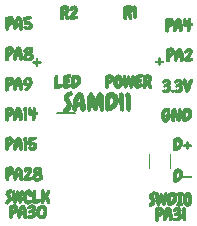
<source format=gbr>
G04 #@! TF.GenerationSoftware,KiCad,Pcbnew,5.1.5-52549c5~84~ubuntu18.04.1*
G04 #@! TF.CreationDate,2019-12-24T12:24:14-07:00*
G04 #@! TF.ProjectId,001,3030312e-6b69-4636-9164-5f7063625858,rev?*
G04 #@! TF.SameCoordinates,Original*
G04 #@! TF.FileFunction,Legend,Top*
G04 #@! TF.FilePolarity,Positive*
%FSLAX46Y46*%
G04 Gerber Fmt 4.6, Leading zero omitted, Abs format (unit mm)*
G04 Created by KiCad (PCBNEW 5.1.5-52549c5~84~ubuntu18.04.1) date 2019-12-24 12:24:14*
%MOMM*%
%LPD*%
G04 APERTURE LIST*
%ADD10C,0.010000*%
%ADD11C,0.120000*%
%ADD12C,0.200000*%
G04 APERTURE END LIST*
D10*
G36*
X160522084Y-96253838D02*
G01*
X160565594Y-96300520D01*
X160575654Y-96316800D01*
X160590665Y-96345210D01*
X160601607Y-96376031D01*
X160608990Y-96415889D01*
X160613327Y-96471409D01*
X160615130Y-96549219D01*
X160614909Y-96655943D01*
X160613177Y-96798208D01*
X160613123Y-96802008D01*
X160609932Y-96964363D01*
X160604868Y-97089333D01*
X160596840Y-97181858D01*
X160584757Y-97246878D01*
X160567526Y-97289333D01*
X160544056Y-97314164D01*
X160513255Y-97326312D01*
X160496679Y-97328960D01*
X160454855Y-97327184D01*
X160427305Y-97302655D01*
X160406877Y-97260848D01*
X160393315Y-97213996D01*
X160383923Y-97145079D01*
X160378234Y-97048105D01*
X160375781Y-96917081D01*
X160375600Y-96858945D01*
X160374773Y-96726533D01*
X160371863Y-96629309D01*
X160366226Y-96560153D01*
X160357220Y-96511944D01*
X160344200Y-96477562D01*
X160340526Y-96470784D01*
X160317001Y-96397033D01*
X160325991Y-96327276D01*
X160362127Y-96271452D01*
X160420041Y-96239503D01*
X160467184Y-96236282D01*
X160522084Y-96253838D01*
G37*
X160522084Y-96253838D02*
X160565594Y-96300520D01*
X160575654Y-96316800D01*
X160590665Y-96345210D01*
X160601607Y-96376031D01*
X160608990Y-96415889D01*
X160613327Y-96471409D01*
X160615130Y-96549219D01*
X160614909Y-96655943D01*
X160613177Y-96798208D01*
X160613123Y-96802008D01*
X160609932Y-96964363D01*
X160604868Y-97089333D01*
X160596840Y-97181858D01*
X160584757Y-97246878D01*
X160567526Y-97289333D01*
X160544056Y-97314164D01*
X160513255Y-97326312D01*
X160496679Y-97328960D01*
X160454855Y-97327184D01*
X160427305Y-97302655D01*
X160406877Y-97260848D01*
X160393315Y-97213996D01*
X160383923Y-97145079D01*
X160378234Y-97048105D01*
X160375781Y-96917081D01*
X160375600Y-96858945D01*
X160374773Y-96726533D01*
X160371863Y-96629309D01*
X160366226Y-96560153D01*
X160357220Y-96511944D01*
X160344200Y-96477562D01*
X160340526Y-96470784D01*
X160317001Y-96397033D01*
X160325991Y-96327276D01*
X160362127Y-96271452D01*
X160420041Y-96239503D01*
X160467184Y-96236282D01*
X160522084Y-96253838D01*
G36*
X155462647Y-96258535D02*
G01*
X155550081Y-96309844D01*
X155579805Y-96339991D01*
X155625005Y-96425542D01*
X155633507Y-96529625D01*
X155605786Y-96650514D01*
X155542318Y-96786487D01*
X155443578Y-96935820D01*
X155399893Y-96992018D01*
X155290653Y-97127486D01*
X155433145Y-97112888D01*
X155519496Y-97106855D01*
X155577105Y-97111062D01*
X155618588Y-97126716D01*
X155626118Y-97131366D01*
X155665210Y-97176394D01*
X155675773Y-97231604D01*
X155655542Y-97280581D01*
X155647754Y-97288057D01*
X155606103Y-97306613D01*
X155532600Y-97324536D01*
X155437719Y-97340558D01*
X155331937Y-97353412D01*
X155225730Y-97361833D01*
X155129574Y-97364553D01*
X155053943Y-97360306D01*
X155052184Y-97360069D01*
X154982983Y-97334206D01*
X154943356Y-97284913D01*
X154934448Y-97220126D01*
X154957404Y-97147782D01*
X155011442Y-97077661D01*
X155077742Y-97008759D01*
X155151686Y-96924087D01*
X155224868Y-96834124D01*
X155288885Y-96749347D01*
X155335333Y-96680234D01*
X155347352Y-96658848D01*
X155372124Y-96589228D01*
X155366452Y-96545531D01*
X155335152Y-96530253D01*
X155283041Y-96545889D01*
X155218283Y-96591967D01*
X155140777Y-96642628D01*
X155073730Y-96655626D01*
X155022886Y-96635365D01*
X154993989Y-96586252D01*
X154992781Y-96512692D01*
X155016500Y-96437179D01*
X155076009Y-96348759D01*
X155159654Y-96285084D01*
X155258158Y-96247755D01*
X155362248Y-96238372D01*
X155462647Y-96258535D01*
G37*
X155462647Y-96258535D02*
X155550081Y-96309844D01*
X155579805Y-96339991D01*
X155625005Y-96425542D01*
X155633507Y-96529625D01*
X155605786Y-96650514D01*
X155542318Y-96786487D01*
X155443578Y-96935820D01*
X155399893Y-96992018D01*
X155290653Y-97127486D01*
X155433145Y-97112888D01*
X155519496Y-97106855D01*
X155577105Y-97111062D01*
X155618588Y-97126716D01*
X155626118Y-97131366D01*
X155665210Y-97176394D01*
X155675773Y-97231604D01*
X155655542Y-97280581D01*
X155647754Y-97288057D01*
X155606103Y-97306613D01*
X155532600Y-97324536D01*
X155437719Y-97340558D01*
X155331937Y-97353412D01*
X155225730Y-97361833D01*
X155129574Y-97364553D01*
X155053943Y-97360306D01*
X155052184Y-97360069D01*
X154982983Y-97334206D01*
X154943356Y-97284913D01*
X154934448Y-97220126D01*
X154957404Y-97147782D01*
X155011442Y-97077661D01*
X155077742Y-97008759D01*
X155151686Y-96924087D01*
X155224868Y-96834124D01*
X155288885Y-96749347D01*
X155335333Y-96680234D01*
X155347352Y-96658848D01*
X155372124Y-96589228D01*
X155366452Y-96545531D01*
X155335152Y-96530253D01*
X155283041Y-96545889D01*
X155218283Y-96591967D01*
X155140777Y-96642628D01*
X155073730Y-96655626D01*
X155022886Y-96635365D01*
X154993989Y-96586252D01*
X154992781Y-96512692D01*
X155016500Y-96437179D01*
X155076009Y-96348759D01*
X155159654Y-96285084D01*
X155258158Y-96247755D01*
X155362248Y-96238372D01*
X155462647Y-96258535D01*
G36*
X160054652Y-96201952D02*
G01*
X160115609Y-96225148D01*
X160196613Y-96285286D01*
X160252390Y-96371177D01*
X160281836Y-96473788D01*
X160283846Y-96584081D01*
X160257315Y-96693023D01*
X160201138Y-96791579D01*
X160186937Y-96808479D01*
X160127529Y-96874968D01*
X160181464Y-96992759D01*
X160220451Y-97097237D01*
X160241995Y-97197249D01*
X160245152Y-97283174D01*
X160228975Y-97345391D01*
X160217643Y-97360734D01*
X160168804Y-97394631D01*
X160121486Y-97394917D01*
X160074073Y-97359891D01*
X160024951Y-97287850D01*
X159972507Y-97177093D01*
X159924179Y-97051429D01*
X159905558Y-97025734D01*
X159871796Y-97034232D01*
X159869948Y-97035210D01*
X159839363Y-97069633D01*
X159819066Y-97137791D01*
X159814235Y-97168415D01*
X159790654Y-97278118D01*
X159755627Y-97353830D01*
X159711522Y-97393517D01*
X159660705Y-97395143D01*
X159605543Y-97356672D01*
X159601006Y-97351792D01*
X159587777Y-97334011D01*
X159577625Y-97309876D01*
X159570040Y-97273734D01*
X159564509Y-97219931D01*
X159560523Y-97142815D01*
X159557569Y-97036732D01*
X159555137Y-96896028D01*
X159554280Y-96835069D01*
X159553062Y-96742405D01*
X159822976Y-96742405D01*
X159888539Y-96708501D01*
X159940915Y-96670367D01*
X159976571Y-96625252D01*
X159977134Y-96624049D01*
X159992439Y-96562072D01*
X159973173Y-96523314D01*
X159920981Y-96510337D01*
X159904787Y-96511240D01*
X159864701Y-96517367D01*
X159843440Y-96533243D01*
X159833880Y-96570108D01*
X159829413Y-96630144D01*
X159822976Y-96742405D01*
X159553062Y-96742405D01*
X159552133Y-96671843D01*
X159552033Y-96545460D01*
X159556026Y-96450428D01*
X159566158Y-96381258D01*
X159584476Y-96332458D01*
X159613024Y-96298538D01*
X159653851Y-96274007D01*
X159709001Y-96253374D01*
X159779185Y-96231562D01*
X159892001Y-96201709D01*
X159979784Y-96191916D01*
X160054652Y-96201952D01*
G37*
X160054652Y-96201952D02*
X160115609Y-96225148D01*
X160196613Y-96285286D01*
X160252390Y-96371177D01*
X160281836Y-96473788D01*
X160283846Y-96584081D01*
X160257315Y-96693023D01*
X160201138Y-96791579D01*
X160186937Y-96808479D01*
X160127529Y-96874968D01*
X160181464Y-96992759D01*
X160220451Y-97097237D01*
X160241995Y-97197249D01*
X160245152Y-97283174D01*
X160228975Y-97345391D01*
X160217643Y-97360734D01*
X160168804Y-97394631D01*
X160121486Y-97394917D01*
X160074073Y-97359891D01*
X160024951Y-97287850D01*
X159972507Y-97177093D01*
X159924179Y-97051429D01*
X159905558Y-97025734D01*
X159871796Y-97034232D01*
X159869948Y-97035210D01*
X159839363Y-97069633D01*
X159819066Y-97137791D01*
X159814235Y-97168415D01*
X159790654Y-97278118D01*
X159755627Y-97353830D01*
X159711522Y-97393517D01*
X159660705Y-97395143D01*
X159605543Y-97356672D01*
X159601006Y-97351792D01*
X159587777Y-97334011D01*
X159577625Y-97309876D01*
X159570040Y-97273734D01*
X159564509Y-97219931D01*
X159560523Y-97142815D01*
X159557569Y-97036732D01*
X159555137Y-96896028D01*
X159554280Y-96835069D01*
X159553062Y-96742405D01*
X159822976Y-96742405D01*
X159888539Y-96708501D01*
X159940915Y-96670367D01*
X159976571Y-96625252D01*
X159977134Y-96624049D01*
X159992439Y-96562072D01*
X159973173Y-96523314D01*
X159920981Y-96510337D01*
X159904787Y-96511240D01*
X159864701Y-96517367D01*
X159843440Y-96533243D01*
X159833880Y-96570108D01*
X159829413Y-96630144D01*
X159822976Y-96742405D01*
X159553062Y-96742405D01*
X159552133Y-96671843D01*
X159552033Y-96545460D01*
X159556026Y-96450428D01*
X159566158Y-96381258D01*
X159584476Y-96332458D01*
X159613024Y-96298538D01*
X159653851Y-96274007D01*
X159709001Y-96253374D01*
X159779185Y-96231562D01*
X159892001Y-96201709D01*
X159979784Y-96191916D01*
X160054652Y-96201952D01*
G36*
X154680259Y-96218048D02*
G01*
X154766993Y-96247474D01*
X154770013Y-96249313D01*
X154851737Y-96323369D01*
X154903677Y-96419924D01*
X154924972Y-96530564D01*
X154914760Y-96646875D01*
X154872181Y-96760445D01*
X154829037Y-96825932D01*
X154768945Y-96901804D01*
X154820843Y-97010246D01*
X154867207Y-97128979D01*
X154887653Y-97233561D01*
X154882364Y-97318802D01*
X154851519Y-97379514D01*
X154806989Y-97407448D01*
X154753664Y-97403239D01*
X154699770Y-97358164D01*
X154646581Y-97273651D01*
X154607377Y-97183831D01*
X154576664Y-97108645D01*
X154553038Y-97066689D01*
X154531256Y-97050696D01*
X154511961Y-97051624D01*
X154476808Y-97081142D01*
X154459152Y-97139341D01*
X154447881Y-97211239D01*
X154437378Y-97277459D01*
X154437213Y-97278495D01*
X154411878Y-97354086D01*
X154369371Y-97400111D01*
X154317094Y-97412917D01*
X154262451Y-97388848D01*
X154245839Y-97372945D01*
X154232898Y-97355859D01*
X154223051Y-97333208D01*
X154215881Y-97299447D01*
X154210969Y-97249032D01*
X154207897Y-97176418D01*
X154206246Y-97076058D01*
X154205598Y-96942409D01*
X154205517Y-96838486D01*
X154205517Y-96768089D01*
X154467652Y-96768089D01*
X154515794Y-96736124D01*
X154564533Y-96694812D01*
X154604583Y-96649716D01*
X154633720Y-96592100D01*
X154626145Y-96551448D01*
X154584008Y-96532346D01*
X154549621Y-96532407D01*
X154509837Y-96538421D01*
X154488570Y-96553978D01*
X154478901Y-96590189D01*
X154474168Y-96653570D01*
X154467652Y-96768089D01*
X154205517Y-96768089D01*
X154205517Y-96348550D01*
X154325622Y-96288480D01*
X154450137Y-96239382D01*
X154571495Y-96215628D01*
X154680259Y-96218048D01*
G37*
X154680259Y-96218048D02*
X154766993Y-96247474D01*
X154770013Y-96249313D01*
X154851737Y-96323369D01*
X154903677Y-96419924D01*
X154924972Y-96530564D01*
X154914760Y-96646875D01*
X154872181Y-96760445D01*
X154829037Y-96825932D01*
X154768945Y-96901804D01*
X154820843Y-97010246D01*
X154867207Y-97128979D01*
X154887653Y-97233561D01*
X154882364Y-97318802D01*
X154851519Y-97379514D01*
X154806989Y-97407448D01*
X154753664Y-97403239D01*
X154699770Y-97358164D01*
X154646581Y-97273651D01*
X154607377Y-97183831D01*
X154576664Y-97108645D01*
X154553038Y-97066689D01*
X154531256Y-97050696D01*
X154511961Y-97051624D01*
X154476808Y-97081142D01*
X154459152Y-97139341D01*
X154447881Y-97211239D01*
X154437378Y-97277459D01*
X154437213Y-97278495D01*
X154411878Y-97354086D01*
X154369371Y-97400111D01*
X154317094Y-97412917D01*
X154262451Y-97388848D01*
X154245839Y-97372945D01*
X154232898Y-97355859D01*
X154223051Y-97333208D01*
X154215881Y-97299447D01*
X154210969Y-97249032D01*
X154207897Y-97176418D01*
X154206246Y-97076058D01*
X154205598Y-96942409D01*
X154205517Y-96838486D01*
X154205517Y-96768089D01*
X154467652Y-96768089D01*
X154515794Y-96736124D01*
X154564533Y-96694812D01*
X154604583Y-96649716D01*
X154633720Y-96592100D01*
X154626145Y-96551448D01*
X154584008Y-96532346D01*
X154549621Y-96532407D01*
X154509837Y-96538421D01*
X154488570Y-96553978D01*
X154478901Y-96590189D01*
X154474168Y-96653570D01*
X154467652Y-96768089D01*
X154205517Y-96768089D01*
X154205517Y-96348550D01*
X154325622Y-96288480D01*
X154450137Y-96239382D01*
X154571495Y-96215628D01*
X154680259Y-96218048D01*
G36*
X151671001Y-97153907D02*
G01*
X151693551Y-97161478D01*
X151730928Y-97201840D01*
X151736969Y-97256159D01*
X151710780Y-97308977D01*
X151702559Y-97317145D01*
X151656987Y-97342696D01*
X151594386Y-97361333D01*
X151586142Y-97362759D01*
X151508950Y-97374791D01*
X151433610Y-97386532D01*
X151432684Y-97386676D01*
X151386007Y-97396857D01*
X151364695Y-97416871D01*
X151358836Y-97460215D01*
X151358600Y-97487570D01*
X151358600Y-97576922D01*
X151480309Y-97577185D01*
X151604155Y-97592176D01*
X151697823Y-97636789D01*
X151761667Y-97711387D01*
X151796038Y-97816330D01*
X151802752Y-97907499D01*
X151785705Y-98027320D01*
X151738584Y-98131332D01*
X151666265Y-98209906D01*
X151641090Y-98226668D01*
X151558668Y-98258830D01*
X151459948Y-98274838D01*
X151364170Y-98272869D01*
X151305684Y-98258435D01*
X151217927Y-98217592D01*
X151161083Y-98176982D01*
X151124633Y-98128134D01*
X151112906Y-98103196D01*
X151096799Y-98029942D01*
X151113168Y-97977469D01*
X151155749Y-97949490D01*
X151218280Y-97949715D01*
X151294498Y-97981855D01*
X151305684Y-97988967D01*
X151386230Y-98025616D01*
X151457498Y-98027637D01*
X151512476Y-97997743D01*
X151544152Y-97938646D01*
X151549100Y-97894797D01*
X151535781Y-97825018D01*
X151497329Y-97788177D01*
X151435999Y-97786248D01*
X151427513Y-97788373D01*
X151348813Y-97802490D01*
X151265196Y-97805893D01*
X151191529Y-97799017D01*
X151142677Y-97782299D01*
X151139512Y-97779924D01*
X151124438Y-97760712D01*
X151114298Y-97727768D01*
X151108206Y-97673718D01*
X151105272Y-97591188D01*
X151104600Y-97489778D01*
X151104600Y-97228607D01*
X151213456Y-97196280D01*
X151306415Y-97174124D01*
X151410072Y-97157980D01*
X151513004Y-97148677D01*
X151603788Y-97147044D01*
X151671001Y-97153907D01*
G37*
X151671001Y-97153907D02*
X151693551Y-97161478D01*
X151730928Y-97201840D01*
X151736969Y-97256159D01*
X151710780Y-97308977D01*
X151702559Y-97317145D01*
X151656987Y-97342696D01*
X151594386Y-97361333D01*
X151586142Y-97362759D01*
X151508950Y-97374791D01*
X151433610Y-97386532D01*
X151432684Y-97386676D01*
X151386007Y-97396857D01*
X151364695Y-97416871D01*
X151358836Y-97460215D01*
X151358600Y-97487570D01*
X151358600Y-97576922D01*
X151480309Y-97577185D01*
X151604155Y-97592176D01*
X151697823Y-97636789D01*
X151761667Y-97711387D01*
X151796038Y-97816330D01*
X151802752Y-97907499D01*
X151785705Y-98027320D01*
X151738584Y-98131332D01*
X151666265Y-98209906D01*
X151641090Y-98226668D01*
X151558668Y-98258830D01*
X151459948Y-98274838D01*
X151364170Y-98272869D01*
X151305684Y-98258435D01*
X151217927Y-98217592D01*
X151161083Y-98176982D01*
X151124633Y-98128134D01*
X151112906Y-98103196D01*
X151096799Y-98029942D01*
X151113168Y-97977469D01*
X151155749Y-97949490D01*
X151218280Y-97949715D01*
X151294498Y-97981855D01*
X151305684Y-97988967D01*
X151386230Y-98025616D01*
X151457498Y-98027637D01*
X151512476Y-97997743D01*
X151544152Y-97938646D01*
X151549100Y-97894797D01*
X151535781Y-97825018D01*
X151497329Y-97788177D01*
X151435999Y-97786248D01*
X151427513Y-97788373D01*
X151348813Y-97802490D01*
X151265196Y-97805893D01*
X151191529Y-97799017D01*
X151142677Y-97782299D01*
X151139512Y-97779924D01*
X151124438Y-97760712D01*
X151114298Y-97727768D01*
X151108206Y-97673718D01*
X151105272Y-97591188D01*
X151104600Y-97489778D01*
X151104600Y-97228607D01*
X151213456Y-97196280D01*
X151306415Y-97174124D01*
X151410072Y-97157980D01*
X151513004Y-97148677D01*
X151603788Y-97147044D01*
X151671001Y-97153907D01*
G36*
X150744077Y-97162301D02*
G01*
X150819615Y-97220430D01*
X150878534Y-97313874D01*
X150903477Y-97381575D01*
X150938896Y-97522690D01*
X150967551Y-97679281D01*
X150987306Y-97835886D01*
X150996025Y-97977045D01*
X150995206Y-98045279D01*
X150989067Y-98131021D01*
X150979078Y-98185788D01*
X150961974Y-98220934D01*
X150937686Y-98245264D01*
X150883138Y-98279362D01*
X150837726Y-98279344D01*
X150802682Y-98258842D01*
X150759786Y-98203134D01*
X150732086Y-98118648D01*
X150723600Y-98029922D01*
X150720488Y-97975935D01*
X150706688Y-97952685D01*
X150675975Y-97948743D01*
X150595451Y-97958652D01*
X150545347Y-97985111D01*
X150514560Y-98036437D01*
X150501561Y-98079365D01*
X150465261Y-98178524D01*
X150416994Y-98239372D01*
X150357934Y-98260566D01*
X150344195Y-98259844D01*
X150290822Y-98235252D01*
X150256059Y-98175342D01*
X150239289Y-98078728D01*
X150237446Y-98020717D01*
X150247314Y-97867707D01*
X150273876Y-97713800D01*
X150548856Y-97713800D01*
X150625645Y-97713800D01*
X150676509Y-97710767D01*
X150697846Y-97693816D01*
X150702408Y-97651168D01*
X150702434Y-97642875D01*
X150696325Y-97577237D01*
X150680842Y-97512581D01*
X150660252Y-97462090D01*
X150638820Y-97438947D01*
X150636339Y-97438634D01*
X150613489Y-97458300D01*
X150590122Y-97511640D01*
X150569519Y-97590164D01*
X150562196Y-97630376D01*
X150548856Y-97713800D01*
X150273876Y-97713800D01*
X150274711Y-97708962D01*
X150316518Y-97554537D01*
X150369617Y-97414486D01*
X150430891Y-97298864D01*
X150481847Y-97232634D01*
X150536870Y-97179708D01*
X150581321Y-97152447D01*
X150630388Y-97142921D01*
X150654844Y-97142300D01*
X150744077Y-97162301D01*
G37*
X150744077Y-97162301D02*
X150819615Y-97220430D01*
X150878534Y-97313874D01*
X150903477Y-97381575D01*
X150938896Y-97522690D01*
X150967551Y-97679281D01*
X150987306Y-97835886D01*
X150996025Y-97977045D01*
X150995206Y-98045279D01*
X150989067Y-98131021D01*
X150979078Y-98185788D01*
X150961974Y-98220934D01*
X150937686Y-98245264D01*
X150883138Y-98279362D01*
X150837726Y-98279344D01*
X150802682Y-98258842D01*
X150759786Y-98203134D01*
X150732086Y-98118648D01*
X150723600Y-98029922D01*
X150720488Y-97975935D01*
X150706688Y-97952685D01*
X150675975Y-97948743D01*
X150595451Y-97958652D01*
X150545347Y-97985111D01*
X150514560Y-98036437D01*
X150501561Y-98079365D01*
X150465261Y-98178524D01*
X150416994Y-98239372D01*
X150357934Y-98260566D01*
X150344195Y-98259844D01*
X150290822Y-98235252D01*
X150256059Y-98175342D01*
X150239289Y-98078728D01*
X150237446Y-98020717D01*
X150247314Y-97867707D01*
X150273876Y-97713800D01*
X150548856Y-97713800D01*
X150625645Y-97713800D01*
X150676509Y-97710767D01*
X150697846Y-97693816D01*
X150702408Y-97651168D01*
X150702434Y-97642875D01*
X150696325Y-97577237D01*
X150680842Y-97512581D01*
X150660252Y-97462090D01*
X150638820Y-97438947D01*
X150636339Y-97438634D01*
X150613489Y-97458300D01*
X150590122Y-97511640D01*
X150569519Y-97590164D01*
X150562196Y-97630376D01*
X150548856Y-97713800D01*
X150273876Y-97713800D01*
X150274711Y-97708962D01*
X150316518Y-97554537D01*
X150369617Y-97414486D01*
X150430891Y-97298864D01*
X150481847Y-97232634D01*
X150536870Y-97179708D01*
X150581321Y-97152447D01*
X150630388Y-97142921D01*
X150654844Y-97142300D01*
X150744077Y-97162301D01*
G36*
X150064819Y-97143544D02*
G01*
X150105706Y-97163983D01*
X150165779Y-97219478D01*
X150217227Y-97299653D01*
X150250310Y-97386867D01*
X150257351Y-97438634D01*
X150238294Y-97557861D01*
X150184283Y-97672555D01*
X150102380Y-97773017D01*
X149999649Y-97849549D01*
X149937618Y-97877648D01*
X149877155Y-97901040D01*
X149846644Y-97923259D01*
X149835835Y-97956389D01*
X149834482Y-97999227D01*
X149825082Y-98108641D01*
X149799664Y-98198538D01*
X149761914Y-98264308D01*
X149715516Y-98301344D01*
X149664158Y-98305038D01*
X149614694Y-98274036D01*
X149598417Y-98254110D01*
X149585832Y-98226295D01*
X149574801Y-98182032D01*
X149563187Y-98112763D01*
X149548980Y-98010888D01*
X149545497Y-97956693D01*
X149544322Y-97870233D01*
X149545407Y-97761510D01*
X149548701Y-97640526D01*
X149551106Y-97579836D01*
X149552572Y-97546461D01*
X149834600Y-97546461D01*
X149837726Y-97598232D01*
X149851279Y-97617095D01*
X149881523Y-97603820D01*
X149934720Y-97559175D01*
X149935142Y-97558795D01*
X149975616Y-97509754D01*
X149976427Y-97468251D01*
X149952370Y-97439756D01*
X149908169Y-97422994D01*
X149869087Y-97441996D01*
X149842318Y-97490246D01*
X149834600Y-97546461D01*
X149552572Y-97546461D01*
X149565896Y-97243279D01*
X149694957Y-97182223D01*
X149830238Y-97134101D01*
X149955236Y-97121132D01*
X150064819Y-97143544D01*
G37*
X150064819Y-97143544D02*
X150105706Y-97163983D01*
X150165779Y-97219478D01*
X150217227Y-97299653D01*
X150250310Y-97386867D01*
X150257351Y-97438634D01*
X150238294Y-97557861D01*
X150184283Y-97672555D01*
X150102380Y-97773017D01*
X149999649Y-97849549D01*
X149937618Y-97877648D01*
X149877155Y-97901040D01*
X149846644Y-97923259D01*
X149835835Y-97956389D01*
X149834482Y-97999227D01*
X149825082Y-98108641D01*
X149799664Y-98198538D01*
X149761914Y-98264308D01*
X149715516Y-98301344D01*
X149664158Y-98305038D01*
X149614694Y-98274036D01*
X149598417Y-98254110D01*
X149585832Y-98226295D01*
X149574801Y-98182032D01*
X149563187Y-98112763D01*
X149548980Y-98010888D01*
X149545497Y-97956693D01*
X149544322Y-97870233D01*
X149545407Y-97761510D01*
X149548701Y-97640526D01*
X149551106Y-97579836D01*
X149552572Y-97546461D01*
X149834600Y-97546461D01*
X149837726Y-97598232D01*
X149851279Y-97617095D01*
X149881523Y-97603820D01*
X149934720Y-97559175D01*
X149935142Y-97558795D01*
X149975616Y-97509754D01*
X149976427Y-97468251D01*
X149952370Y-97439756D01*
X149908169Y-97422994D01*
X149869087Y-97441996D01*
X149842318Y-97490246D01*
X149834600Y-97546461D01*
X149552572Y-97546461D01*
X149565896Y-97243279D01*
X149694957Y-97182223D01*
X149830238Y-97134101D01*
X149955236Y-97121132D01*
X150064819Y-97143544D01*
G36*
X164762551Y-97302010D02*
G01*
X164790818Y-97332564D01*
X164813868Y-97392948D01*
X164828947Y-97470729D01*
X164833302Y-97553475D01*
X164829223Y-97603076D01*
X164814827Y-97699080D01*
X164884962Y-97685053D01*
X164934071Y-97673923D01*
X164960459Y-97665455D01*
X164961252Y-97664870D01*
X164966634Y-97642262D01*
X164974352Y-97589826D01*
X164981168Y-97532799D01*
X164999495Y-97425976D01*
X165028467Y-97356444D01*
X165070669Y-97319934D01*
X165115157Y-97311634D01*
X165153876Y-97316125D01*
X165179083Y-97334430D01*
X165193574Y-97373794D01*
X165200145Y-97441463D01*
X165201600Y-97535615D01*
X165201600Y-97692634D01*
X165265100Y-97692634D01*
X165327251Y-97706987D01*
X165370934Y-97734967D01*
X165409297Y-97790956D01*
X165406064Y-97840072D01*
X165361495Y-97881781D01*
X165284232Y-97913144D01*
X165191017Y-97940612D01*
X165175447Y-98125313D01*
X165165223Y-98216787D01*
X165151678Y-98298155D01*
X165137262Y-98355530D01*
X165132915Y-98366449D01*
X165093649Y-98413889D01*
X165044064Y-98428846D01*
X164996562Y-98408487D01*
X164988081Y-98399543D01*
X164970031Y-98353801D01*
X164957461Y-98266477D01*
X164950908Y-98155105D01*
X164943633Y-97946634D01*
X164812079Y-97946634D01*
X164725850Y-97944305D01*
X164666582Y-97932910D01*
X164629392Y-97905840D01*
X164609394Y-97856482D01*
X164601706Y-97778226D01*
X164601442Y-97664460D01*
X164601482Y-97661564D01*
X164608544Y-97513324D01*
X164625592Y-97404552D01*
X164653461Y-97333382D01*
X164692986Y-97297950D01*
X164745003Y-97296390D01*
X164762551Y-97302010D01*
G37*
X164762551Y-97302010D02*
X164790818Y-97332564D01*
X164813868Y-97392948D01*
X164828947Y-97470729D01*
X164833302Y-97553475D01*
X164829223Y-97603076D01*
X164814827Y-97699080D01*
X164884962Y-97685053D01*
X164934071Y-97673923D01*
X164960459Y-97665455D01*
X164961252Y-97664870D01*
X164966634Y-97642262D01*
X164974352Y-97589826D01*
X164981168Y-97532799D01*
X164999495Y-97425976D01*
X165028467Y-97356444D01*
X165070669Y-97319934D01*
X165115157Y-97311634D01*
X165153876Y-97316125D01*
X165179083Y-97334430D01*
X165193574Y-97373794D01*
X165200145Y-97441463D01*
X165201600Y-97535615D01*
X165201600Y-97692634D01*
X165265100Y-97692634D01*
X165327251Y-97706987D01*
X165370934Y-97734967D01*
X165409297Y-97790956D01*
X165406064Y-97840072D01*
X165361495Y-97881781D01*
X165284232Y-97913144D01*
X165191017Y-97940612D01*
X165175447Y-98125313D01*
X165165223Y-98216787D01*
X165151678Y-98298155D01*
X165137262Y-98355530D01*
X165132915Y-98366449D01*
X165093649Y-98413889D01*
X165044064Y-98428846D01*
X164996562Y-98408487D01*
X164988081Y-98399543D01*
X164970031Y-98353801D01*
X164957461Y-98266477D01*
X164950908Y-98155105D01*
X164943633Y-97946634D01*
X164812079Y-97946634D01*
X164725850Y-97944305D01*
X164666582Y-97932910D01*
X164629392Y-97905840D01*
X164609394Y-97856482D01*
X164601706Y-97778226D01*
X164601442Y-97664460D01*
X164601482Y-97661564D01*
X164608544Y-97513324D01*
X164625592Y-97404552D01*
X164653461Y-97333382D01*
X164692986Y-97297950D01*
X164745003Y-97296390D01*
X164762551Y-97302010D01*
G36*
X164270486Y-97322331D02*
G01*
X164271110Y-97322653D01*
X164323640Y-97363099D01*
X164368324Y-97428627D01*
X164407597Y-97524355D01*
X164443893Y-97655404D01*
X164457040Y-97713800D01*
X164495644Y-97919318D01*
X164515589Y-98089088D01*
X164516814Y-98222331D01*
X164504602Y-98300889D01*
X164470165Y-98377893D01*
X164420634Y-98422786D01*
X164362444Y-98432099D01*
X164307743Y-98407009D01*
X164278203Y-98365444D01*
X164251941Y-98296837D01*
X164233703Y-98216456D01*
X164228052Y-98150540D01*
X164223397Y-98108450D01*
X164202928Y-98098157D01*
X164180309Y-98102626D01*
X164121464Y-98113341D01*
X164089060Y-98115678D01*
X164059504Y-98125119D01*
X164037576Y-98159102D01*
X164018981Y-98219191D01*
X163982193Y-98317547D01*
X163932238Y-98382986D01*
X163872503Y-98411415D01*
X163859284Y-98412300D01*
X163802215Y-98393642D01*
X163764980Y-98337901D01*
X163747646Y-98245430D01*
X163750280Y-98116582D01*
X163772696Y-97953116D01*
X163789831Y-97874897D01*
X164060391Y-97874897D01*
X164077548Y-97879830D01*
X164088913Y-97876030D01*
X164142900Y-97863609D01*
X164166165Y-97861967D01*
X164193033Y-97854079D01*
X164204748Y-97823194D01*
X164206767Y-97778678D01*
X164201124Y-97707760D01*
X164187331Y-97644658D01*
X164185249Y-97638794D01*
X164161117Y-97602784D01*
X164134420Y-97605367D01*
X164109415Y-97643357D01*
X164091119Y-97709263D01*
X164078043Y-97776876D01*
X164065435Y-97835351D01*
X164064570Y-97838989D01*
X164060391Y-97874897D01*
X163789831Y-97874897D01*
X163817681Y-97747772D01*
X163872439Y-97579493D01*
X163936331Y-97449086D01*
X164008721Y-97357359D01*
X164088968Y-97305119D01*
X164176436Y-97293174D01*
X164270486Y-97322331D01*
G37*
X164270486Y-97322331D02*
X164271110Y-97322653D01*
X164323640Y-97363099D01*
X164368324Y-97428627D01*
X164407597Y-97524355D01*
X164443893Y-97655404D01*
X164457040Y-97713800D01*
X164495644Y-97919318D01*
X164515589Y-98089088D01*
X164516814Y-98222331D01*
X164504602Y-98300889D01*
X164470165Y-98377893D01*
X164420634Y-98422786D01*
X164362444Y-98432099D01*
X164307743Y-98407009D01*
X164278203Y-98365444D01*
X164251941Y-98296837D01*
X164233703Y-98216456D01*
X164228052Y-98150540D01*
X164223397Y-98108450D01*
X164202928Y-98098157D01*
X164180309Y-98102626D01*
X164121464Y-98113341D01*
X164089060Y-98115678D01*
X164059504Y-98125119D01*
X164037576Y-98159102D01*
X164018981Y-98219191D01*
X163982193Y-98317547D01*
X163932238Y-98382986D01*
X163872503Y-98411415D01*
X163859284Y-98412300D01*
X163802215Y-98393642D01*
X163764980Y-98337901D01*
X163747646Y-98245430D01*
X163750280Y-98116582D01*
X163772696Y-97953116D01*
X163789831Y-97874897D01*
X164060391Y-97874897D01*
X164077548Y-97879830D01*
X164088913Y-97876030D01*
X164142900Y-97863609D01*
X164166165Y-97861967D01*
X164193033Y-97854079D01*
X164204748Y-97823194D01*
X164206767Y-97778678D01*
X164201124Y-97707760D01*
X164187331Y-97644658D01*
X164185249Y-97638794D01*
X164161117Y-97602784D01*
X164134420Y-97605367D01*
X164109415Y-97643357D01*
X164091119Y-97709263D01*
X164078043Y-97776876D01*
X164065435Y-97835351D01*
X164064570Y-97838989D01*
X164060391Y-97874897D01*
X163789831Y-97874897D01*
X163817681Y-97747772D01*
X163872439Y-97579493D01*
X163936331Y-97449086D01*
X164008721Y-97357359D01*
X164088968Y-97305119D01*
X164176436Y-97293174D01*
X164270486Y-97322331D01*
G36*
X163559616Y-97291248D02*
G01*
X163648176Y-97340900D01*
X163713293Y-97420799D01*
X163750829Y-97529181D01*
X163757271Y-97581224D01*
X163758206Y-97666729D01*
X163744063Y-97734181D01*
X163714697Y-97798467D01*
X163659808Y-97876785D01*
X163585742Y-97950804D01*
X163505054Y-98009913D01*
X163430300Y-98043501D01*
X163422676Y-98045243D01*
X163392787Y-98054114D01*
X163373234Y-98072377D01*
X163359541Y-98109441D01*
X163347234Y-98174712D01*
X163340689Y-98217581D01*
X163324676Y-98300616D01*
X163304609Y-98370544D01*
X163284502Y-98413701D01*
X163282245Y-98416468D01*
X163227415Y-98450091D01*
X163166047Y-98446014D01*
X163114672Y-98410127D01*
X163100609Y-98390995D01*
X163090003Y-98364855D01*
X163082224Y-98325602D01*
X163076643Y-98267133D01*
X163072632Y-98183342D01*
X163069561Y-98068126D01*
X163067394Y-97951361D01*
X163064856Y-97786239D01*
X163064226Y-97657987D01*
X163064244Y-97657239D01*
X163339885Y-97657239D01*
X163348543Y-97728041D01*
X163361806Y-97764688D01*
X163383455Y-97765567D01*
X163407459Y-97751019D01*
X163451035Y-97714892D01*
X163473427Y-97688412D01*
X163486421Y-97639024D01*
X163464516Y-97602563D01*
X163415103Y-97590078D01*
X163408027Y-97590674D01*
X163358889Y-97610603D01*
X163339885Y-97657239D01*
X163064244Y-97657239D01*
X163066643Y-97561148D01*
X163073247Y-97490264D01*
X163085174Y-97439879D01*
X163103564Y-97404535D01*
X163129556Y-97378776D01*
X163164288Y-97357145D01*
X163194659Y-97341411D01*
X163328719Y-97289740D01*
X163451751Y-97273607D01*
X163559616Y-97291248D01*
G37*
X163559616Y-97291248D02*
X163648176Y-97340900D01*
X163713293Y-97420799D01*
X163750829Y-97529181D01*
X163757271Y-97581224D01*
X163758206Y-97666729D01*
X163744063Y-97734181D01*
X163714697Y-97798467D01*
X163659808Y-97876785D01*
X163585742Y-97950804D01*
X163505054Y-98009913D01*
X163430300Y-98043501D01*
X163422676Y-98045243D01*
X163392787Y-98054114D01*
X163373234Y-98072377D01*
X163359541Y-98109441D01*
X163347234Y-98174712D01*
X163340689Y-98217581D01*
X163324676Y-98300616D01*
X163304609Y-98370544D01*
X163284502Y-98413701D01*
X163282245Y-98416468D01*
X163227415Y-98450091D01*
X163166047Y-98446014D01*
X163114672Y-98410127D01*
X163100609Y-98390995D01*
X163090003Y-98364855D01*
X163082224Y-98325602D01*
X163076643Y-98267133D01*
X163072632Y-98183342D01*
X163069561Y-98068126D01*
X163067394Y-97951361D01*
X163064856Y-97786239D01*
X163064226Y-97657987D01*
X163064244Y-97657239D01*
X163339885Y-97657239D01*
X163348543Y-97728041D01*
X163361806Y-97764688D01*
X163383455Y-97765567D01*
X163407459Y-97751019D01*
X163451035Y-97714892D01*
X163473427Y-97688412D01*
X163486421Y-97639024D01*
X163464516Y-97602563D01*
X163415103Y-97590078D01*
X163408027Y-97590674D01*
X163358889Y-97610603D01*
X163339885Y-97657239D01*
X163064244Y-97657239D01*
X163066643Y-97561148D01*
X163073247Y-97490264D01*
X163085174Y-97439879D01*
X163103564Y-97404535D01*
X163129556Y-97378776D01*
X163164288Y-97357145D01*
X163194659Y-97341411D01*
X163328719Y-97289740D01*
X163451751Y-97273607D01*
X163559616Y-97291248D01*
G36*
X150736621Y-99735438D02*
G01*
X150810980Y-99797381D01*
X150847206Y-99850119D01*
X150877277Y-99921597D01*
X150907406Y-100024383D01*
X150935427Y-100147515D01*
X150959174Y-100280027D01*
X150976478Y-100410953D01*
X150985174Y-100529329D01*
X150985696Y-100550973D01*
X150981570Y-100675688D01*
X150964065Y-100763499D01*
X150931458Y-100818200D01*
X150882022Y-100843582D01*
X150851312Y-100846467D01*
X150792727Y-100831981D01*
X150750646Y-100786101D01*
X150722715Y-100705198D01*
X150710769Y-100629808D01*
X150700252Y-100558707D01*
X150687504Y-100523076D01*
X150669802Y-100516054D01*
X150666087Y-100517219D01*
X150622587Y-100526047D01*
X150575563Y-100528967D01*
X150535389Y-100534166D01*
X150514395Y-100557804D01*
X150501945Y-100610116D01*
X150474763Y-100706703D01*
X150432922Y-100778545D01*
X150381510Y-100821157D01*
X150325616Y-100830055D01*
X150278016Y-100807464D01*
X150244861Y-100755654D01*
X150227660Y-100672644D01*
X150224953Y-100565816D01*
X150235280Y-100442555D01*
X150257179Y-100310244D01*
X150266828Y-100269857D01*
X150539700Y-100269857D01*
X150552878Y-100293226D01*
X150592828Y-100292561D01*
X150636007Y-100282174D01*
X150664640Y-100270863D01*
X150678085Y-100249196D01*
X150680057Y-100205485D01*
X150676537Y-100154718D01*
X150664530Y-100069150D01*
X150646646Y-100021247D01*
X150624234Y-100012397D01*
X150598641Y-100043986D01*
X150589185Y-100064844D01*
X150564322Y-100138740D01*
X150545594Y-100215721D01*
X150545407Y-100216759D01*
X150539700Y-100269857D01*
X150266828Y-100269857D01*
X150289190Y-100176269D01*
X150329853Y-100048013D01*
X150377707Y-99932859D01*
X150431291Y-99838193D01*
X150481633Y-99778061D01*
X150565344Y-99724476D01*
X150652541Y-99710702D01*
X150736621Y-99735438D01*
G37*
X150736621Y-99735438D02*
X150810980Y-99797381D01*
X150847206Y-99850119D01*
X150877277Y-99921597D01*
X150907406Y-100024383D01*
X150935427Y-100147515D01*
X150959174Y-100280027D01*
X150976478Y-100410953D01*
X150985174Y-100529329D01*
X150985696Y-100550973D01*
X150981570Y-100675688D01*
X150964065Y-100763499D01*
X150931458Y-100818200D01*
X150882022Y-100843582D01*
X150851312Y-100846467D01*
X150792727Y-100831981D01*
X150750646Y-100786101D01*
X150722715Y-100705198D01*
X150710769Y-100629808D01*
X150700252Y-100558707D01*
X150687504Y-100523076D01*
X150669802Y-100516054D01*
X150666087Y-100517219D01*
X150622587Y-100526047D01*
X150575563Y-100528967D01*
X150535389Y-100534166D01*
X150514395Y-100557804D01*
X150501945Y-100610116D01*
X150474763Y-100706703D01*
X150432922Y-100778545D01*
X150381510Y-100821157D01*
X150325616Y-100830055D01*
X150278016Y-100807464D01*
X150244861Y-100755654D01*
X150227660Y-100672644D01*
X150224953Y-100565816D01*
X150235280Y-100442555D01*
X150257179Y-100310244D01*
X150266828Y-100269857D01*
X150539700Y-100269857D01*
X150552878Y-100293226D01*
X150592828Y-100292561D01*
X150636007Y-100282174D01*
X150664640Y-100270863D01*
X150678085Y-100249196D01*
X150680057Y-100205485D01*
X150676537Y-100154718D01*
X150664530Y-100069150D01*
X150646646Y-100021247D01*
X150624234Y-100012397D01*
X150598641Y-100043986D01*
X150589185Y-100064844D01*
X150564322Y-100138740D01*
X150545594Y-100215721D01*
X150545407Y-100216759D01*
X150539700Y-100269857D01*
X150266828Y-100269857D01*
X150289190Y-100176269D01*
X150329853Y-100048013D01*
X150377707Y-99932859D01*
X150431291Y-99838193D01*
X150481633Y-99778061D01*
X150565344Y-99724476D01*
X150652541Y-99710702D01*
X150736621Y-99735438D01*
G36*
X150039448Y-99707206D02*
G01*
X150067434Y-99720168D01*
X150150666Y-99788472D01*
X150206555Y-99882005D01*
X150232687Y-99991782D01*
X150226650Y-100108819D01*
X150196844Y-100202065D01*
X150148539Y-100278641D01*
X150079114Y-100353026D01*
X150000899Y-100414356D01*
X149926225Y-100451767D01*
X149908224Y-100456366D01*
X149873616Y-100464709D01*
X149851826Y-100480082D01*
X149837840Y-100512027D01*
X149826648Y-100570086D01*
X149818334Y-100627521D01*
X149800792Y-100720782D01*
X149778572Y-100792273D01*
X149759152Y-100826809D01*
X149704254Y-100861610D01*
X149642937Y-100863454D01*
X149590516Y-100832925D01*
X149580400Y-100820009D01*
X149568634Y-100792848D01*
X149559524Y-100747782D01*
X149552622Y-100679455D01*
X149547478Y-100582514D01*
X149543642Y-100451604D01*
X149541894Y-100361243D01*
X149539323Y-100195966D01*
X149538807Y-100092417D01*
X149811874Y-100092417D01*
X149826281Y-100156819D01*
X149842119Y-100184534D01*
X149864427Y-100183769D01*
X149903145Y-100153078D01*
X149912611Y-100144277D01*
X149953635Y-100089983D01*
X149961001Y-100043128D01*
X149937607Y-100011985D01*
X149886350Y-100004824D01*
X149865147Y-100008794D01*
X149824289Y-100037741D01*
X149811874Y-100092417D01*
X149538807Y-100092417D01*
X149538683Y-100067603D01*
X149541165Y-99970741D01*
X149547960Y-99899967D01*
X149560257Y-99849867D01*
X149579248Y-99815029D01*
X149606123Y-99790040D01*
X149642074Y-99769486D01*
X149675506Y-99753818D01*
X149813561Y-99704435D01*
X149936182Y-99688785D01*
X150039448Y-99707206D01*
G37*
X150039448Y-99707206D02*
X150067434Y-99720168D01*
X150150666Y-99788472D01*
X150206555Y-99882005D01*
X150232687Y-99991782D01*
X150226650Y-100108819D01*
X150196844Y-100202065D01*
X150148539Y-100278641D01*
X150079114Y-100353026D01*
X150000899Y-100414356D01*
X149926225Y-100451767D01*
X149908224Y-100456366D01*
X149873616Y-100464709D01*
X149851826Y-100480082D01*
X149837840Y-100512027D01*
X149826648Y-100570086D01*
X149818334Y-100627521D01*
X149800792Y-100720782D01*
X149778572Y-100792273D01*
X149759152Y-100826809D01*
X149704254Y-100861610D01*
X149642937Y-100863454D01*
X149590516Y-100832925D01*
X149580400Y-100820009D01*
X149568634Y-100792848D01*
X149559524Y-100747782D01*
X149552622Y-100679455D01*
X149547478Y-100582514D01*
X149543642Y-100451604D01*
X149541894Y-100361243D01*
X149539323Y-100195966D01*
X149538807Y-100092417D01*
X149811874Y-100092417D01*
X149826281Y-100156819D01*
X149842119Y-100184534D01*
X149864427Y-100183769D01*
X149903145Y-100153078D01*
X149912611Y-100144277D01*
X149953635Y-100089983D01*
X149961001Y-100043128D01*
X149937607Y-100011985D01*
X149886350Y-100004824D01*
X149865147Y-100008794D01*
X149824289Y-100037741D01*
X149811874Y-100092417D01*
X149538807Y-100092417D01*
X149538683Y-100067603D01*
X149541165Y-99970741D01*
X149547960Y-99899967D01*
X149560257Y-99849867D01*
X149579248Y-99815029D01*
X149606123Y-99790040D01*
X149642074Y-99769486D01*
X149675506Y-99753818D01*
X149813561Y-99704435D01*
X149936182Y-99688785D01*
X150039448Y-99707206D01*
G36*
X151706493Y-99751849D02*
G01*
X151783435Y-99801055D01*
X151831244Y-99872280D01*
X151845434Y-99951624D01*
X151830721Y-100056447D01*
X151790051Y-100144382D01*
X151740195Y-100195968D01*
X151714990Y-100216721D01*
X151716323Y-100234693D01*
X151747667Y-100261862D01*
X151762506Y-100272906D01*
X151847254Y-100358099D01*
X151895931Y-100456301D01*
X151909213Y-100559924D01*
X151887780Y-100661379D01*
X151832310Y-100753077D01*
X151743479Y-100827429D01*
X151711419Y-100844739D01*
X151607664Y-100880467D01*
X151488144Y-100899454D01*
X151369939Y-100900376D01*
X151270126Y-100881907D01*
X151263350Y-100879516D01*
X151173105Y-100830949D01*
X151100420Y-100762904D01*
X151053836Y-100685261D01*
X151041100Y-100622435D01*
X151050096Y-100572989D01*
X151316159Y-100572989D01*
X151325300Y-100622920D01*
X151363892Y-100656390D01*
X151434859Y-100670066D01*
X151516379Y-100662915D01*
X151588825Y-100638027D01*
X151619513Y-100616128D01*
X151648429Y-100577680D01*
X151646209Y-100539050D01*
X151638537Y-100520400D01*
X151602438Y-100469151D01*
X151560522Y-100432320D01*
X151514732Y-100409705D01*
X151470988Y-100412926D01*
X151442299Y-100423534D01*
X151377870Y-100463758D01*
X151334753Y-100516756D01*
X151316159Y-100572989D01*
X151050096Y-100572989D01*
X151061424Y-100510737D01*
X151119260Y-100405398D01*
X151180534Y-100339681D01*
X151251767Y-100277138D01*
X151190291Y-100233363D01*
X151124651Y-100165071D01*
X151094537Y-100084675D01*
X151097563Y-100001674D01*
X151371479Y-100001674D01*
X151376031Y-100043614D01*
X151390709Y-100063697D01*
X151442030Y-100099867D01*
X151498211Y-100096694D01*
X151563795Y-100054049D01*
X151601184Y-100018462D01*
X151609151Y-99995183D01*
X151591537Y-99970336D01*
X151587978Y-99966682D01*
X151546657Y-99942419D01*
X151486658Y-99943379D01*
X151478979Y-99944744D01*
X151406401Y-99967901D01*
X151371479Y-100001674D01*
X151097563Y-100001674D01*
X151097657Y-99999098D01*
X151131720Y-99915263D01*
X151194436Y-99840094D01*
X151283515Y-99780515D01*
X151348507Y-99755177D01*
X151484265Y-99727027D01*
X151605181Y-99726545D01*
X151706493Y-99751849D01*
G37*
X151706493Y-99751849D02*
X151783435Y-99801055D01*
X151831244Y-99872280D01*
X151845434Y-99951624D01*
X151830721Y-100056447D01*
X151790051Y-100144382D01*
X151740195Y-100195968D01*
X151714990Y-100216721D01*
X151716323Y-100234693D01*
X151747667Y-100261862D01*
X151762506Y-100272906D01*
X151847254Y-100358099D01*
X151895931Y-100456301D01*
X151909213Y-100559924D01*
X151887780Y-100661379D01*
X151832310Y-100753077D01*
X151743479Y-100827429D01*
X151711419Y-100844739D01*
X151607664Y-100880467D01*
X151488144Y-100899454D01*
X151369939Y-100900376D01*
X151270126Y-100881907D01*
X151263350Y-100879516D01*
X151173105Y-100830949D01*
X151100420Y-100762904D01*
X151053836Y-100685261D01*
X151041100Y-100622435D01*
X151050096Y-100572989D01*
X151316159Y-100572989D01*
X151325300Y-100622920D01*
X151363892Y-100656390D01*
X151434859Y-100670066D01*
X151516379Y-100662915D01*
X151588825Y-100638027D01*
X151619513Y-100616128D01*
X151648429Y-100577680D01*
X151646209Y-100539050D01*
X151638537Y-100520400D01*
X151602438Y-100469151D01*
X151560522Y-100432320D01*
X151514732Y-100409705D01*
X151470988Y-100412926D01*
X151442299Y-100423534D01*
X151377870Y-100463758D01*
X151334753Y-100516756D01*
X151316159Y-100572989D01*
X151050096Y-100572989D01*
X151061424Y-100510737D01*
X151119260Y-100405398D01*
X151180534Y-100339681D01*
X151251767Y-100277138D01*
X151190291Y-100233363D01*
X151124651Y-100165071D01*
X151094537Y-100084675D01*
X151097563Y-100001674D01*
X151371479Y-100001674D01*
X151376031Y-100043614D01*
X151390709Y-100063697D01*
X151442030Y-100099867D01*
X151498211Y-100096694D01*
X151563795Y-100054049D01*
X151601184Y-100018462D01*
X151609151Y-99995183D01*
X151591537Y-99970336D01*
X151587978Y-99966682D01*
X151546657Y-99942419D01*
X151486658Y-99943379D01*
X151478979Y-99944744D01*
X151406401Y-99967901D01*
X151371479Y-100001674D01*
X151097563Y-100001674D01*
X151097657Y-99999098D01*
X151131720Y-99915263D01*
X151194436Y-99840094D01*
X151283515Y-99780515D01*
X151348507Y-99755177D01*
X151484265Y-99727027D01*
X151605181Y-99726545D01*
X151706493Y-99751849D01*
G36*
X165127030Y-99822791D02*
G01*
X165219029Y-99851193D01*
X165294774Y-99905964D01*
X165345968Y-99986869D01*
X165348710Y-99994337D01*
X165365173Y-100050255D01*
X165367709Y-100097606D01*
X165355775Y-100155216D01*
X165342810Y-100198210D01*
X165297291Y-100305872D01*
X165224213Y-100432497D01*
X165128516Y-100569923D01*
X165079610Y-100632840D01*
X165021703Y-100704963D01*
X165150792Y-100690359D01*
X165261374Y-100684614D01*
X165336416Y-100697425D01*
X165378971Y-100729951D01*
X165392100Y-100781955D01*
X165384130Y-100829083D01*
X165356583Y-100864622D01*
X165304006Y-100891139D01*
X165220943Y-100911200D01*
X165101942Y-100927371D01*
X165077649Y-100929928D01*
X164985509Y-100938979D01*
X164909672Y-100945766D01*
X164859607Y-100949481D01*
X164844816Y-100949796D01*
X164816216Y-100943966D01*
X164768254Y-100933812D01*
X164707793Y-100901278D01*
X164665313Y-100841590D01*
X164651579Y-100779464D01*
X164665147Y-100750448D01*
X164702185Y-100698650D01*
X164756795Y-100631775D01*
X164813577Y-100567797D01*
X164933116Y-100431461D01*
X165020339Y-100317570D01*
X165074672Y-100226968D01*
X165095539Y-100160499D01*
X165095767Y-100154406D01*
X165083307Y-100115237D01*
X165047905Y-100109235D01*
X164992523Y-100136086D01*
X164948400Y-100169994D01*
X164876182Y-100215852D01*
X164807023Y-100231834D01*
X164750866Y-100216162D01*
X164740167Y-100207234D01*
X164717945Y-100158139D01*
X164718930Y-100089133D01*
X164741712Y-100014741D01*
X164762464Y-99977616D01*
X164836495Y-99898172D01*
X164927465Y-99846044D01*
X165027076Y-99820996D01*
X165127030Y-99822791D01*
G37*
X165127030Y-99822791D02*
X165219029Y-99851193D01*
X165294774Y-99905964D01*
X165345968Y-99986869D01*
X165348710Y-99994337D01*
X165365173Y-100050255D01*
X165367709Y-100097606D01*
X165355775Y-100155216D01*
X165342810Y-100198210D01*
X165297291Y-100305872D01*
X165224213Y-100432497D01*
X165128516Y-100569923D01*
X165079610Y-100632840D01*
X165021703Y-100704963D01*
X165150792Y-100690359D01*
X165261374Y-100684614D01*
X165336416Y-100697425D01*
X165378971Y-100729951D01*
X165392100Y-100781955D01*
X165384130Y-100829083D01*
X165356583Y-100864622D01*
X165304006Y-100891139D01*
X165220943Y-100911200D01*
X165101942Y-100927371D01*
X165077649Y-100929928D01*
X164985509Y-100938979D01*
X164909672Y-100945766D01*
X164859607Y-100949481D01*
X164844816Y-100949796D01*
X164816216Y-100943966D01*
X164768254Y-100933812D01*
X164707793Y-100901278D01*
X164665313Y-100841590D01*
X164651579Y-100779464D01*
X164665147Y-100750448D01*
X164702185Y-100698650D01*
X164756795Y-100631775D01*
X164813577Y-100567797D01*
X164933116Y-100431461D01*
X165020339Y-100317570D01*
X165074672Y-100226968D01*
X165095539Y-100160499D01*
X165095767Y-100154406D01*
X165083307Y-100115237D01*
X165047905Y-100109235D01*
X164992523Y-100136086D01*
X164948400Y-100169994D01*
X164876182Y-100215852D01*
X164807023Y-100231834D01*
X164750866Y-100216162D01*
X164740167Y-100207234D01*
X164717945Y-100158139D01*
X164718930Y-100089133D01*
X164741712Y-100014741D01*
X164762464Y-99977616D01*
X164836495Y-99898172D01*
X164927465Y-99846044D01*
X165027076Y-99820996D01*
X165127030Y-99822791D01*
G36*
X164342173Y-99829518D02*
G01*
X164416545Y-99886685D01*
X164476967Y-99975573D01*
X164511436Y-100064774D01*
X164542030Y-100188099D01*
X164569423Y-100328587D01*
X164591238Y-100471095D01*
X164605095Y-100600481D01*
X164608854Y-100685198D01*
X164598887Y-100789049D01*
X164571909Y-100871370D01*
X164532100Y-100927822D01*
X164483636Y-100954065D01*
X164430698Y-100945761D01*
X164389444Y-100913017D01*
X164366900Y-100871661D01*
X164344673Y-100804440D01*
X164330669Y-100741889D01*
X164316661Y-100670359D01*
X164303506Y-100632299D01*
X164286370Y-100619230D01*
X164262397Y-100622133D01*
X164202786Y-100632545D01*
X164172430Y-100634511D01*
X164140135Y-100644247D01*
X164121571Y-100679956D01*
X164114483Y-100714175D01*
X164086872Y-100812210D01*
X164042918Y-100884639D01*
X163987423Y-100924977D01*
X163953823Y-100931134D01*
X163905424Y-100922651D01*
X163873444Y-100893147D01*
X163855085Y-100836538D01*
X163847546Y-100746742D01*
X163846934Y-100698799D01*
X163857226Y-100522261D01*
X163877257Y-100402830D01*
X164148889Y-100402830D01*
X164225453Y-100389007D01*
X164277253Y-100378528D01*
X164307017Y-100370373D01*
X164308896Y-100369349D01*
X164312103Y-100344023D01*
X164305886Y-100293169D01*
X164293337Y-100231701D01*
X164277548Y-100174533D01*
X164261611Y-100136577D01*
X164260210Y-100134523D01*
X164237837Y-100110128D01*
X164221250Y-100121882D01*
X164211388Y-100139332D01*
X164194893Y-100183699D01*
X164177396Y-100250933D01*
X164169079Y-100291745D01*
X164148889Y-100402830D01*
X163877257Y-100402830D01*
X163886320Y-100348798D01*
X163931544Y-100187178D01*
X163990223Y-100046171D01*
X164059684Y-99934544D01*
X164090705Y-99899259D01*
X164149267Y-99845610D01*
X164196798Y-99818235D01*
X164247602Y-99809487D01*
X164259015Y-99809300D01*
X164342173Y-99829518D01*
G37*
X164342173Y-99829518D02*
X164416545Y-99886685D01*
X164476967Y-99975573D01*
X164511436Y-100064774D01*
X164542030Y-100188099D01*
X164569423Y-100328587D01*
X164591238Y-100471095D01*
X164605095Y-100600481D01*
X164608854Y-100685198D01*
X164598887Y-100789049D01*
X164571909Y-100871370D01*
X164532100Y-100927822D01*
X164483636Y-100954065D01*
X164430698Y-100945761D01*
X164389444Y-100913017D01*
X164366900Y-100871661D01*
X164344673Y-100804440D01*
X164330669Y-100741889D01*
X164316661Y-100670359D01*
X164303506Y-100632299D01*
X164286370Y-100619230D01*
X164262397Y-100622133D01*
X164202786Y-100632545D01*
X164172430Y-100634511D01*
X164140135Y-100644247D01*
X164121571Y-100679956D01*
X164114483Y-100714175D01*
X164086872Y-100812210D01*
X164042918Y-100884639D01*
X163987423Y-100924977D01*
X163953823Y-100931134D01*
X163905424Y-100922651D01*
X163873444Y-100893147D01*
X163855085Y-100836538D01*
X163847546Y-100746742D01*
X163846934Y-100698799D01*
X163857226Y-100522261D01*
X163877257Y-100402830D01*
X164148889Y-100402830D01*
X164225453Y-100389007D01*
X164277253Y-100378528D01*
X164307017Y-100370373D01*
X164308896Y-100369349D01*
X164312103Y-100344023D01*
X164305886Y-100293169D01*
X164293337Y-100231701D01*
X164277548Y-100174533D01*
X164261611Y-100136577D01*
X164260210Y-100134523D01*
X164237837Y-100110128D01*
X164221250Y-100121882D01*
X164211388Y-100139332D01*
X164194893Y-100183699D01*
X164177396Y-100250933D01*
X164169079Y-100291745D01*
X164148889Y-100402830D01*
X163877257Y-100402830D01*
X163886320Y-100348798D01*
X163931544Y-100187178D01*
X163990223Y-100046171D01*
X164059684Y-99934544D01*
X164090705Y-99899259D01*
X164149267Y-99845610D01*
X164196798Y-99818235D01*
X164247602Y-99809487D01*
X164259015Y-99809300D01*
X164342173Y-99829518D01*
G36*
X163668334Y-99817674D02*
G01*
X163756424Y-99878770D01*
X163804715Y-99941398D01*
X163837685Y-100029763D01*
X163846738Y-100136374D01*
X163831848Y-100244529D01*
X163805330Y-100315869D01*
X163753487Y-100392271D01*
X163682233Y-100465372D01*
X163603936Y-100524554D01*
X163530967Y-100559202D01*
X163518297Y-100562217D01*
X163481511Y-100571224D01*
X163460038Y-100587880D01*
X163448168Y-100622719D01*
X163440189Y-100686277D01*
X163437882Y-100710580D01*
X163418090Y-100835217D01*
X163385766Y-100919464D01*
X163351640Y-100957268D01*
X163293316Y-100973627D01*
X163234312Y-100954698D01*
X163197927Y-100918296D01*
X163181870Y-100872143D01*
X163168461Y-100791628D01*
X163158080Y-100684660D01*
X163151107Y-100559148D01*
X163147920Y-100423003D01*
X163148899Y-100284134D01*
X163152537Y-100196096D01*
X163439902Y-100196096D01*
X163441180Y-100211900D01*
X163448958Y-100264749D01*
X163458586Y-100294046D01*
X163461501Y-100296134D01*
X163483918Y-100283102D01*
X163521190Y-100251596D01*
X163522778Y-100250111D01*
X163558670Y-100202033D01*
X163571729Y-100154108D01*
X163561272Y-100118108D01*
X163531165Y-100105634D01*
X163472257Y-100112698D01*
X163444365Y-100139866D01*
X163439902Y-100196096D01*
X163152537Y-100196096D01*
X163154424Y-100150451D01*
X163158439Y-100094749D01*
X163173754Y-99910890D01*
X163293385Y-99856113D01*
X163435491Y-99806125D01*
X163560915Y-99793386D01*
X163668334Y-99817674D01*
G37*
X163668334Y-99817674D02*
X163756424Y-99878770D01*
X163804715Y-99941398D01*
X163837685Y-100029763D01*
X163846738Y-100136374D01*
X163831848Y-100244529D01*
X163805330Y-100315869D01*
X163753487Y-100392271D01*
X163682233Y-100465372D01*
X163603936Y-100524554D01*
X163530967Y-100559202D01*
X163518297Y-100562217D01*
X163481511Y-100571224D01*
X163460038Y-100587880D01*
X163448168Y-100622719D01*
X163440189Y-100686277D01*
X163437882Y-100710580D01*
X163418090Y-100835217D01*
X163385766Y-100919464D01*
X163351640Y-100957268D01*
X163293316Y-100973627D01*
X163234312Y-100954698D01*
X163197927Y-100918296D01*
X163181870Y-100872143D01*
X163168461Y-100791628D01*
X163158080Y-100684660D01*
X163151107Y-100559148D01*
X163147920Y-100423003D01*
X163148899Y-100284134D01*
X163152537Y-100196096D01*
X163439902Y-100196096D01*
X163441180Y-100211900D01*
X163448958Y-100264749D01*
X163458586Y-100294046D01*
X163461501Y-100296134D01*
X163483918Y-100283102D01*
X163521190Y-100251596D01*
X163522778Y-100250111D01*
X163558670Y-100202033D01*
X163571729Y-100154108D01*
X163561272Y-100118108D01*
X163531165Y-100105634D01*
X163472257Y-100112698D01*
X163444365Y-100139866D01*
X163439902Y-100196096D01*
X163152537Y-100196096D01*
X163154424Y-100150451D01*
X163158439Y-100094749D01*
X163173754Y-99910890D01*
X163293385Y-99856113D01*
X163435491Y-99806125D01*
X163560915Y-99793386D01*
X163668334Y-99817674D01*
G36*
X162620989Y-100654356D02*
G01*
X162645802Y-100706946D01*
X162659766Y-100783453D01*
X162661600Y-100826678D01*
X162661600Y-100909967D01*
X162773971Y-100909967D01*
X162856185Y-100916672D01*
X162916199Y-100934711D01*
X162927430Y-100941717D01*
X162955932Y-100967175D01*
X162950680Y-100986089D01*
X162927430Y-101005217D01*
X162876809Y-101025994D01*
X162799558Y-101036355D01*
X162773971Y-101036967D01*
X162708847Y-101038292D01*
X162675453Y-101045923D01*
X162663196Y-101065341D01*
X162661482Y-101095175D01*
X162654863Y-101166265D01*
X162638104Y-101234279D01*
X162615438Y-101286842D01*
X162591098Y-101311583D01*
X162587267Y-101312134D01*
X162553867Y-101295401D01*
X162536019Y-101272451D01*
X162518864Y-101225877D01*
X162503555Y-101161415D01*
X162501167Y-101147625D01*
X162487649Y-101090920D01*
X162463919Y-101062616D01*
X162423763Y-101049724D01*
X162355385Y-101040087D01*
X162301713Y-101036967D01*
X162248463Y-101025717D01*
X162216356Y-101004320D01*
X162201659Y-100967825D01*
X162226562Y-100940596D01*
X162291788Y-100922189D01*
X162362908Y-100914236D01*
X162488179Y-100905174D01*
X162502895Y-100807029D01*
X162523135Y-100711543D01*
X162550036Y-100655154D01*
X162585052Y-100634944D01*
X162588785Y-100634800D01*
X162620989Y-100654356D01*
G37*
X162620989Y-100654356D02*
X162645802Y-100706946D01*
X162659766Y-100783453D01*
X162661600Y-100826678D01*
X162661600Y-100909967D01*
X162773971Y-100909967D01*
X162856185Y-100916672D01*
X162916199Y-100934711D01*
X162927430Y-100941717D01*
X162955932Y-100967175D01*
X162950680Y-100986089D01*
X162927430Y-101005217D01*
X162876809Y-101025994D01*
X162799558Y-101036355D01*
X162773971Y-101036967D01*
X162708847Y-101038292D01*
X162675453Y-101045923D01*
X162663196Y-101065341D01*
X162661482Y-101095175D01*
X162654863Y-101166265D01*
X162638104Y-101234279D01*
X162615438Y-101286842D01*
X162591098Y-101311583D01*
X162587267Y-101312134D01*
X162553867Y-101295401D01*
X162536019Y-101272451D01*
X162518864Y-101225877D01*
X162503555Y-101161415D01*
X162501167Y-101147625D01*
X162487649Y-101090920D01*
X162463919Y-101062616D01*
X162423763Y-101049724D01*
X162355385Y-101040087D01*
X162301713Y-101036967D01*
X162248463Y-101025717D01*
X162216356Y-101004320D01*
X162201659Y-100967825D01*
X162226562Y-100940596D01*
X162291788Y-100922189D01*
X162362908Y-100914236D01*
X162488179Y-100905174D01*
X162502895Y-100807029D01*
X162523135Y-100711543D01*
X162550036Y-100655154D01*
X162585052Y-100634944D01*
X162588785Y-100634800D01*
X162620989Y-100654356D01*
G36*
X152239673Y-100696134D02*
G01*
X152262932Y-100744765D01*
X152281030Y-100810473D01*
X152289615Y-100880704D01*
X152289815Y-100891358D01*
X152292963Y-100922350D01*
X152308790Y-100940763D01*
X152347123Y-100951958D01*
X152417788Y-100961297D01*
X152418050Y-100961327D01*
X152505041Y-100976640D01*
X152551606Y-100998161D01*
X152558443Y-101007817D01*
X152560084Y-101044085D01*
X152529826Y-101069726D01*
X152463666Y-101087081D01*
X152411355Y-101093858D01*
X152293914Y-101105979D01*
X152279251Y-101203764D01*
X152259290Y-101299314D01*
X152234590Y-101355916D01*
X152206318Y-101372671D01*
X152175644Y-101348681D01*
X152151270Y-101302230D01*
X152130173Y-101234737D01*
X152120646Y-101170674D01*
X152120600Y-101167191D01*
X152118436Y-101132960D01*
X152105322Y-101113587D01*
X152071331Y-101103546D01*
X152006530Y-101097312D01*
X151993285Y-101096346D01*
X151897567Y-101081771D01*
X151841838Y-101057808D01*
X151826111Y-101028989D01*
X151850395Y-100999847D01*
X151914703Y-100974916D01*
X151992956Y-100961273D01*
X152115517Y-100947407D01*
X152128354Y-100853750D01*
X152148780Y-100757992D01*
X152178177Y-100698125D01*
X152215070Y-100677137D01*
X152215600Y-100677134D01*
X152239673Y-100696134D01*
G37*
X152239673Y-100696134D02*
X152262932Y-100744765D01*
X152281030Y-100810473D01*
X152289615Y-100880704D01*
X152289815Y-100891358D01*
X152292963Y-100922350D01*
X152308790Y-100940763D01*
X152347123Y-100951958D01*
X152417788Y-100961297D01*
X152418050Y-100961327D01*
X152505041Y-100976640D01*
X152551606Y-100998161D01*
X152558443Y-101007817D01*
X152560084Y-101044085D01*
X152529826Y-101069726D01*
X152463666Y-101087081D01*
X152411355Y-101093858D01*
X152293914Y-101105979D01*
X152279251Y-101203764D01*
X152259290Y-101299314D01*
X152234590Y-101355916D01*
X152206318Y-101372671D01*
X152175644Y-101348681D01*
X152151270Y-101302230D01*
X152130173Y-101234737D01*
X152120646Y-101170674D01*
X152120600Y-101167191D01*
X152118436Y-101132960D01*
X152105322Y-101113587D01*
X152071331Y-101103546D01*
X152006530Y-101097312D01*
X151993285Y-101096346D01*
X151897567Y-101081771D01*
X151841838Y-101057808D01*
X151826111Y-101028989D01*
X151850395Y-100999847D01*
X151914703Y-100974916D01*
X151992956Y-100961273D01*
X152115517Y-100947407D01*
X152128354Y-100853750D01*
X152148780Y-100757992D01*
X152178177Y-100698125D01*
X152215070Y-100677137D01*
X152215600Y-100677134D01*
X152239673Y-100696134D01*
G36*
X161066549Y-102065368D02*
G01*
X161101668Y-102083558D01*
X161133214Y-102140739D01*
X161130213Y-102203595D01*
X161100229Y-102249560D01*
X161062842Y-102275167D01*
X160999989Y-102310425D01*
X160924940Y-102347914D01*
X160921244Y-102349650D01*
X160840439Y-102392563D01*
X160785873Y-102432201D01*
X160766182Y-102458288D01*
X160759352Y-102499551D01*
X160778245Y-102511908D01*
X160827882Y-102498530D01*
X160829126Y-102498059D01*
X160910072Y-102478061D01*
X160983220Y-102478823D01*
X161036467Y-102499302D01*
X161052189Y-102517242D01*
X161070379Y-102566402D01*
X161074100Y-102592336D01*
X161055147Y-102638297D01*
X161004371Y-102687729D01*
X160930894Y-102733354D01*
X160860477Y-102762700D01*
X160797470Y-102787054D01*
X160766147Y-102810951D01*
X160756728Y-102842462D01*
X160756600Y-102848418D01*
X160757004Y-102877360D01*
X160763867Y-102892767D01*
X160785666Y-102895451D01*
X160830880Y-102886227D01*
X160907985Y-102865906D01*
X160916189Y-102863718D01*
X160989361Y-102845151D01*
X161034109Y-102838357D01*
X161062740Y-102843563D01*
X161087558Y-102860994D01*
X161094289Y-102866998D01*
X161129582Y-102923100D01*
X161134188Y-102988599D01*
X161107621Y-103046322D01*
X161099592Y-103054469D01*
X161047551Y-103090108D01*
X160970773Y-103129723D01*
X160883072Y-103167567D01*
X160798265Y-103197893D01*
X160730168Y-103214952D01*
X160709440Y-103216777D01*
X160643539Y-103204698D01*
X160576937Y-103175820D01*
X160572480Y-103173054D01*
X160538992Y-103146400D01*
X160514175Y-103111413D01*
X160497082Y-103062271D01*
X160486768Y-102993147D01*
X160482287Y-102898219D01*
X160482693Y-102771662D01*
X160485996Y-102640624D01*
X160492509Y-102487181D01*
X160502940Y-102369940D01*
X160519646Y-102282798D01*
X160544980Y-102219653D01*
X160581297Y-102174401D01*
X160630952Y-102140940D01*
X160688399Y-102116084D01*
X160796372Y-102082781D01*
X160901804Y-102062722D01*
X160995071Y-102056665D01*
X161066549Y-102065368D01*
G37*
X161066549Y-102065368D02*
X161101668Y-102083558D01*
X161133214Y-102140739D01*
X161130213Y-102203595D01*
X161100229Y-102249560D01*
X161062842Y-102275167D01*
X160999989Y-102310425D01*
X160924940Y-102347914D01*
X160921244Y-102349650D01*
X160840439Y-102392563D01*
X160785873Y-102432201D01*
X160766182Y-102458288D01*
X160759352Y-102499551D01*
X160778245Y-102511908D01*
X160827882Y-102498530D01*
X160829126Y-102498059D01*
X160910072Y-102478061D01*
X160983220Y-102478823D01*
X161036467Y-102499302D01*
X161052189Y-102517242D01*
X161070379Y-102566402D01*
X161074100Y-102592336D01*
X161055147Y-102638297D01*
X161004371Y-102687729D01*
X160930894Y-102733354D01*
X160860477Y-102762700D01*
X160797470Y-102787054D01*
X160766147Y-102810951D01*
X160756728Y-102842462D01*
X160756600Y-102848418D01*
X160757004Y-102877360D01*
X160763867Y-102892767D01*
X160785666Y-102895451D01*
X160830880Y-102886227D01*
X160907985Y-102865906D01*
X160916189Y-102863718D01*
X160989361Y-102845151D01*
X161034109Y-102838357D01*
X161062740Y-102843563D01*
X161087558Y-102860994D01*
X161094289Y-102866998D01*
X161129582Y-102923100D01*
X161134188Y-102988599D01*
X161107621Y-103046322D01*
X161099592Y-103054469D01*
X161047551Y-103090108D01*
X160970773Y-103129723D01*
X160883072Y-103167567D01*
X160798265Y-103197893D01*
X160730168Y-103214952D01*
X160709440Y-103216777D01*
X160643539Y-103204698D01*
X160576937Y-103175820D01*
X160572480Y-103173054D01*
X160538992Y-103146400D01*
X160514175Y-103111413D01*
X160497082Y-103062271D01*
X160486768Y-102993147D01*
X160482287Y-102898219D01*
X160482693Y-102771662D01*
X160485996Y-102640624D01*
X160492509Y-102487181D01*
X160502940Y-102369940D01*
X160519646Y-102282798D01*
X160544980Y-102219653D01*
X160581297Y-102174401D01*
X160630952Y-102140940D01*
X160688399Y-102116084D01*
X160796372Y-102082781D01*
X160901804Y-102062722D01*
X160995071Y-102056665D01*
X161066549Y-102065368D01*
G36*
X155579271Y-102099641D02*
G01*
X155663018Y-102113981D01*
X155697724Y-102127028D01*
X155781976Y-102193024D01*
X155847526Y-102289322D01*
X155890334Y-102406512D01*
X155906361Y-102535183D01*
X155902659Y-102604456D01*
X155865174Y-102756267D01*
X155793631Y-102896332D01*
X155694122Y-103018347D01*
X155572737Y-103116005D01*
X155435566Y-103183000D01*
X155317362Y-103210425D01*
X155254064Y-103215535D01*
X155216889Y-103208143D01*
X155190281Y-103183142D01*
X155177407Y-103164476D01*
X155155954Y-103108022D01*
X155140729Y-103019600D01*
X155131491Y-102907764D01*
X155127997Y-102781067D01*
X155129698Y-102668312D01*
X155401434Y-102668312D01*
X155403303Y-102775000D01*
X155410488Y-102842725D01*
X155425355Y-102874751D01*
X155450268Y-102874345D01*
X155487593Y-102844773D01*
X155511474Y-102820259D01*
X155588767Y-102719302D01*
X155626421Y-102624985D01*
X155624145Y-102539061D01*
X155581648Y-102463282D01*
X155572395Y-102453505D01*
X155521516Y-102408237D01*
X155484907Y-102394404D01*
X155451315Y-102409669D01*
X155434695Y-102424895D01*
X155418353Y-102451624D01*
X155408082Y-102497592D01*
X155402804Y-102570680D01*
X155401434Y-102668312D01*
X155129698Y-102668312D01*
X155130004Y-102648063D01*
X155137270Y-102517305D01*
X155149552Y-102397348D01*
X155166608Y-102296744D01*
X155188195Y-102224049D01*
X155204884Y-102195425D01*
X155251558Y-102156984D01*
X155310737Y-102124154D01*
X155310795Y-102124129D01*
X155386141Y-102104587D01*
X155481306Y-102096467D01*
X155579271Y-102099641D01*
G37*
X155579271Y-102099641D02*
X155663018Y-102113981D01*
X155697724Y-102127028D01*
X155781976Y-102193024D01*
X155847526Y-102289322D01*
X155890334Y-102406512D01*
X155906361Y-102535183D01*
X155902659Y-102604456D01*
X155865174Y-102756267D01*
X155793631Y-102896332D01*
X155694122Y-103018347D01*
X155572737Y-103116005D01*
X155435566Y-103183000D01*
X155317362Y-103210425D01*
X155254064Y-103215535D01*
X155216889Y-103208143D01*
X155190281Y-103183142D01*
X155177407Y-103164476D01*
X155155954Y-103108022D01*
X155140729Y-103019600D01*
X155131491Y-102907764D01*
X155127997Y-102781067D01*
X155129698Y-102668312D01*
X155401434Y-102668312D01*
X155403303Y-102775000D01*
X155410488Y-102842725D01*
X155425355Y-102874751D01*
X155450268Y-102874345D01*
X155487593Y-102844773D01*
X155511474Y-102820259D01*
X155588767Y-102719302D01*
X155626421Y-102624985D01*
X155624145Y-102539061D01*
X155581648Y-102463282D01*
X155572395Y-102453505D01*
X155521516Y-102408237D01*
X155484907Y-102394404D01*
X155451315Y-102409669D01*
X155434695Y-102424895D01*
X155418353Y-102451624D01*
X155408082Y-102497592D01*
X155402804Y-102570680D01*
X155401434Y-102668312D01*
X155129698Y-102668312D01*
X155130004Y-102648063D01*
X155137270Y-102517305D01*
X155149552Y-102397348D01*
X155166608Y-102296744D01*
X155188195Y-102224049D01*
X155204884Y-102195425D01*
X155251558Y-102156984D01*
X155310737Y-102124154D01*
X155310795Y-102124129D01*
X155386141Y-102104587D01*
X155481306Y-102096467D01*
X155579271Y-102099641D01*
G36*
X160376571Y-102114431D02*
G01*
X160412862Y-102171380D01*
X160431414Y-102265478D01*
X160432174Y-102396057D01*
X160415090Y-102562449D01*
X160380111Y-102763987D01*
X160376209Y-102783217D01*
X160339197Y-102945248D01*
X160302345Y-103068199D01*
X160264546Y-103155303D01*
X160232961Y-103201259D01*
X160197511Y-103231898D01*
X160164852Y-103231411D01*
X160122315Y-103198419D01*
X160111794Y-103188085D01*
X160081459Y-103144147D01*
X160046527Y-103073192D01*
X160013623Y-102989018D01*
X160007647Y-102971126D01*
X159980834Y-102891446D01*
X159962699Y-102847740D01*
X159950385Y-102835248D01*
X159941034Y-102849213D01*
X159938788Y-102856410D01*
X159922116Y-102900147D01*
X159891814Y-102967807D01*
X159853986Y-103045856D01*
X159848106Y-103057493D01*
X159805278Y-103136563D01*
X159771650Y-103183870D01*
X159740868Y-103207019D01*
X159718329Y-103212844D01*
X159662853Y-103203511D01*
X159616729Y-103160438D01*
X159579470Y-103082090D01*
X159550591Y-102966932D01*
X159529606Y-102813429D01*
X159516027Y-102620048D01*
X159513808Y-102567311D01*
X159509733Y-102415124D01*
X159511134Y-102300247D01*
X159519073Y-102217885D01*
X159534615Y-102163244D01*
X159558823Y-102131532D01*
X159592763Y-102117954D01*
X159613870Y-102116467D01*
X159654932Y-102123604D01*
X159683402Y-102152197D01*
X159706361Y-102201086D01*
X159728570Y-102272457D01*
X159747529Y-102360283D01*
X159754476Y-102407008D01*
X159768733Y-102528312D01*
X159815353Y-102390108D01*
X159854794Y-102282609D01*
X159889231Y-102211604D01*
X159921787Y-102172041D01*
X159955587Y-102158866D01*
X159958393Y-102158800D01*
X159991301Y-102177924D01*
X160026929Y-102228612D01*
X160060101Y-102300838D01*
X160085642Y-102384575D01*
X160092481Y-102418561D01*
X160107557Y-102482763D01*
X160123195Y-102504678D01*
X160138344Y-102484318D01*
X160151951Y-102421694D01*
X160152511Y-102417876D01*
X160170455Y-102338341D01*
X160199822Y-102248752D01*
X160217211Y-102206425D01*
X160249758Y-102141501D01*
X160277676Y-102107692D01*
X160309584Y-102095906D01*
X160322593Y-102095300D01*
X160376571Y-102114431D01*
G37*
X160376571Y-102114431D02*
X160412862Y-102171380D01*
X160431414Y-102265478D01*
X160432174Y-102396057D01*
X160415090Y-102562449D01*
X160380111Y-102763987D01*
X160376209Y-102783217D01*
X160339197Y-102945248D01*
X160302345Y-103068199D01*
X160264546Y-103155303D01*
X160232961Y-103201259D01*
X160197511Y-103231898D01*
X160164852Y-103231411D01*
X160122315Y-103198419D01*
X160111794Y-103188085D01*
X160081459Y-103144147D01*
X160046527Y-103073192D01*
X160013623Y-102989018D01*
X160007647Y-102971126D01*
X159980834Y-102891446D01*
X159962699Y-102847740D01*
X159950385Y-102835248D01*
X159941034Y-102849213D01*
X159938788Y-102856410D01*
X159922116Y-102900147D01*
X159891814Y-102967807D01*
X159853986Y-103045856D01*
X159848106Y-103057493D01*
X159805278Y-103136563D01*
X159771650Y-103183870D01*
X159740868Y-103207019D01*
X159718329Y-103212844D01*
X159662853Y-103203511D01*
X159616729Y-103160438D01*
X159579470Y-103082090D01*
X159550591Y-102966932D01*
X159529606Y-102813429D01*
X159516027Y-102620048D01*
X159513808Y-102567311D01*
X159509733Y-102415124D01*
X159511134Y-102300247D01*
X159519073Y-102217885D01*
X159534615Y-102163244D01*
X159558823Y-102131532D01*
X159592763Y-102117954D01*
X159613870Y-102116467D01*
X159654932Y-102123604D01*
X159683402Y-102152197D01*
X159706361Y-102201086D01*
X159728570Y-102272457D01*
X159747529Y-102360283D01*
X159754476Y-102407008D01*
X159768733Y-102528312D01*
X159815353Y-102390108D01*
X159854794Y-102282609D01*
X159889231Y-102211604D01*
X159921787Y-102172041D01*
X159955587Y-102158866D01*
X159958393Y-102158800D01*
X159991301Y-102177924D01*
X160026929Y-102228612D01*
X160060101Y-102300838D01*
X160085642Y-102384575D01*
X160092481Y-102418561D01*
X160107557Y-102482763D01*
X160123195Y-102504678D01*
X160138344Y-102484318D01*
X160151951Y-102421694D01*
X160152511Y-102417876D01*
X160170455Y-102338341D01*
X160199822Y-102248752D01*
X160217211Y-102206425D01*
X160249758Y-102141501D01*
X160277676Y-102107692D01*
X160309584Y-102095906D01*
X160322593Y-102095300D01*
X160376571Y-102114431D01*
G36*
X154976005Y-102058454D02*
G01*
X155000252Y-102068352D01*
X155020409Y-102084695D01*
X155057189Y-102142806D01*
X155058055Y-102208753D01*
X155023797Y-102269284D01*
X155008553Y-102283039D01*
X154959211Y-102313852D01*
X154887645Y-102349454D01*
X154828637Y-102374426D01*
X154763634Y-102403233D01*
X154718221Y-102430242D01*
X154702934Y-102448003D01*
X154695722Y-102489386D01*
X154690620Y-102504926D01*
X154688116Y-102522046D01*
X154704543Y-102525260D01*
X154748161Y-102514388D01*
X154785041Y-102502882D01*
X154880821Y-102482911D01*
X154949665Y-102491967D01*
X154989553Y-102529348D01*
X154999267Y-102577634D01*
X154990620Y-102636622D01*
X154960107Y-102683081D01*
X154900863Y-102724004D01*
X154819350Y-102761062D01*
X154747132Y-102793295D01*
X154706570Y-102821047D01*
X154688615Y-102851462D01*
X154685653Y-102866632D01*
X154682903Y-102906803D01*
X154685653Y-102920571D01*
X154707946Y-102914831D01*
X154757703Y-102900390D01*
X154796256Y-102888821D01*
X154899159Y-102863138D01*
X154972632Y-102859319D01*
X155023860Y-102877981D01*
X155054698Y-102911084D01*
X155077441Y-102966371D01*
X155067097Y-103017182D01*
X155021171Y-103067005D01*
X154937165Y-103119327D01*
X154888114Y-103143745D01*
X154780042Y-103191950D01*
X154698709Y-103219465D01*
X154634714Y-103227647D01*
X154578655Y-103217848D01*
X154528626Y-103195539D01*
X154464241Y-103146642D01*
X154433376Y-103095082D01*
X154427631Y-103053791D01*
X154422783Y-102979373D01*
X154419229Y-102881029D01*
X154417366Y-102767964D01*
X154417184Y-102719717D01*
X154418309Y-102583167D01*
X154422217Y-102480085D01*
X154429709Y-102401649D01*
X154441582Y-102339039D01*
X154456061Y-102290686D01*
X154482110Y-102227666D01*
X154514574Y-102181502D01*
X154561328Y-102147356D01*
X154630247Y-102120392D01*
X154729208Y-102095776D01*
X154795550Y-102082219D01*
X154883720Y-102065498D01*
X154940517Y-102057539D01*
X154976005Y-102058454D01*
G37*
X154976005Y-102058454D02*
X155000252Y-102068352D01*
X155020409Y-102084695D01*
X155057189Y-102142806D01*
X155058055Y-102208753D01*
X155023797Y-102269284D01*
X155008553Y-102283039D01*
X154959211Y-102313852D01*
X154887645Y-102349454D01*
X154828637Y-102374426D01*
X154763634Y-102403233D01*
X154718221Y-102430242D01*
X154702934Y-102448003D01*
X154695722Y-102489386D01*
X154690620Y-102504926D01*
X154688116Y-102522046D01*
X154704543Y-102525260D01*
X154748161Y-102514388D01*
X154785041Y-102502882D01*
X154880821Y-102482911D01*
X154949665Y-102491967D01*
X154989553Y-102529348D01*
X154999267Y-102577634D01*
X154990620Y-102636622D01*
X154960107Y-102683081D01*
X154900863Y-102724004D01*
X154819350Y-102761062D01*
X154747132Y-102793295D01*
X154706570Y-102821047D01*
X154688615Y-102851462D01*
X154685653Y-102866632D01*
X154682903Y-102906803D01*
X154685653Y-102920571D01*
X154707946Y-102914831D01*
X154757703Y-102900390D01*
X154796256Y-102888821D01*
X154899159Y-102863138D01*
X154972632Y-102859319D01*
X155023860Y-102877981D01*
X155054698Y-102911084D01*
X155077441Y-102966371D01*
X155067097Y-103017182D01*
X155021171Y-103067005D01*
X154937165Y-103119327D01*
X154888114Y-103143745D01*
X154780042Y-103191950D01*
X154698709Y-103219465D01*
X154634714Y-103227647D01*
X154578655Y-103217848D01*
X154528626Y-103195539D01*
X154464241Y-103146642D01*
X154433376Y-103095082D01*
X154427631Y-103053791D01*
X154422783Y-102979373D01*
X154419229Y-102881029D01*
X154417366Y-102767964D01*
X154417184Y-102719717D01*
X154418309Y-102583167D01*
X154422217Y-102480085D01*
X154429709Y-102401649D01*
X154441582Y-102339039D01*
X154456061Y-102290686D01*
X154482110Y-102227666D01*
X154514574Y-102181502D01*
X154561328Y-102147356D01*
X154630247Y-102120392D01*
X154729208Y-102095776D01*
X154795550Y-102082219D01*
X154883720Y-102065498D01*
X154940517Y-102057539D01*
X154976005Y-102058454D01*
G36*
X153860354Y-102100101D02*
G01*
X153910351Y-102138864D01*
X153925243Y-102158933D01*
X153936309Y-102185815D01*
X153944271Y-102225959D01*
X153949854Y-102285815D01*
X153953781Y-102371832D01*
X153956774Y-102490458D01*
X153958168Y-102565243D01*
X153960650Y-102700522D01*
X153963200Y-102799023D01*
X153966616Y-102866298D01*
X153971700Y-102907894D01*
X153979250Y-102929362D01*
X153990068Y-102936251D01*
X154004954Y-102934111D01*
X154011085Y-102932313D01*
X154056683Y-102922931D01*
X154127255Y-102912892D01*
X154189305Y-102906162D01*
X154283672Y-102902974D01*
X154343882Y-102916537D01*
X154375834Y-102949910D01*
X154385429Y-103006147D01*
X154385434Y-103007758D01*
X154375317Y-103055598D01*
X154338906Y-103097022D01*
X154306059Y-103120653D01*
X154208944Y-103169225D01*
X154086821Y-103207919D01*
X153956673Y-103232226D01*
X153863148Y-103238300D01*
X153793342Y-103235052D01*
X153753059Y-103222605D01*
X153729798Y-103196905D01*
X153728555Y-103194637D01*
X153706586Y-103129810D01*
X153689615Y-103032311D01*
X153678242Y-102911572D01*
X153673068Y-102777026D01*
X153674692Y-102638104D01*
X153683713Y-102504238D01*
X153684297Y-102498531D01*
X153706411Y-102340111D01*
X153735500Y-102220378D01*
X153771139Y-102140011D01*
X153812899Y-102099693D01*
X153860354Y-102100101D01*
G37*
X153860354Y-102100101D02*
X153910351Y-102138864D01*
X153925243Y-102158933D01*
X153936309Y-102185815D01*
X153944271Y-102225959D01*
X153949854Y-102285815D01*
X153953781Y-102371832D01*
X153956774Y-102490458D01*
X153958168Y-102565243D01*
X153960650Y-102700522D01*
X153963200Y-102799023D01*
X153966616Y-102866298D01*
X153971700Y-102907894D01*
X153979250Y-102929362D01*
X153990068Y-102936251D01*
X154004954Y-102934111D01*
X154011085Y-102932313D01*
X154056683Y-102922931D01*
X154127255Y-102912892D01*
X154189305Y-102906162D01*
X154283672Y-102902974D01*
X154343882Y-102916537D01*
X154375834Y-102949910D01*
X154385429Y-103006147D01*
X154385434Y-103007758D01*
X154375317Y-103055598D01*
X154338906Y-103097022D01*
X154306059Y-103120653D01*
X154208944Y-103169225D01*
X154086821Y-103207919D01*
X153956673Y-103232226D01*
X153863148Y-103238300D01*
X153793342Y-103235052D01*
X153753059Y-103222605D01*
X153729798Y-103196905D01*
X153728555Y-103194637D01*
X153706586Y-103129810D01*
X153689615Y-103032311D01*
X153678242Y-102911572D01*
X153673068Y-102777026D01*
X153674692Y-102638104D01*
X153683713Y-102504238D01*
X153684297Y-102498531D01*
X153706411Y-102340111D01*
X153735500Y-102220378D01*
X153771139Y-102140011D01*
X153812899Y-102099693D01*
X153860354Y-102100101D01*
G36*
X161755332Y-102090636D02*
G01*
X161836595Y-102152146D01*
X161870232Y-102195281D01*
X161921093Y-102307325D01*
X161933135Y-102427399D01*
X161906893Y-102547930D01*
X161842901Y-102661344D01*
X161836816Y-102669077D01*
X161773368Y-102748029D01*
X161829421Y-102870465D01*
X161875620Y-102992487D01*
X161895503Y-103096055D01*
X161889528Y-103177384D01*
X161858155Y-103232688D01*
X161801846Y-103258184D01*
X161782160Y-103259467D01*
X161742778Y-103249706D01*
X161706001Y-103216752D01*
X161667720Y-103155093D01*
X161623826Y-103059220D01*
X161612692Y-103032212D01*
X161573242Y-102952260D01*
X161537060Y-102912396D01*
X161505629Y-102913009D01*
X161480433Y-102954485D01*
X161469764Y-102994884D01*
X161446124Y-103103262D01*
X161424533Y-103176588D01*
X161401368Y-103221762D01*
X161373006Y-103245683D01*
X161335823Y-103255252D01*
X161332888Y-103255554D01*
X161285040Y-103255242D01*
X161256373Y-103235124D01*
X161232346Y-103187442D01*
X161221090Y-103150338D01*
X161212700Y-103096622D01*
X161206844Y-103020789D01*
X161203192Y-102917332D01*
X161201411Y-102780748D01*
X161201100Y-102668305D01*
X161201213Y-102511991D01*
X161201376Y-102499731D01*
X161476267Y-102499731D01*
X161478348Y-102559375D01*
X161483657Y-102596809D01*
X161487595Y-102603300D01*
X161511573Y-102592877D01*
X161551954Y-102568553D01*
X161608966Y-102517254D01*
X161636696Y-102463591D01*
X161637030Y-102415832D01*
X161611850Y-102382245D01*
X161563041Y-102371099D01*
X161509748Y-102383315D01*
X161487429Y-102406901D01*
X161477382Y-102460389D01*
X161476267Y-102499731D01*
X161201376Y-102499731D01*
X161202810Y-102392298D01*
X161207778Y-102303514D01*
X161218006Y-102239927D01*
X161235382Y-102195826D01*
X161261793Y-102165501D01*
X161299126Y-102143239D01*
X161349270Y-102123329D01*
X161385499Y-102110419D01*
X161532085Y-102070175D01*
X161654596Y-102063447D01*
X161755332Y-102090636D01*
G37*
X161755332Y-102090636D02*
X161836595Y-102152146D01*
X161870232Y-102195281D01*
X161921093Y-102307325D01*
X161933135Y-102427399D01*
X161906893Y-102547930D01*
X161842901Y-102661344D01*
X161836816Y-102669077D01*
X161773368Y-102748029D01*
X161829421Y-102870465D01*
X161875620Y-102992487D01*
X161895503Y-103096055D01*
X161889528Y-103177384D01*
X161858155Y-103232688D01*
X161801846Y-103258184D01*
X161782160Y-103259467D01*
X161742778Y-103249706D01*
X161706001Y-103216752D01*
X161667720Y-103155093D01*
X161623826Y-103059220D01*
X161612692Y-103032212D01*
X161573242Y-102952260D01*
X161537060Y-102912396D01*
X161505629Y-102913009D01*
X161480433Y-102954485D01*
X161469764Y-102994884D01*
X161446124Y-103103262D01*
X161424533Y-103176588D01*
X161401368Y-103221762D01*
X161373006Y-103245683D01*
X161335823Y-103255252D01*
X161332888Y-103255554D01*
X161285040Y-103255242D01*
X161256373Y-103235124D01*
X161232346Y-103187442D01*
X161221090Y-103150338D01*
X161212700Y-103096622D01*
X161206844Y-103020789D01*
X161203192Y-102917332D01*
X161201411Y-102780748D01*
X161201100Y-102668305D01*
X161201213Y-102511991D01*
X161201376Y-102499731D01*
X161476267Y-102499731D01*
X161478348Y-102559375D01*
X161483657Y-102596809D01*
X161487595Y-102603300D01*
X161511573Y-102592877D01*
X161551954Y-102568553D01*
X161608966Y-102517254D01*
X161636696Y-102463591D01*
X161637030Y-102415832D01*
X161611850Y-102382245D01*
X161563041Y-102371099D01*
X161509748Y-102383315D01*
X161487429Y-102406901D01*
X161477382Y-102460389D01*
X161476267Y-102499731D01*
X161201376Y-102499731D01*
X161202810Y-102392298D01*
X161207778Y-102303514D01*
X161218006Y-102239927D01*
X161235382Y-102195826D01*
X161261793Y-102165501D01*
X161299126Y-102143239D01*
X161349270Y-102123329D01*
X161385499Y-102110419D01*
X161532085Y-102070175D01*
X161654596Y-102063447D01*
X161755332Y-102090636D01*
G36*
X159204296Y-102106022D02*
G01*
X159289553Y-102164852D01*
X159360018Y-102257703D01*
X159405104Y-102367425D01*
X159423619Y-102464566D01*
X159432690Y-102585702D01*
X159432536Y-102715914D01*
X159423377Y-102840281D01*
X159405434Y-102943885D01*
X159396146Y-102975317D01*
X159340453Y-103086528D01*
X159263332Y-103172738D01*
X159171605Y-103229898D01*
X159072091Y-103253960D01*
X158971611Y-103240877D01*
X158957444Y-103235687D01*
X158867307Y-103178263D01*
X158787520Y-103084150D01*
X158759582Y-103037217D01*
X158739600Y-102994679D01*
X158726380Y-102948957D01*
X158718594Y-102890186D01*
X158714916Y-102808503D01*
X158714017Y-102698550D01*
X158714239Y-102673481D01*
X158982103Y-102673481D01*
X158983971Y-102721244D01*
X158998796Y-102822186D01*
X159022792Y-102894006D01*
X159052834Y-102934010D01*
X159085798Y-102939504D01*
X159118563Y-102907795D01*
X159141447Y-102857042D01*
X159160639Y-102772553D01*
X159165993Y-102680992D01*
X159159032Y-102591878D01*
X159141275Y-102514729D01*
X159114243Y-102459065D01*
X159079458Y-102434404D01*
X159073850Y-102433967D01*
X159038112Y-102453522D01*
X159008995Y-102506073D01*
X158989369Y-102582449D01*
X158982103Y-102673481D01*
X158714239Y-102673481D01*
X158715027Y-102584594D01*
X158719060Y-102502012D01*
X158727623Y-102439870D01*
X158742219Y-102387237D01*
X158764315Y-102333271D01*
X158834310Y-102217245D01*
X158919254Y-102136824D01*
X159013198Y-102091691D01*
X159110195Y-102081529D01*
X159204296Y-102106022D01*
G37*
X159204296Y-102106022D02*
X159289553Y-102164852D01*
X159360018Y-102257703D01*
X159405104Y-102367425D01*
X159423619Y-102464566D01*
X159432690Y-102585702D01*
X159432536Y-102715914D01*
X159423377Y-102840281D01*
X159405434Y-102943885D01*
X159396146Y-102975317D01*
X159340453Y-103086528D01*
X159263332Y-103172738D01*
X159171605Y-103229898D01*
X159072091Y-103253960D01*
X158971611Y-103240877D01*
X158957444Y-103235687D01*
X158867307Y-103178263D01*
X158787520Y-103084150D01*
X158759582Y-103037217D01*
X158739600Y-102994679D01*
X158726380Y-102948957D01*
X158718594Y-102890186D01*
X158714916Y-102808503D01*
X158714017Y-102698550D01*
X158714239Y-102673481D01*
X158982103Y-102673481D01*
X158983971Y-102721244D01*
X158998796Y-102822186D01*
X159022792Y-102894006D01*
X159052834Y-102934010D01*
X159085798Y-102939504D01*
X159118563Y-102907795D01*
X159141447Y-102857042D01*
X159160639Y-102772553D01*
X159165993Y-102680992D01*
X159159032Y-102591878D01*
X159141275Y-102514729D01*
X159114243Y-102459065D01*
X159079458Y-102434404D01*
X159073850Y-102433967D01*
X159038112Y-102453522D01*
X159008995Y-102506073D01*
X158989369Y-102582449D01*
X158982103Y-102673481D01*
X158714239Y-102673481D01*
X158715027Y-102584594D01*
X158719060Y-102502012D01*
X158727623Y-102439870D01*
X158742219Y-102387237D01*
X158764315Y-102333271D01*
X158834310Y-102217245D01*
X158919254Y-102136824D01*
X159013198Y-102091691D01*
X159110195Y-102081529D01*
X159204296Y-102106022D01*
G36*
X158508200Y-102090448D02*
G01*
X158593063Y-102144908D01*
X158652959Y-102229464D01*
X158684378Y-102342317D01*
X158688314Y-102407049D01*
X158668186Y-102533669D01*
X158611204Y-102647877D01*
X158522469Y-102742892D01*
X158407086Y-102811934D01*
X158374126Y-102824530D01*
X158318221Y-102849146D01*
X158292331Y-102879726D01*
X158285485Y-102913392D01*
X158269556Y-103030970D01*
X158244946Y-103128879D01*
X158214191Y-103198839D01*
X158189242Y-103227554D01*
X158146418Y-103253608D01*
X158115020Y-103253650D01*
X158074903Y-103226600D01*
X158068018Y-103221053D01*
X158027014Y-103162827D01*
X158003434Y-103078178D01*
X157994507Y-102995709D01*
X157988558Y-102882550D01*
X157985683Y-102750247D01*
X157985980Y-102610345D01*
X157989454Y-102477727D01*
X158280100Y-102477727D01*
X158283874Y-102536524D01*
X158299686Y-102557557D01*
X158334270Y-102545061D01*
X158360057Y-102528017D01*
X158393176Y-102487825D01*
X158406990Y-102437349D01*
X158398459Y-102393985D01*
X158385744Y-102380933D01*
X158349792Y-102375879D01*
X158322244Y-102381110D01*
X158293239Y-102401101D01*
X158281317Y-102444238D01*
X158280100Y-102477727D01*
X157989454Y-102477727D01*
X157989542Y-102474391D01*
X157996468Y-102353929D01*
X157997325Y-102343466D01*
X158010882Y-102183078D01*
X158138915Y-102125621D01*
X158277616Y-102079006D01*
X158401881Y-102067881D01*
X158508200Y-102090448D01*
G37*
X158508200Y-102090448D02*
X158593063Y-102144908D01*
X158652959Y-102229464D01*
X158684378Y-102342317D01*
X158688314Y-102407049D01*
X158668186Y-102533669D01*
X158611204Y-102647877D01*
X158522469Y-102742892D01*
X158407086Y-102811934D01*
X158374126Y-102824530D01*
X158318221Y-102849146D01*
X158292331Y-102879726D01*
X158285485Y-102913392D01*
X158269556Y-103030970D01*
X158244946Y-103128879D01*
X158214191Y-103198839D01*
X158189242Y-103227554D01*
X158146418Y-103253608D01*
X158115020Y-103253650D01*
X158074903Y-103226600D01*
X158068018Y-103221053D01*
X158027014Y-103162827D01*
X158003434Y-103078178D01*
X157994507Y-102995709D01*
X157988558Y-102882550D01*
X157985683Y-102750247D01*
X157985980Y-102610345D01*
X157989454Y-102477727D01*
X158280100Y-102477727D01*
X158283874Y-102536524D01*
X158299686Y-102557557D01*
X158334270Y-102545061D01*
X158360057Y-102528017D01*
X158393176Y-102487825D01*
X158406990Y-102437349D01*
X158398459Y-102393985D01*
X158385744Y-102380933D01*
X158349792Y-102375879D01*
X158322244Y-102381110D01*
X158293239Y-102401101D01*
X158281317Y-102444238D01*
X158280100Y-102477727D01*
X157989454Y-102477727D01*
X157989542Y-102474391D01*
X157996468Y-102353929D01*
X157997325Y-102343466D01*
X158010882Y-102183078D01*
X158138915Y-102125621D01*
X158277616Y-102079006D01*
X158401881Y-102067881D01*
X158508200Y-102090448D01*
G36*
X150690719Y-102286113D02*
G01*
X150764029Y-102334045D01*
X150827359Y-102420194D01*
X150838134Y-102441437D01*
X150885613Y-102567320D01*
X150924154Y-102722207D01*
X150951328Y-102893273D01*
X150964704Y-103067693D01*
X150965638Y-103114256D01*
X150962269Y-103235011D01*
X150948595Y-103319439D01*
X150922113Y-103372821D01*
X150880323Y-103400440D01*
X150826696Y-103407634D01*
X150773481Y-103391523D01*
X150733399Y-103341275D01*
X150704680Y-103254012D01*
X150693302Y-103190675D01*
X150682545Y-103130133D01*
X150667454Y-103100631D01*
X150638987Y-103091137D01*
X150611178Y-103090458D01*
X150544213Y-103097500D01*
X150505672Y-103124394D01*
X150483982Y-103181012D01*
X150479487Y-103202820D01*
X150454957Y-103275125D01*
X150414232Y-103341042D01*
X150366280Y-103389051D01*
X150320069Y-103407633D01*
X150320040Y-103407634D01*
X150280157Y-103391156D01*
X150245910Y-103355489D01*
X150222901Y-103291100D01*
X150213430Y-103195213D01*
X150216674Y-103076153D01*
X150231811Y-102942247D01*
X150250287Y-102843243D01*
X150525638Y-102843243D01*
X150536782Y-102855012D01*
X150559426Y-102857289D01*
X150565101Y-102857300D01*
X150619834Y-102851740D01*
X150648284Y-102844261D01*
X150666107Y-102830262D01*
X150673193Y-102800938D01*
X150669528Y-102748605D01*
X150655098Y-102665581D01*
X150647894Y-102629759D01*
X150629939Y-102589248D01*
X150604711Y-102586144D01*
X150578156Y-102617635D01*
X150558321Y-102672092D01*
X150536697Y-102759672D01*
X150525706Y-102814093D01*
X150525638Y-102843243D01*
X150250287Y-102843243D01*
X150258018Y-102801819D01*
X150294471Y-102663196D01*
X150322550Y-102579939D01*
X150382297Y-102453831D01*
X150453218Y-102360258D01*
X150531082Y-102300356D01*
X150611660Y-102275262D01*
X150690719Y-102286113D01*
G37*
X150690719Y-102286113D02*
X150764029Y-102334045D01*
X150827359Y-102420194D01*
X150838134Y-102441437D01*
X150885613Y-102567320D01*
X150924154Y-102722207D01*
X150951328Y-102893273D01*
X150964704Y-103067693D01*
X150965638Y-103114256D01*
X150962269Y-103235011D01*
X150948595Y-103319439D01*
X150922113Y-103372821D01*
X150880323Y-103400440D01*
X150826696Y-103407634D01*
X150773481Y-103391523D01*
X150733399Y-103341275D01*
X150704680Y-103254012D01*
X150693302Y-103190675D01*
X150682545Y-103130133D01*
X150667454Y-103100631D01*
X150638987Y-103091137D01*
X150611178Y-103090458D01*
X150544213Y-103097500D01*
X150505672Y-103124394D01*
X150483982Y-103181012D01*
X150479487Y-103202820D01*
X150454957Y-103275125D01*
X150414232Y-103341042D01*
X150366280Y-103389051D01*
X150320069Y-103407633D01*
X150320040Y-103407634D01*
X150280157Y-103391156D01*
X150245910Y-103355489D01*
X150222901Y-103291100D01*
X150213430Y-103195213D01*
X150216674Y-103076153D01*
X150231811Y-102942247D01*
X150250287Y-102843243D01*
X150525638Y-102843243D01*
X150536782Y-102855012D01*
X150559426Y-102857289D01*
X150565101Y-102857300D01*
X150619834Y-102851740D01*
X150648284Y-102844261D01*
X150666107Y-102830262D01*
X150673193Y-102800938D01*
X150669528Y-102748605D01*
X150655098Y-102665581D01*
X150647894Y-102629759D01*
X150629939Y-102589248D01*
X150604711Y-102586144D01*
X150578156Y-102617635D01*
X150558321Y-102672092D01*
X150536697Y-102759672D01*
X150525706Y-102814093D01*
X150525638Y-102843243D01*
X150250287Y-102843243D01*
X150258018Y-102801819D01*
X150294471Y-102663196D01*
X150322550Y-102579939D01*
X150382297Y-102453831D01*
X150453218Y-102360258D01*
X150531082Y-102300356D01*
X150611660Y-102275262D01*
X150690719Y-102286113D01*
G36*
X151504230Y-102295395D02*
G01*
X151613290Y-102334119D01*
X151699117Y-102407357D01*
X151759144Y-102513233D01*
X151781545Y-102590846D01*
X151790191Y-102733155D01*
X151760955Y-102887914D01*
X151695036Y-103051303D01*
X151593633Y-103219498D01*
X151577212Y-103242471D01*
X151506017Y-103323678D01*
X151429072Y-103384177D01*
X151353288Y-103421222D01*
X151285579Y-103432068D01*
X151232857Y-103413968D01*
X151211178Y-103387858D01*
X151193596Y-103350326D01*
X151189267Y-103335364D01*
X151202547Y-103315581D01*
X151238080Y-103272413D01*
X151289401Y-103213578D01*
X151316267Y-103183671D01*
X151372806Y-103119280D01*
X151416395Y-103065825D01*
X151440508Y-103031485D01*
X151443267Y-103024499D01*
X151424410Y-103012857D01*
X151376989Y-103006082D01*
X151353309Y-103005388D01*
X151243239Y-102987117D01*
X151155846Y-102934704D01*
X151094013Y-102851426D01*
X151060627Y-102740563D01*
X151057437Y-102695285D01*
X151278924Y-102695285D01*
X151304812Y-102755028D01*
X151352300Y-102797654D01*
X151414926Y-102815965D01*
X151486227Y-102802763D01*
X151523224Y-102782017D01*
X151559154Y-102733715D01*
X151571898Y-102666127D01*
X151561138Y-102595592D01*
X151527934Y-102539800D01*
X151464523Y-102502584D01*
X151394805Y-102502135D01*
X151331909Y-102537612D01*
X151317803Y-102553238D01*
X151281100Y-102625622D01*
X151278924Y-102695285D01*
X151057437Y-102695285D01*
X151055430Y-102666800D01*
X151073158Y-102537795D01*
X151124292Y-102431992D01*
X151205753Y-102352996D01*
X151314464Y-102304413D01*
X151374502Y-102293062D01*
X151504230Y-102295395D01*
G37*
X151504230Y-102295395D02*
X151613290Y-102334119D01*
X151699117Y-102407357D01*
X151759144Y-102513233D01*
X151781545Y-102590846D01*
X151790191Y-102733155D01*
X151760955Y-102887914D01*
X151695036Y-103051303D01*
X151593633Y-103219498D01*
X151577212Y-103242471D01*
X151506017Y-103323678D01*
X151429072Y-103384177D01*
X151353288Y-103421222D01*
X151285579Y-103432068D01*
X151232857Y-103413968D01*
X151211178Y-103387858D01*
X151193596Y-103350326D01*
X151189267Y-103335364D01*
X151202547Y-103315581D01*
X151238080Y-103272413D01*
X151289401Y-103213578D01*
X151316267Y-103183671D01*
X151372806Y-103119280D01*
X151416395Y-103065825D01*
X151440508Y-103031485D01*
X151443267Y-103024499D01*
X151424410Y-103012857D01*
X151376989Y-103006082D01*
X151353309Y-103005388D01*
X151243239Y-102987117D01*
X151155846Y-102934704D01*
X151094013Y-102851426D01*
X151060627Y-102740563D01*
X151057437Y-102695285D01*
X151278924Y-102695285D01*
X151304812Y-102755028D01*
X151352300Y-102797654D01*
X151414926Y-102815965D01*
X151486227Y-102802763D01*
X151523224Y-102782017D01*
X151559154Y-102733715D01*
X151571898Y-102666127D01*
X151561138Y-102595592D01*
X151527934Y-102539800D01*
X151464523Y-102502584D01*
X151394805Y-102502135D01*
X151331909Y-102537612D01*
X151317803Y-102553238D01*
X151281100Y-102625622D01*
X151278924Y-102695285D01*
X151057437Y-102695285D01*
X151055430Y-102666800D01*
X151073158Y-102537795D01*
X151124292Y-102431992D01*
X151205753Y-102352996D01*
X151314464Y-102304413D01*
X151374502Y-102293062D01*
X151504230Y-102295395D01*
G36*
X150035853Y-102281847D02*
G01*
X150119773Y-102335257D01*
X150178425Y-102418317D01*
X150208366Y-102529126D01*
X150210607Y-102618740D01*
X150188236Y-102746770D01*
X150134891Y-102850763D01*
X150046896Y-102935976D01*
X149947613Y-102994884D01*
X149818632Y-103058384D01*
X149805718Y-103180623D01*
X149785197Y-103292279D01*
X149751822Y-103376993D01*
X149708634Y-103430823D01*
X149658676Y-103449830D01*
X149610227Y-103433768D01*
X149580263Y-103405522D01*
X149557852Y-103362382D01*
X149541757Y-103298331D01*
X149530743Y-103207349D01*
X149523572Y-103083420D01*
X149520807Y-102998653D01*
X149518739Y-102871768D01*
X149518984Y-102745038D01*
X149520914Y-102653179D01*
X149807225Y-102653179D01*
X149809248Y-102675944D01*
X149819048Y-102730837D01*
X149837087Y-102748126D01*
X149872686Y-102732529D01*
X149893390Y-102718517D01*
X149931457Y-102675681D01*
X149941680Y-102629162D01*
X149928184Y-102589804D01*
X149895097Y-102568454D01*
X149846545Y-102575957D01*
X149840336Y-102579064D01*
X149813070Y-102605806D01*
X149807225Y-102653179D01*
X149520914Y-102653179D01*
X149521369Y-102631540D01*
X149525724Y-102544353D01*
X149526942Y-102529866D01*
X149541472Y-102374810D01*
X149666900Y-102318521D01*
X149805975Y-102271579D01*
X149930106Y-102259987D01*
X150035853Y-102281847D01*
G37*
X150035853Y-102281847D02*
X150119773Y-102335257D01*
X150178425Y-102418317D01*
X150208366Y-102529126D01*
X150210607Y-102618740D01*
X150188236Y-102746770D01*
X150134891Y-102850763D01*
X150046896Y-102935976D01*
X149947613Y-102994884D01*
X149818632Y-103058384D01*
X149805718Y-103180623D01*
X149785197Y-103292279D01*
X149751822Y-103376993D01*
X149708634Y-103430823D01*
X149658676Y-103449830D01*
X149610227Y-103433768D01*
X149580263Y-103405522D01*
X149557852Y-103362382D01*
X149541757Y-103298331D01*
X149530743Y-103207349D01*
X149523572Y-103083420D01*
X149520807Y-102998653D01*
X149518739Y-102871768D01*
X149518984Y-102745038D01*
X149520914Y-102653179D01*
X149807225Y-102653179D01*
X149809248Y-102675944D01*
X149819048Y-102730837D01*
X149837087Y-102748126D01*
X149872686Y-102732529D01*
X149893390Y-102718517D01*
X149931457Y-102675681D01*
X149941680Y-102629162D01*
X149928184Y-102589804D01*
X149895097Y-102568454D01*
X149846545Y-102575957D01*
X149840336Y-102579064D01*
X149813070Y-102605806D01*
X149807225Y-102653179D01*
X149520914Y-102653179D01*
X149521369Y-102631540D01*
X149525724Y-102544353D01*
X149526942Y-102529866D01*
X149541472Y-102374810D01*
X149666900Y-102318521D01*
X149805975Y-102271579D01*
X149930106Y-102259987D01*
X150035853Y-102281847D01*
G36*
X164734962Y-102430371D02*
G01*
X164783302Y-102481327D01*
X164829014Y-102573673D01*
X164871846Y-102707108D01*
X164884350Y-102756151D01*
X164911782Y-102863943D01*
X164933027Y-102933065D01*
X164949691Y-102966456D01*
X164963382Y-102967057D01*
X164975706Y-102937805D01*
X164978312Y-102927983D01*
X165000969Y-102853046D01*
X165033978Y-102762186D01*
X165072296Y-102667489D01*
X165110879Y-102581043D01*
X165144683Y-102514934D01*
X165161662Y-102488646D01*
X165213671Y-102445677D01*
X165268851Y-102435683D01*
X165315754Y-102459276D01*
X165330379Y-102479624D01*
X165344117Y-102535324D01*
X165343807Y-102616132D01*
X165342062Y-102633082D01*
X165330921Y-102688921D01*
X165308391Y-102775031D01*
X165277497Y-102881876D01*
X165241263Y-102999924D01*
X165202712Y-103119639D01*
X165164870Y-103231488D01*
X165130760Y-103325936D01*
X165103407Y-103393451D01*
X165095904Y-103409117D01*
X165040656Y-103492124D01*
X164980811Y-103541003D01*
X164921104Y-103553608D01*
X164866266Y-103527793D01*
X164856264Y-103517792D01*
X164813179Y-103453276D01*
X164767324Y-103356008D01*
X164721450Y-103235207D01*
X164678308Y-103100093D01*
X164640647Y-102959886D01*
X164611218Y-102823806D01*
X164592770Y-102701071D01*
X164587767Y-102617688D01*
X164592012Y-102538042D01*
X164607208Y-102486238D01*
X164631402Y-102453832D01*
X164684244Y-102421106D01*
X164734962Y-102430371D01*
G37*
X164734962Y-102430371D02*
X164783302Y-102481327D01*
X164829014Y-102573673D01*
X164871846Y-102707108D01*
X164884350Y-102756151D01*
X164911782Y-102863943D01*
X164933027Y-102933065D01*
X164949691Y-102966456D01*
X164963382Y-102967057D01*
X164975706Y-102937805D01*
X164978312Y-102927983D01*
X165000969Y-102853046D01*
X165033978Y-102762186D01*
X165072296Y-102667489D01*
X165110879Y-102581043D01*
X165144683Y-102514934D01*
X165161662Y-102488646D01*
X165213671Y-102445677D01*
X165268851Y-102435683D01*
X165315754Y-102459276D01*
X165330379Y-102479624D01*
X165344117Y-102535324D01*
X165343807Y-102616132D01*
X165342062Y-102633082D01*
X165330921Y-102688921D01*
X165308391Y-102775031D01*
X165277497Y-102881876D01*
X165241263Y-102999924D01*
X165202712Y-103119639D01*
X165164870Y-103231488D01*
X165130760Y-103325936D01*
X165103407Y-103393451D01*
X165095904Y-103409117D01*
X165040656Y-103492124D01*
X164980811Y-103541003D01*
X164921104Y-103553608D01*
X164866266Y-103527793D01*
X164856264Y-103517792D01*
X164813179Y-103453276D01*
X164767324Y-103356008D01*
X164721450Y-103235207D01*
X164678308Y-103100093D01*
X164640647Y-102959886D01*
X164611218Y-102823806D01*
X164592770Y-102701071D01*
X164587767Y-102617688D01*
X164592012Y-102538042D01*
X164607208Y-102486238D01*
X164631402Y-102453832D01*
X164684244Y-102421106D01*
X164734962Y-102430371D01*
G36*
X163765992Y-103378557D02*
G01*
X163811458Y-103417099D01*
X163822667Y-103479081D01*
X163822291Y-103482761D01*
X163813160Y-103523309D01*
X163789407Y-103542782D01*
X163737954Y-103550865D01*
X163729422Y-103551520D01*
X163659234Y-103548523D01*
X163613602Y-103524165D01*
X163607713Y-103518104D01*
X163574997Y-103460842D01*
X163580823Y-103411515D01*
X163621406Y-103377291D01*
X163688371Y-103365300D01*
X163765992Y-103378557D01*
G37*
X163765992Y-103378557D02*
X163811458Y-103417099D01*
X163822667Y-103479081D01*
X163822291Y-103482761D01*
X163813160Y-103523309D01*
X163789407Y-103542782D01*
X163737954Y-103550865D01*
X163729422Y-103551520D01*
X163659234Y-103548523D01*
X163613602Y-103524165D01*
X163607713Y-103518104D01*
X163574997Y-103460842D01*
X163580823Y-103411515D01*
X163621406Y-103377291D01*
X163688371Y-103365300D01*
X163765992Y-103378557D01*
G36*
X164272654Y-102439379D02*
G01*
X164370181Y-102470705D01*
X164448814Y-102529945D01*
X164502194Y-102613690D01*
X164523962Y-102718529D01*
X164524155Y-102730300D01*
X164515101Y-102787779D01*
X164492406Y-102850512D01*
X164462674Y-102905029D01*
X164432511Y-102937858D01*
X164420373Y-102941967D01*
X164421014Y-102954822D01*
X164446286Y-102987088D01*
X164460838Y-103002282D01*
X164518474Y-103086014D01*
X164540848Y-103179939D01*
X164531625Y-103277617D01*
X164494473Y-103372610D01*
X164433059Y-103458480D01*
X164351049Y-103528787D01*
X164252111Y-103577093D01*
X164139911Y-103596958D01*
X164122100Y-103597086D01*
X164067424Y-103589381D01*
X163999968Y-103571394D01*
X163986633Y-103566857D01*
X163911044Y-103527378D01*
X163871520Y-103478289D01*
X163870205Y-103424286D01*
X163900505Y-103378253D01*
X163929816Y-103360293D01*
X163976937Y-103353677D01*
X164052842Y-103357106D01*
X164067918Y-103358456D01*
X164143334Y-103363960D01*
X164190783Y-103360827D01*
X164224271Y-103345942D01*
X164257764Y-103316227D01*
X164302769Y-103254090D01*
X164306997Y-103193736D01*
X164270954Y-103127566D01*
X164270342Y-103126787D01*
X164242336Y-103094977D01*
X164215473Y-103083598D01*
X164174093Y-103089828D01*
X164132250Y-103101906D01*
X164050418Y-103119851D01*
X163997825Y-103113575D01*
X163968191Y-103081890D01*
X163963676Y-103069993D01*
X163959504Y-103020484D01*
X163984330Y-102976232D01*
X164042734Y-102931581D01*
X164102071Y-102899060D01*
X164201621Y-102840434D01*
X164259696Y-102785738D01*
X164276899Y-102734270D01*
X164268515Y-102705861D01*
X164232265Y-102672061D01*
X164178634Y-102675332D01*
X164106336Y-102715779D01*
X164100934Y-102719717D01*
X164026954Y-102762338D01*
X163962553Y-102769745D01*
X163909042Y-102750722D01*
X163873782Y-102712665D01*
X163870729Y-102659871D01*
X163896122Y-102599920D01*
X163946195Y-102540394D01*
X164017187Y-102488876D01*
X164046353Y-102474106D01*
X164162592Y-102439376D01*
X164272654Y-102439379D01*
G37*
X164272654Y-102439379D02*
X164370181Y-102470705D01*
X164448814Y-102529945D01*
X164502194Y-102613690D01*
X164523962Y-102718529D01*
X164524155Y-102730300D01*
X164515101Y-102787779D01*
X164492406Y-102850512D01*
X164462674Y-102905029D01*
X164432511Y-102937858D01*
X164420373Y-102941967D01*
X164421014Y-102954822D01*
X164446286Y-102987088D01*
X164460838Y-103002282D01*
X164518474Y-103086014D01*
X164540848Y-103179939D01*
X164531625Y-103277617D01*
X164494473Y-103372610D01*
X164433059Y-103458480D01*
X164351049Y-103528787D01*
X164252111Y-103577093D01*
X164139911Y-103596958D01*
X164122100Y-103597086D01*
X164067424Y-103589381D01*
X163999968Y-103571394D01*
X163986633Y-103566857D01*
X163911044Y-103527378D01*
X163871520Y-103478289D01*
X163870205Y-103424286D01*
X163900505Y-103378253D01*
X163929816Y-103360293D01*
X163976937Y-103353677D01*
X164052842Y-103357106D01*
X164067918Y-103358456D01*
X164143334Y-103363960D01*
X164190783Y-103360827D01*
X164224271Y-103345942D01*
X164257764Y-103316227D01*
X164302769Y-103254090D01*
X164306997Y-103193736D01*
X164270954Y-103127566D01*
X164270342Y-103126787D01*
X164242336Y-103094977D01*
X164215473Y-103083598D01*
X164174093Y-103089828D01*
X164132250Y-103101906D01*
X164050418Y-103119851D01*
X163997825Y-103113575D01*
X163968191Y-103081890D01*
X163963676Y-103069993D01*
X163959504Y-103020484D01*
X163984330Y-102976232D01*
X164042734Y-102931581D01*
X164102071Y-102899060D01*
X164201621Y-102840434D01*
X164259696Y-102785738D01*
X164276899Y-102734270D01*
X164268515Y-102705861D01*
X164232265Y-102672061D01*
X164178634Y-102675332D01*
X164106336Y-102715779D01*
X164100934Y-102719717D01*
X164026954Y-102762338D01*
X163962553Y-102769745D01*
X163909042Y-102750722D01*
X163873782Y-102712665D01*
X163870729Y-102659871D01*
X163896122Y-102599920D01*
X163946195Y-102540394D01*
X164017187Y-102488876D01*
X164046353Y-102474106D01*
X164162592Y-102439376D01*
X164272654Y-102439379D01*
G36*
X163256654Y-102439379D02*
G01*
X163354181Y-102470705D01*
X163432814Y-102529945D01*
X163486194Y-102613690D01*
X163507962Y-102718529D01*
X163508155Y-102730300D01*
X163499101Y-102787779D01*
X163476406Y-102850512D01*
X163446674Y-102905029D01*
X163416511Y-102937858D01*
X163404373Y-102941967D01*
X163405014Y-102954822D01*
X163430286Y-102987088D01*
X163444838Y-103002282D01*
X163502474Y-103086014D01*
X163524848Y-103179939D01*
X163515625Y-103277617D01*
X163478473Y-103372610D01*
X163417059Y-103458480D01*
X163335049Y-103528787D01*
X163236111Y-103577093D01*
X163123911Y-103596958D01*
X163106100Y-103597086D01*
X163051424Y-103589381D01*
X162983968Y-103571394D01*
X162970633Y-103566857D01*
X162895044Y-103527378D01*
X162855520Y-103478289D01*
X162854205Y-103424286D01*
X162884505Y-103378253D01*
X162913816Y-103360293D01*
X162960937Y-103353677D01*
X163036842Y-103357106D01*
X163051918Y-103358456D01*
X163127334Y-103363960D01*
X163174783Y-103360827D01*
X163208271Y-103345942D01*
X163241764Y-103316227D01*
X163286769Y-103254090D01*
X163290997Y-103193736D01*
X163254954Y-103127566D01*
X163254342Y-103126787D01*
X163226336Y-103094977D01*
X163199473Y-103083598D01*
X163158093Y-103089828D01*
X163116250Y-103101906D01*
X163034418Y-103119851D01*
X162981825Y-103113575D01*
X162952191Y-103081890D01*
X162947676Y-103069993D01*
X162943504Y-103020484D01*
X162968330Y-102976232D01*
X163026734Y-102931581D01*
X163086071Y-102899060D01*
X163185621Y-102840434D01*
X163243696Y-102785738D01*
X163260899Y-102734270D01*
X163252515Y-102705861D01*
X163216265Y-102672061D01*
X163162634Y-102675332D01*
X163090336Y-102715779D01*
X163084934Y-102719717D01*
X163010954Y-102762338D01*
X162946553Y-102769745D01*
X162893042Y-102750722D01*
X162857782Y-102712665D01*
X162854729Y-102659871D01*
X162880122Y-102599920D01*
X162930195Y-102540394D01*
X163001187Y-102488876D01*
X163030353Y-102474106D01*
X163146592Y-102439376D01*
X163256654Y-102439379D01*
G37*
X163256654Y-102439379D02*
X163354181Y-102470705D01*
X163432814Y-102529945D01*
X163486194Y-102613690D01*
X163507962Y-102718529D01*
X163508155Y-102730300D01*
X163499101Y-102787779D01*
X163476406Y-102850512D01*
X163446674Y-102905029D01*
X163416511Y-102937858D01*
X163404373Y-102941967D01*
X163405014Y-102954822D01*
X163430286Y-102987088D01*
X163444838Y-103002282D01*
X163502474Y-103086014D01*
X163524848Y-103179939D01*
X163515625Y-103277617D01*
X163478473Y-103372610D01*
X163417059Y-103458480D01*
X163335049Y-103528787D01*
X163236111Y-103577093D01*
X163123911Y-103596958D01*
X163106100Y-103597086D01*
X163051424Y-103589381D01*
X162983968Y-103571394D01*
X162970633Y-103566857D01*
X162895044Y-103527378D01*
X162855520Y-103478289D01*
X162854205Y-103424286D01*
X162884505Y-103378253D01*
X162913816Y-103360293D01*
X162960937Y-103353677D01*
X163036842Y-103357106D01*
X163051918Y-103358456D01*
X163127334Y-103363960D01*
X163174783Y-103360827D01*
X163208271Y-103345942D01*
X163241764Y-103316227D01*
X163286769Y-103254090D01*
X163290997Y-103193736D01*
X163254954Y-103127566D01*
X163254342Y-103126787D01*
X163226336Y-103094977D01*
X163199473Y-103083598D01*
X163158093Y-103089828D01*
X163116250Y-103101906D01*
X163034418Y-103119851D01*
X162981825Y-103113575D01*
X162952191Y-103081890D01*
X162947676Y-103069993D01*
X162943504Y-103020484D01*
X162968330Y-102976232D01*
X163026734Y-102931581D01*
X163086071Y-102899060D01*
X163185621Y-102840434D01*
X163243696Y-102785738D01*
X163260899Y-102734270D01*
X163252515Y-102705861D01*
X163216265Y-102672061D01*
X163162634Y-102675332D01*
X163090336Y-102715779D01*
X163084934Y-102719717D01*
X163010954Y-102762338D01*
X162946553Y-102769745D01*
X162893042Y-102750722D01*
X162857782Y-102712665D01*
X162854729Y-102659871D01*
X162880122Y-102599920D01*
X162930195Y-102540394D01*
X163001187Y-102488876D01*
X163030353Y-102474106D01*
X163146592Y-102439376D01*
X163256654Y-102439379D01*
G36*
X159976689Y-103619158D02*
G01*
X160041563Y-103669890D01*
X160078823Y-103730339D01*
X160101422Y-103794122D01*
X160118101Y-103872069D01*
X160129144Y-103969144D01*
X160134834Y-104090306D01*
X160135455Y-104240517D01*
X160131290Y-104424737D01*
X160126307Y-104561217D01*
X160118201Y-104735685D01*
X160108925Y-104872237D01*
X160097353Y-104975287D01*
X160082361Y-105049251D01*
X160062824Y-105098547D01*
X160037619Y-105127589D01*
X160005620Y-105140793D01*
X159978182Y-105142976D01*
X159925577Y-105137050D01*
X159894879Y-105126359D01*
X159870642Y-105097395D01*
X159842812Y-105046104D01*
X159836671Y-105032113D01*
X159825434Y-104996826D01*
X159816968Y-104948158D01*
X159810939Y-104880462D01*
X159807009Y-104788091D01*
X159804844Y-104665397D01*
X159804108Y-104506733D01*
X159804100Y-104484188D01*
X159803743Y-104328217D01*
X159802422Y-104209098D01*
X159799762Y-104121355D01*
X159795387Y-104059510D01*
X159788923Y-104018087D01*
X159779993Y-103991609D01*
X159769264Y-103975723D01*
X159746231Y-103931788D01*
X159728893Y-103866028D01*
X159724848Y-103836473D01*
X159723251Y-103763285D01*
X159738465Y-103711320D01*
X159759943Y-103679134D01*
X159826952Y-103622346D01*
X159902177Y-103602832D01*
X159976689Y-103619158D01*
G37*
X159976689Y-103619158D02*
X160041563Y-103669890D01*
X160078823Y-103730339D01*
X160101422Y-103794122D01*
X160118101Y-103872069D01*
X160129144Y-103969144D01*
X160134834Y-104090306D01*
X160135455Y-104240517D01*
X160131290Y-104424737D01*
X160126307Y-104561217D01*
X160118201Y-104735685D01*
X160108925Y-104872237D01*
X160097353Y-104975287D01*
X160082361Y-105049251D01*
X160062824Y-105098547D01*
X160037619Y-105127589D01*
X160005620Y-105140793D01*
X159978182Y-105142976D01*
X159925577Y-105137050D01*
X159894879Y-105126359D01*
X159870642Y-105097395D01*
X159842812Y-105046104D01*
X159836671Y-105032113D01*
X159825434Y-104996826D01*
X159816968Y-104948158D01*
X159810939Y-104880462D01*
X159807009Y-104788091D01*
X159804844Y-104665397D01*
X159804108Y-104506733D01*
X159804100Y-104484188D01*
X159803743Y-104328217D01*
X159802422Y-104209098D01*
X159799762Y-104121355D01*
X159795387Y-104059510D01*
X159788923Y-104018087D01*
X159779993Y-103991609D01*
X159769264Y-103975723D01*
X159746231Y-103931788D01*
X159728893Y-103866028D01*
X159724848Y-103836473D01*
X159723251Y-103763285D01*
X159738465Y-103711320D01*
X159759943Y-103679134D01*
X159826952Y-103622346D01*
X159902177Y-103602832D01*
X159976689Y-103619158D01*
G36*
X159416264Y-103623696D02*
G01*
X159476065Y-103679423D01*
X159521886Y-103771005D01*
X159552104Y-103896613D01*
X159560227Y-103964272D01*
X159563494Y-104032971D01*
X159564617Y-104134611D01*
X159563675Y-104259858D01*
X159560747Y-104399378D01*
X159555910Y-104543838D01*
X159555199Y-104561217D01*
X159546903Y-104735455D01*
X159537520Y-104871805D01*
X159525901Y-104974708D01*
X159510896Y-105048610D01*
X159491356Y-105097953D01*
X159466132Y-105127183D01*
X159434075Y-105140741D01*
X159404671Y-105143300D01*
X159347264Y-105129656D01*
X159309323Y-105103883D01*
X159285199Y-105071014D01*
X159266545Y-105028653D01*
X159252713Y-104971416D01*
X159243052Y-104893920D01*
X159236914Y-104790780D01*
X159233649Y-104656612D01*
X159232607Y-104486032D01*
X159232600Y-104467773D01*
X159232187Y-104313921D01*
X159230696Y-104196905D01*
X159227753Y-104111232D01*
X159222981Y-104051411D01*
X159216006Y-104011950D01*
X159206452Y-103987356D01*
X159199056Y-103977151D01*
X159169129Y-103919718D01*
X159154102Y-103841068D01*
X159156384Y-103760434D01*
X159166819Y-103719729D01*
X159202324Y-103669611D01*
X159258166Y-103628609D01*
X159261208Y-103627119D01*
X159344104Y-103605652D01*
X159416264Y-103623696D01*
G37*
X159416264Y-103623696D02*
X159476065Y-103679423D01*
X159521886Y-103771005D01*
X159552104Y-103896613D01*
X159560227Y-103964272D01*
X159563494Y-104032971D01*
X159564617Y-104134611D01*
X159563675Y-104259858D01*
X159560747Y-104399378D01*
X159555910Y-104543838D01*
X159555199Y-104561217D01*
X159546903Y-104735455D01*
X159537520Y-104871805D01*
X159525901Y-104974708D01*
X159510896Y-105048610D01*
X159491356Y-105097953D01*
X159466132Y-105127183D01*
X159434075Y-105140741D01*
X159404671Y-105143300D01*
X159347264Y-105129656D01*
X159309323Y-105103883D01*
X159285199Y-105071014D01*
X159266545Y-105028653D01*
X159252713Y-104971416D01*
X159243052Y-104893920D01*
X159236914Y-104790780D01*
X159233649Y-104656612D01*
X159232607Y-104486032D01*
X159232600Y-104467773D01*
X159232187Y-104313921D01*
X159230696Y-104196905D01*
X159227753Y-104111232D01*
X159222981Y-104051411D01*
X159216006Y-104011950D01*
X159206452Y-103987356D01*
X159199056Y-103977151D01*
X159169129Y-103919718D01*
X159154102Y-103841068D01*
X159156384Y-103760434D01*
X159166819Y-103719729D01*
X159202324Y-103669611D01*
X159258166Y-103628609D01*
X159261208Y-103627119D01*
X159344104Y-103605652D01*
X159416264Y-103623696D01*
G36*
X158644486Y-103586188D02*
G01*
X158778590Y-103628664D01*
X158891209Y-103706236D01*
X158980231Y-103817784D01*
X159043544Y-103962184D01*
X159054642Y-104001460D01*
X159078469Y-104176309D01*
X159063985Y-104352588D01*
X159014590Y-104524482D01*
X158933681Y-104686181D01*
X158824658Y-104831871D01*
X158690920Y-104955740D01*
X158535865Y-105051977D01*
X158411483Y-105101343D01*
X158280441Y-105134502D01*
X158181720Y-105142645D01*
X158113466Y-105125736D01*
X158080357Y-105095400D01*
X158052003Y-105039756D01*
X158031096Y-104967851D01*
X158017136Y-104874592D01*
X158009623Y-104754887D01*
X158008058Y-104603643D01*
X158009054Y-104555411D01*
X158366907Y-104555411D01*
X158369440Y-104619703D01*
X158372678Y-104642774D01*
X158389826Y-104683860D01*
X158407976Y-104698800D01*
X158433856Y-104685420D01*
X158479186Y-104650739D01*
X158522113Y-104613168D01*
X158613814Y-104508761D01*
X158673998Y-104396915D01*
X158700569Y-104284455D01*
X158691435Y-104178209D01*
X158671325Y-104126607D01*
X158626218Y-104068480D01*
X158566507Y-104028538D01*
X158502685Y-104009405D01*
X158445245Y-104013703D01*
X158404679Y-104044057D01*
X158397550Y-104058156D01*
X158389324Y-104099334D01*
X158381722Y-104171850D01*
X158375211Y-104264710D01*
X158370260Y-104366920D01*
X158367336Y-104467485D01*
X158366907Y-104555411D01*
X158009054Y-104555411D01*
X158011940Y-104415769D01*
X158012360Y-104402467D01*
X158019026Y-104219481D01*
X158026566Y-104073732D01*
X158035855Y-103960121D01*
X158047768Y-103873553D01*
X158063181Y-103808930D01*
X158082969Y-103761156D01*
X158108008Y-103725132D01*
X158132845Y-103700978D01*
X158191369Y-103663485D01*
X158269867Y-103627907D01*
X158320264Y-103611020D01*
X158491007Y-103579933D01*
X158644486Y-103586188D01*
G37*
X158644486Y-103586188D02*
X158778590Y-103628664D01*
X158891209Y-103706236D01*
X158980231Y-103817784D01*
X159043544Y-103962184D01*
X159054642Y-104001460D01*
X159078469Y-104176309D01*
X159063985Y-104352588D01*
X159014590Y-104524482D01*
X158933681Y-104686181D01*
X158824658Y-104831871D01*
X158690920Y-104955740D01*
X158535865Y-105051977D01*
X158411483Y-105101343D01*
X158280441Y-105134502D01*
X158181720Y-105142645D01*
X158113466Y-105125736D01*
X158080357Y-105095400D01*
X158052003Y-105039756D01*
X158031096Y-104967851D01*
X158017136Y-104874592D01*
X158009623Y-104754887D01*
X158008058Y-104603643D01*
X158009054Y-104555411D01*
X158366907Y-104555411D01*
X158369440Y-104619703D01*
X158372678Y-104642774D01*
X158389826Y-104683860D01*
X158407976Y-104698800D01*
X158433856Y-104685420D01*
X158479186Y-104650739D01*
X158522113Y-104613168D01*
X158613814Y-104508761D01*
X158673998Y-104396915D01*
X158700569Y-104284455D01*
X158691435Y-104178209D01*
X158671325Y-104126607D01*
X158626218Y-104068480D01*
X158566507Y-104028538D01*
X158502685Y-104009405D01*
X158445245Y-104013703D01*
X158404679Y-104044057D01*
X158397550Y-104058156D01*
X158389324Y-104099334D01*
X158381722Y-104171850D01*
X158375211Y-104264710D01*
X158370260Y-104366920D01*
X158367336Y-104467485D01*
X158366907Y-104555411D01*
X158009054Y-104555411D01*
X158011940Y-104415769D01*
X158012360Y-104402467D01*
X158019026Y-104219481D01*
X158026566Y-104073732D01*
X158035855Y-103960121D01*
X158047768Y-103873553D01*
X158063181Y-103808930D01*
X158082969Y-103761156D01*
X158108008Y-103725132D01*
X158132845Y-103700978D01*
X158191369Y-103663485D01*
X158269867Y-103627907D01*
X158320264Y-103611020D01*
X158491007Y-103579933D01*
X158644486Y-103586188D01*
G36*
X155887723Y-103595470D02*
G01*
X155966011Y-103630582D01*
X156032671Y-103687781D01*
X156089911Y-103771116D01*
X156139935Y-103884636D01*
X156184950Y-104032388D01*
X156227162Y-104218420D01*
X156227164Y-104218429D01*
X156267485Y-104449117D01*
X156290145Y-104651083D01*
X156295136Y-104822166D01*
X156282452Y-104960206D01*
X156252085Y-105063041D01*
X156229985Y-105100967D01*
X156174312Y-105146107D01*
X156104590Y-105162550D01*
X156036211Y-105148932D01*
X155998075Y-105121524D01*
X155958100Y-105055679D01*
X155928132Y-104960723D01*
X155911595Y-104849365D01*
X155909434Y-104792615D01*
X155909434Y-104693509D01*
X155843288Y-104706738D01*
X155780781Y-104716487D01*
X155732163Y-104720291D01*
X155683738Y-104727512D01*
X155649560Y-104753746D01*
X155622963Y-104807101D01*
X155601497Y-104879218D01*
X155574027Y-104961199D01*
X155538369Y-105037788D01*
X155514993Y-105074844D01*
X155473682Y-105120952D01*
X155433528Y-105139067D01*
X155383596Y-105139169D01*
X155326950Y-105127487D01*
X155290637Y-105095992D01*
X155269175Y-105058634D01*
X155242769Y-104970120D01*
X155233115Y-104851004D01*
X155238599Y-104708827D01*
X155257610Y-104551132D01*
X155286997Y-104393709D01*
X155659206Y-104393709D01*
X155677140Y-104401736D01*
X155725628Y-104396383D01*
X155732378Y-104395280D01*
X155796518Y-104386286D01*
X155848235Y-104381679D01*
X155854148Y-104381533D01*
X155875254Y-104377671D01*
X155885495Y-104360184D01*
X155886616Y-104319751D01*
X155880357Y-104247048D01*
X155879978Y-104243333D01*
X155860906Y-104123754D01*
X155834202Y-104044803D01*
X155802648Y-104006628D01*
X155769026Y-104009377D01*
X155736118Y-104053197D01*
X155706707Y-104138235D01*
X155688005Y-104233134D01*
X155676549Y-104300805D01*
X155665248Y-104356016D01*
X155662040Y-104368589D01*
X155659206Y-104393709D01*
X155286997Y-104393709D01*
X155288537Y-104385460D01*
X155329766Y-104219351D01*
X155379687Y-104060349D01*
X155436687Y-103915993D01*
X155499154Y-103793826D01*
X155557269Y-103710779D01*
X155639521Y-103640132D01*
X155737044Y-103597226D01*
X155837235Y-103586458D01*
X155887723Y-103595470D01*
G37*
X155887723Y-103595470D02*
X155966011Y-103630582D01*
X156032671Y-103687781D01*
X156089911Y-103771116D01*
X156139935Y-103884636D01*
X156184950Y-104032388D01*
X156227162Y-104218420D01*
X156227164Y-104218429D01*
X156267485Y-104449117D01*
X156290145Y-104651083D01*
X156295136Y-104822166D01*
X156282452Y-104960206D01*
X156252085Y-105063041D01*
X156229985Y-105100967D01*
X156174312Y-105146107D01*
X156104590Y-105162550D01*
X156036211Y-105148932D01*
X155998075Y-105121524D01*
X155958100Y-105055679D01*
X155928132Y-104960723D01*
X155911595Y-104849365D01*
X155909434Y-104792615D01*
X155909434Y-104693509D01*
X155843288Y-104706738D01*
X155780781Y-104716487D01*
X155732163Y-104720291D01*
X155683738Y-104727512D01*
X155649560Y-104753746D01*
X155622963Y-104807101D01*
X155601497Y-104879218D01*
X155574027Y-104961199D01*
X155538369Y-105037788D01*
X155514993Y-105074844D01*
X155473682Y-105120952D01*
X155433528Y-105139067D01*
X155383596Y-105139169D01*
X155326950Y-105127487D01*
X155290637Y-105095992D01*
X155269175Y-105058634D01*
X155242769Y-104970120D01*
X155233115Y-104851004D01*
X155238599Y-104708827D01*
X155257610Y-104551132D01*
X155286997Y-104393709D01*
X155659206Y-104393709D01*
X155677140Y-104401736D01*
X155725628Y-104396383D01*
X155732378Y-104395280D01*
X155796518Y-104386286D01*
X155848235Y-104381679D01*
X155854148Y-104381533D01*
X155875254Y-104377671D01*
X155885495Y-104360184D01*
X155886616Y-104319751D01*
X155880357Y-104247048D01*
X155879978Y-104243333D01*
X155860906Y-104123754D01*
X155834202Y-104044803D01*
X155802648Y-104006628D01*
X155769026Y-104009377D01*
X155736118Y-104053197D01*
X155706707Y-104138235D01*
X155688005Y-104233134D01*
X155676549Y-104300805D01*
X155665248Y-104356016D01*
X155662040Y-104368589D01*
X155659206Y-104393709D01*
X155286997Y-104393709D01*
X155288537Y-104385460D01*
X155329766Y-104219351D01*
X155379687Y-104060349D01*
X155436687Y-103915993D01*
X155499154Y-103793826D01*
X155557269Y-103710779D01*
X155639521Y-103640132D01*
X155737044Y-103597226D01*
X155837235Y-103586458D01*
X155887723Y-103595470D01*
G36*
X156852943Y-103624335D02*
G01*
X156889236Y-103665813D01*
X156935732Y-103737670D01*
X156987481Y-103830754D01*
X157039534Y-103935916D01*
X157086943Y-104044004D01*
X157105543Y-104091424D01*
X157143741Y-104193130D01*
X157215180Y-104020856D01*
X157287762Y-103860909D01*
X157356885Y-103740824D01*
X157424275Y-103658452D01*
X157491663Y-103611641D01*
X157554964Y-103598134D01*
X157632358Y-103618473D01*
X157699236Y-103678634D01*
X157755198Y-103777331D01*
X157799842Y-103913279D01*
X157832768Y-104085192D01*
X157853575Y-104291784D01*
X157861862Y-104531770D01*
X157861984Y-104582384D01*
X157858672Y-104761377D01*
X157849202Y-104902935D01*
X157832827Y-105011609D01*
X157808797Y-105091950D01*
X157776364Y-105148509D01*
X157767137Y-105159167D01*
X157717092Y-105199197D01*
X157675518Y-105199382D01*
X157636359Y-105159642D01*
X157634875Y-105157401D01*
X157607909Y-105099212D01*
X157578793Y-105007188D01*
X157549504Y-104889625D01*
X157522025Y-104754820D01*
X157498334Y-104611069D01*
X157490068Y-104550634D01*
X157461612Y-104328384D01*
X157435852Y-104455384D01*
X157403158Y-104600989D01*
X157365945Y-104740915D01*
X157326967Y-104866372D01*
X157288977Y-104968574D01*
X157254730Y-105038734D01*
X157251353Y-105044053D01*
X157211653Y-105095783D01*
X157175848Y-105117158D01*
X157141235Y-105118136D01*
X157106989Y-105107682D01*
X157076702Y-105079677D01*
X157043174Y-105025784D01*
X157016669Y-104973804D01*
X156983116Y-104894708D01*
X156945743Y-104789726D01*
X156909793Y-104674323D01*
X156887564Y-104592804D01*
X156825974Y-104349550D01*
X156814100Y-104603550D01*
X156798934Y-104792225D01*
X156772635Y-104941863D01*
X156734714Y-105054404D01*
X156684682Y-105131784D01*
X156679471Y-105137187D01*
X156641312Y-105170730D01*
X156613117Y-105175912D01*
X156580502Y-105158647D01*
X156533678Y-105111590D01*
X156497512Y-105037362D01*
X156471057Y-104932268D01*
X156453368Y-104792613D01*
X156443826Y-104624717D01*
X156443947Y-104428638D01*
X156456988Y-104245112D01*
X156481577Y-104077494D01*
X156516340Y-103929142D01*
X156559905Y-103803412D01*
X156610900Y-103703662D01*
X156667951Y-103633247D01*
X156729686Y-103595526D01*
X156794731Y-103593854D01*
X156852943Y-103624335D01*
G37*
X156852943Y-103624335D02*
X156889236Y-103665813D01*
X156935732Y-103737670D01*
X156987481Y-103830754D01*
X157039534Y-103935916D01*
X157086943Y-104044004D01*
X157105543Y-104091424D01*
X157143741Y-104193130D01*
X157215180Y-104020856D01*
X157287762Y-103860909D01*
X157356885Y-103740824D01*
X157424275Y-103658452D01*
X157491663Y-103611641D01*
X157554964Y-103598134D01*
X157632358Y-103618473D01*
X157699236Y-103678634D01*
X157755198Y-103777331D01*
X157799842Y-103913279D01*
X157832768Y-104085192D01*
X157853575Y-104291784D01*
X157861862Y-104531770D01*
X157861984Y-104582384D01*
X157858672Y-104761377D01*
X157849202Y-104902935D01*
X157832827Y-105011609D01*
X157808797Y-105091950D01*
X157776364Y-105148509D01*
X157767137Y-105159167D01*
X157717092Y-105199197D01*
X157675518Y-105199382D01*
X157636359Y-105159642D01*
X157634875Y-105157401D01*
X157607909Y-105099212D01*
X157578793Y-105007188D01*
X157549504Y-104889625D01*
X157522025Y-104754820D01*
X157498334Y-104611069D01*
X157490068Y-104550634D01*
X157461612Y-104328384D01*
X157435852Y-104455384D01*
X157403158Y-104600989D01*
X157365945Y-104740915D01*
X157326967Y-104866372D01*
X157288977Y-104968574D01*
X157254730Y-105038734D01*
X157251353Y-105044053D01*
X157211653Y-105095783D01*
X157175848Y-105117158D01*
X157141235Y-105118136D01*
X157106989Y-105107682D01*
X157076702Y-105079677D01*
X157043174Y-105025784D01*
X157016669Y-104973804D01*
X156983116Y-104894708D01*
X156945743Y-104789726D01*
X156909793Y-104674323D01*
X156887564Y-104592804D01*
X156825974Y-104349550D01*
X156814100Y-104603550D01*
X156798934Y-104792225D01*
X156772635Y-104941863D01*
X156734714Y-105054404D01*
X156684682Y-105131784D01*
X156679471Y-105137187D01*
X156641312Y-105170730D01*
X156613117Y-105175912D01*
X156580502Y-105158647D01*
X156533678Y-105111590D01*
X156497512Y-105037362D01*
X156471057Y-104932268D01*
X156453368Y-104792613D01*
X156443826Y-104624717D01*
X156443947Y-104428638D01*
X156456988Y-104245112D01*
X156481577Y-104077494D01*
X156516340Y-103929142D01*
X156559905Y-103803412D01*
X156610900Y-103703662D01*
X156667951Y-103633247D01*
X156729686Y-103595526D01*
X156794731Y-103593854D01*
X156852943Y-103624335D01*
G36*
X155101291Y-103526167D02*
G01*
X155163731Y-103565814D01*
X155198787Y-103631190D01*
X155205531Y-103689215D01*
X155189763Y-103739043D01*
X155146327Y-103788928D01*
X155070066Y-103847121D01*
X155059300Y-103854488D01*
X154961230Y-103934036D01*
X154901967Y-104012377D01*
X154882680Y-104087580D01*
X154891233Y-104131579D01*
X154915315Y-104173956D01*
X154957778Y-104232123D01*
X154993823Y-104275467D01*
X155072884Y-104375077D01*
X155121216Y-104462983D01*
X155143866Y-104550115D01*
X155147227Y-104607791D01*
X155129231Y-104720692D01*
X155080356Y-104842026D01*
X155007626Y-104961372D01*
X154918066Y-105068311D01*
X154818702Y-105152425D01*
X154755850Y-105188270D01*
X154684663Y-105216872D01*
X154630909Y-105224332D01*
X154575833Y-105211477D01*
X154541966Y-105197703D01*
X154479786Y-105153926D01*
X154456606Y-105093728D01*
X154472421Y-105017142D01*
X154527224Y-104924198D01*
X154609204Y-104827303D01*
X154677138Y-104753952D01*
X154723669Y-104695234D01*
X154748395Y-104643505D01*
X154750914Y-104591120D01*
X154730824Y-104530437D01*
X154687724Y-104453810D01*
X154621209Y-104353597D01*
X154581225Y-104295419D01*
X154519699Y-104189773D01*
X154492773Y-104094948D01*
X154499291Y-103999100D01*
X154538099Y-103890382D01*
X154541106Y-103883884D01*
X154618932Y-103749483D01*
X154715334Y-103646090D01*
X154816987Y-103575921D01*
X154921304Y-103530263D01*
X155018277Y-103513998D01*
X155101291Y-103526167D01*
G37*
X155101291Y-103526167D02*
X155163731Y-103565814D01*
X155198787Y-103631190D01*
X155205531Y-103689215D01*
X155189763Y-103739043D01*
X155146327Y-103788928D01*
X155070066Y-103847121D01*
X155059300Y-103854488D01*
X154961230Y-103934036D01*
X154901967Y-104012377D01*
X154882680Y-104087580D01*
X154891233Y-104131579D01*
X154915315Y-104173956D01*
X154957778Y-104232123D01*
X154993823Y-104275467D01*
X155072884Y-104375077D01*
X155121216Y-104462983D01*
X155143866Y-104550115D01*
X155147227Y-104607791D01*
X155129231Y-104720692D01*
X155080356Y-104842026D01*
X155007626Y-104961372D01*
X154918066Y-105068311D01*
X154818702Y-105152425D01*
X154755850Y-105188270D01*
X154684663Y-105216872D01*
X154630909Y-105224332D01*
X154575833Y-105211477D01*
X154541966Y-105197703D01*
X154479786Y-105153926D01*
X154456606Y-105093728D01*
X154472421Y-105017142D01*
X154527224Y-104924198D01*
X154609204Y-104827303D01*
X154677138Y-104753952D01*
X154723669Y-104695234D01*
X154748395Y-104643505D01*
X154750914Y-104591120D01*
X154730824Y-104530437D01*
X154687724Y-104453810D01*
X154621209Y-104353597D01*
X154581225Y-104295419D01*
X154519699Y-104189773D01*
X154492773Y-104094948D01*
X154499291Y-103999100D01*
X154538099Y-103890382D01*
X154541106Y-103883884D01*
X154618932Y-103749483D01*
X154715334Y-103646090D01*
X154816987Y-103575921D01*
X154921304Y-103530263D01*
X155018277Y-103513998D01*
X155101291Y-103526167D01*
G36*
X151248459Y-104854625D02*
G01*
X151287736Y-104880177D01*
X151317154Y-104927489D01*
X151337698Y-105000428D01*
X151350356Y-105102861D01*
X151356111Y-105238655D01*
X151355950Y-105411677D01*
X151355088Y-105461884D01*
X151351131Y-105618498D01*
X151345402Y-105737745D01*
X151336659Y-105824592D01*
X151323656Y-105884003D01*
X151305151Y-105920943D01*
X151279901Y-105940375D01*
X151246661Y-105947266D01*
X151233423Y-105947634D01*
X151186367Y-105938307D01*
X151155657Y-105902682D01*
X151145185Y-105879913D01*
X151132932Y-105832553D01*
X151125165Y-105757760D01*
X151121607Y-105650798D01*
X151121981Y-105506937D01*
X151122265Y-105487778D01*
X151123552Y-105357138D01*
X151122318Y-105262040D01*
X151118063Y-105195738D01*
X151110288Y-105151488D01*
X151098495Y-105122548D01*
X151094831Y-105116872D01*
X151065591Y-105046814D01*
X151066020Y-104973818D01*
X151091902Y-104908870D01*
X151139026Y-104862956D01*
X151198338Y-104846967D01*
X151248459Y-104854625D01*
G37*
X151248459Y-104854625D02*
X151287736Y-104880177D01*
X151317154Y-104927489D01*
X151337698Y-105000428D01*
X151350356Y-105102861D01*
X151356111Y-105238655D01*
X151355950Y-105411677D01*
X151355088Y-105461884D01*
X151351131Y-105618498D01*
X151345402Y-105737745D01*
X151336659Y-105824592D01*
X151323656Y-105884003D01*
X151305151Y-105920943D01*
X151279901Y-105940375D01*
X151246661Y-105947266D01*
X151233423Y-105947634D01*
X151186367Y-105938307D01*
X151155657Y-105902682D01*
X151145185Y-105879913D01*
X151132932Y-105832553D01*
X151125165Y-105757760D01*
X151121607Y-105650798D01*
X151121981Y-105506937D01*
X151122265Y-105487778D01*
X151123552Y-105357138D01*
X151122318Y-105262040D01*
X151118063Y-105195738D01*
X151110288Y-105151488D01*
X151098495Y-105122548D01*
X151094831Y-105116872D01*
X151065591Y-105046814D01*
X151066020Y-104973818D01*
X151091902Y-104908870D01*
X151139026Y-104862956D01*
X151198338Y-104846967D01*
X151248459Y-104854625D01*
G36*
X151657642Y-104864435D02*
G01*
X151667974Y-104879496D01*
X151690884Y-104937000D01*
X151701303Y-105024235D01*
X151702235Y-105080580D01*
X151701312Y-105227967D01*
X151842064Y-105227967D01*
X151856536Y-105085092D01*
X151874547Y-104971565D01*
X151902628Y-104896308D01*
X151942492Y-104856090D01*
X151982760Y-104846967D01*
X152027237Y-104858082D01*
X152056546Y-104894848D01*
X152072833Y-104962400D01*
X152078240Y-105065872D01*
X152078267Y-105075703D01*
X152078267Y-105222556D01*
X152162265Y-105235988D01*
X152236736Y-105261984D01*
X152277842Y-105304715D01*
X152285731Y-105355047D01*
X152260549Y-105403848D01*
X152202441Y-105441984D01*
X152158764Y-105454667D01*
X152067684Y-105472635D01*
X152050673Y-105661996D01*
X152040142Y-105753892D01*
X152026773Y-105835144D01*
X152012906Y-105892406D01*
X152008142Y-105904787D01*
X151969189Y-105950481D01*
X151919339Y-105964007D01*
X151871919Y-105942570D01*
X151864748Y-105934877D01*
X151846698Y-105889134D01*
X151834128Y-105801810D01*
X151827575Y-105690439D01*
X151820300Y-105481967D01*
X151676708Y-105481967D01*
X151588168Y-105477877D01*
X151529963Y-105466363D01*
X151511803Y-105455509D01*
X151483259Y-105391301D01*
X151470342Y-105288690D01*
X151473007Y-105147239D01*
X151475995Y-105107049D01*
X151485763Y-105011969D01*
X151497978Y-104948519D01*
X151515606Y-104905997D01*
X151540373Y-104874936D01*
X151588070Y-104835377D01*
X151623563Y-104831748D01*
X151657642Y-104864435D01*
G37*
X151657642Y-104864435D02*
X151667974Y-104879496D01*
X151690884Y-104937000D01*
X151701303Y-105024235D01*
X151702235Y-105080580D01*
X151701312Y-105227967D01*
X151842064Y-105227967D01*
X151856536Y-105085092D01*
X151874547Y-104971565D01*
X151902628Y-104896308D01*
X151942492Y-104856090D01*
X151982760Y-104846967D01*
X152027237Y-104858082D01*
X152056546Y-104894848D01*
X152072833Y-104962400D01*
X152078240Y-105065872D01*
X152078267Y-105075703D01*
X152078267Y-105222556D01*
X152162265Y-105235988D01*
X152236736Y-105261984D01*
X152277842Y-105304715D01*
X152285731Y-105355047D01*
X152260549Y-105403848D01*
X152202441Y-105441984D01*
X152158764Y-105454667D01*
X152067684Y-105472635D01*
X152050673Y-105661996D01*
X152040142Y-105753892D01*
X152026773Y-105835144D01*
X152012906Y-105892406D01*
X152008142Y-105904787D01*
X151969189Y-105950481D01*
X151919339Y-105964007D01*
X151871919Y-105942570D01*
X151864748Y-105934877D01*
X151846698Y-105889134D01*
X151834128Y-105801810D01*
X151827575Y-105690439D01*
X151820300Y-105481967D01*
X151676708Y-105481967D01*
X151588168Y-105477877D01*
X151529963Y-105466363D01*
X151511803Y-105455509D01*
X151483259Y-105391301D01*
X151470342Y-105288690D01*
X151473007Y-105147239D01*
X151475995Y-105107049D01*
X151485763Y-105011969D01*
X151497978Y-104948519D01*
X151515606Y-104905997D01*
X151540373Y-104874936D01*
X151588070Y-104835377D01*
X151623563Y-104831748D01*
X151657642Y-104864435D01*
G36*
X150728473Y-104856372D02*
G01*
X150787509Y-104902169D01*
X150836990Y-104975359D01*
X150879362Y-105080153D01*
X150917074Y-105220763D01*
X150936552Y-105314051D01*
X150965753Y-105496687D01*
X150978071Y-105653348D01*
X150973837Y-105781425D01*
X150953383Y-105878310D01*
X150917041Y-105941393D01*
X150865142Y-105968064D01*
X150853337Y-105968800D01*
X150787024Y-105952605D01*
X150740956Y-105902667D01*
X150713736Y-105816956D01*
X150706384Y-105755087D01*
X150699010Y-105683255D01*
X150688508Y-105646559D01*
X150672384Y-105637808D01*
X150666318Y-105639463D01*
X150622865Y-105648274D01*
X150574106Y-105651300D01*
X150526875Y-105659598D01*
X150504354Y-105692739D01*
X150500033Y-105709509D01*
X150466535Y-105820605D01*
X150420583Y-105897605D01*
X150389797Y-105927184D01*
X150345406Y-105958984D01*
X150316931Y-105966426D01*
X150288751Y-105953392D01*
X150287561Y-105952601D01*
X150246465Y-105900697D01*
X150222822Y-105814016D01*
X150216834Y-105696442D01*
X150228703Y-105551858D01*
X150258070Y-105386717D01*
X150259185Y-105382616D01*
X150536702Y-105382616D01*
X150546915Y-105413253D01*
X150581485Y-105417061D01*
X150633642Y-105405126D01*
X150668268Y-105385388D01*
X150679223Y-105343230D01*
X150679157Y-105326040D01*
X150668576Y-105226855D01*
X150647281Y-105167475D01*
X150619585Y-105148155D01*
X150589801Y-105169154D01*
X150562241Y-105230730D01*
X150543369Y-105317925D01*
X150536702Y-105382616D01*
X150259185Y-105382616D01*
X150304965Y-105214240D01*
X150363236Y-105070249D01*
X150430830Y-104957587D01*
X150505693Y-104879096D01*
X150585773Y-104837622D01*
X150657434Y-104833756D01*
X150728473Y-104856372D01*
G37*
X150728473Y-104856372D02*
X150787509Y-104902169D01*
X150836990Y-104975359D01*
X150879362Y-105080153D01*
X150917074Y-105220763D01*
X150936552Y-105314051D01*
X150965753Y-105496687D01*
X150978071Y-105653348D01*
X150973837Y-105781425D01*
X150953383Y-105878310D01*
X150917041Y-105941393D01*
X150865142Y-105968064D01*
X150853337Y-105968800D01*
X150787024Y-105952605D01*
X150740956Y-105902667D01*
X150713736Y-105816956D01*
X150706384Y-105755087D01*
X150699010Y-105683255D01*
X150688508Y-105646559D01*
X150672384Y-105637808D01*
X150666318Y-105639463D01*
X150622865Y-105648274D01*
X150574106Y-105651300D01*
X150526875Y-105659598D01*
X150504354Y-105692739D01*
X150500033Y-105709509D01*
X150466535Y-105820605D01*
X150420583Y-105897605D01*
X150389797Y-105927184D01*
X150345406Y-105958984D01*
X150316931Y-105966426D01*
X150288751Y-105953392D01*
X150287561Y-105952601D01*
X150246465Y-105900697D01*
X150222822Y-105814016D01*
X150216834Y-105696442D01*
X150228703Y-105551858D01*
X150258070Y-105386717D01*
X150259185Y-105382616D01*
X150536702Y-105382616D01*
X150546915Y-105413253D01*
X150581485Y-105417061D01*
X150633642Y-105405126D01*
X150668268Y-105385388D01*
X150679223Y-105343230D01*
X150679157Y-105326040D01*
X150668576Y-105226855D01*
X150647281Y-105167475D01*
X150619585Y-105148155D01*
X150589801Y-105169154D01*
X150562241Y-105230730D01*
X150543369Y-105317925D01*
X150536702Y-105382616D01*
X150259185Y-105382616D01*
X150304965Y-105214240D01*
X150363236Y-105070249D01*
X150430830Y-104957587D01*
X150505693Y-104879096D01*
X150585773Y-104837622D01*
X150657434Y-104833756D01*
X150728473Y-104856372D01*
G36*
X149978214Y-104814952D02*
G01*
X150073107Y-104852781D01*
X150149567Y-104922037D01*
X150202766Y-105014057D01*
X150227875Y-105120181D01*
X150220064Y-105231745D01*
X150217120Y-105243487D01*
X150176007Y-105342171D01*
X150111846Y-105434195D01*
X150033230Y-105511289D01*
X149948749Y-105565183D01*
X149866994Y-105587607D01*
X149859454Y-105587800D01*
X149837645Y-105593272D01*
X149823798Y-105615561D01*
X149814871Y-105663480D01*
X149808568Y-105735296D01*
X149792552Y-105853329D01*
X149763271Y-105933332D01*
X149719271Y-105977929D01*
X149667371Y-105989967D01*
X149613922Y-105979570D01*
X149580896Y-105958574D01*
X149560352Y-105911212D01*
X149544206Y-105827392D01*
X149532877Y-105712800D01*
X149526783Y-105573123D01*
X149526342Y-105414047D01*
X149530483Y-105273364D01*
X149532433Y-105228370D01*
X149813434Y-105228370D01*
X149819190Y-105288244D01*
X149838586Y-105309179D01*
X149874809Y-105292244D01*
X149909646Y-105260679D01*
X149948767Y-105216631D01*
X149959115Y-105184521D01*
X149944860Y-105149702D01*
X149942381Y-105145727D01*
X149906057Y-105126088D01*
X149868622Y-105130255D01*
X149832456Y-105145230D01*
X149816711Y-105174958D01*
X149813434Y-105228370D01*
X149532433Y-105228370D01*
X149544570Y-104948345D01*
X149610210Y-104907794D01*
X149700939Y-104863294D01*
X149803909Y-104830405D01*
X149902997Y-104813195D01*
X149978214Y-104814952D01*
G37*
X149978214Y-104814952D02*
X150073107Y-104852781D01*
X150149567Y-104922037D01*
X150202766Y-105014057D01*
X150227875Y-105120181D01*
X150220064Y-105231745D01*
X150217120Y-105243487D01*
X150176007Y-105342171D01*
X150111846Y-105434195D01*
X150033230Y-105511289D01*
X149948749Y-105565183D01*
X149866994Y-105587607D01*
X149859454Y-105587800D01*
X149837645Y-105593272D01*
X149823798Y-105615561D01*
X149814871Y-105663480D01*
X149808568Y-105735296D01*
X149792552Y-105853329D01*
X149763271Y-105933332D01*
X149719271Y-105977929D01*
X149667371Y-105989967D01*
X149613922Y-105979570D01*
X149580896Y-105958574D01*
X149560352Y-105911212D01*
X149544206Y-105827392D01*
X149532877Y-105712800D01*
X149526783Y-105573123D01*
X149526342Y-105414047D01*
X149530483Y-105273364D01*
X149532433Y-105228370D01*
X149813434Y-105228370D01*
X149819190Y-105288244D01*
X149838586Y-105309179D01*
X149874809Y-105292244D01*
X149909646Y-105260679D01*
X149948767Y-105216631D01*
X149959115Y-105184521D01*
X149944860Y-105149702D01*
X149942381Y-105145727D01*
X149906057Y-105126088D01*
X149868622Y-105130255D01*
X149832456Y-105145230D01*
X149816711Y-105174958D01*
X149813434Y-105228370D01*
X149532433Y-105228370D01*
X149544570Y-104948345D01*
X149610210Y-104907794D01*
X149700939Y-104863294D01*
X149803909Y-104830405D01*
X149902997Y-104813195D01*
X149978214Y-104814952D01*
G36*
X165010256Y-104915806D02*
G01*
X165091994Y-104940286D01*
X165094297Y-104941457D01*
X165187711Y-105011924D01*
X165253981Y-105108256D01*
X165293075Y-105223804D01*
X165304959Y-105351920D01*
X165289602Y-105485956D01*
X165246970Y-105619262D01*
X165177031Y-105745192D01*
X165098704Y-105838863D01*
X165019003Y-105904896D01*
X164926743Y-105960019D01*
X164830515Y-106001447D01*
X164738908Y-106026395D01*
X164660511Y-106032076D01*
X164603915Y-106015707D01*
X164590383Y-106003702D01*
X164562369Y-105945110D01*
X164542777Y-105850077D01*
X164532022Y-105723732D01*
X164530519Y-105571202D01*
X164532599Y-105526946D01*
X164799434Y-105526946D01*
X164801184Y-105615821D01*
X164808697Y-105668192D01*
X164825363Y-105689823D01*
X164854573Y-105686477D01*
X164884828Y-105672078D01*
X164929933Y-105631141D01*
X164974794Y-105564153D01*
X165011176Y-105486634D01*
X165030846Y-105414105D01*
X165032267Y-105394140D01*
X165015457Y-105316215D01*
X164970562Y-105258182D01*
X164905886Y-105229469D01*
X164885921Y-105227967D01*
X164851187Y-105233932D01*
X164826931Y-105255835D01*
X164811416Y-105299686D01*
X164802902Y-105371497D01*
X164799651Y-105477278D01*
X164799434Y-105526946D01*
X164532599Y-105526946D01*
X164538681Y-105397617D01*
X164539974Y-105380231D01*
X164549985Y-105268915D01*
X164561647Y-105169681D01*
X164573681Y-105091753D01*
X164584805Y-105044357D01*
X164587497Y-105037972D01*
X164635319Y-104988282D01*
X164713088Y-104949016D01*
X164809221Y-104922377D01*
X164912138Y-104910572D01*
X165010256Y-104915806D01*
G37*
X165010256Y-104915806D02*
X165091994Y-104940286D01*
X165094297Y-104941457D01*
X165187711Y-105011924D01*
X165253981Y-105108256D01*
X165293075Y-105223804D01*
X165304959Y-105351920D01*
X165289602Y-105485956D01*
X165246970Y-105619262D01*
X165177031Y-105745192D01*
X165098704Y-105838863D01*
X165019003Y-105904896D01*
X164926743Y-105960019D01*
X164830515Y-106001447D01*
X164738908Y-106026395D01*
X164660511Y-106032076D01*
X164603915Y-106015707D01*
X164590383Y-106003702D01*
X164562369Y-105945110D01*
X164542777Y-105850077D01*
X164532022Y-105723732D01*
X164530519Y-105571202D01*
X164532599Y-105526946D01*
X164799434Y-105526946D01*
X164801184Y-105615821D01*
X164808697Y-105668192D01*
X164825363Y-105689823D01*
X164854573Y-105686477D01*
X164884828Y-105672078D01*
X164929933Y-105631141D01*
X164974794Y-105564153D01*
X165011176Y-105486634D01*
X165030846Y-105414105D01*
X165032267Y-105394140D01*
X165015457Y-105316215D01*
X164970562Y-105258182D01*
X164905886Y-105229469D01*
X164885921Y-105227967D01*
X164851187Y-105233932D01*
X164826931Y-105255835D01*
X164811416Y-105299686D01*
X164802902Y-105371497D01*
X164799651Y-105477278D01*
X164799434Y-105526946D01*
X164532599Y-105526946D01*
X164538681Y-105397617D01*
X164539974Y-105380231D01*
X164549985Y-105268915D01*
X164561647Y-105169681D01*
X164573681Y-105091753D01*
X164584805Y-105044357D01*
X164587497Y-105037972D01*
X164635319Y-104988282D01*
X164713088Y-104949016D01*
X164809221Y-104922377D01*
X164912138Y-104910572D01*
X165010256Y-104915806D01*
G36*
X163307220Y-104906966D02*
G01*
X163388314Y-104957885D01*
X163441936Y-105038942D01*
X163465183Y-105147022D01*
X163465934Y-105173003D01*
X163454780Y-105277690D01*
X163422266Y-105350572D01*
X163369811Y-105388631D01*
X163363779Y-105390341D01*
X163301969Y-105392872D01*
X163261717Y-105361972D01*
X163240589Y-105295169D01*
X163237186Y-105261713D01*
X163225516Y-105188829D01*
X163203217Y-105152169D01*
X163199067Y-105150079D01*
X163157897Y-105155063D01*
X163112001Y-105192557D01*
X163068489Y-105254425D01*
X163034470Y-105332531D01*
X163031634Y-105341691D01*
X163012908Y-105428866D01*
X163002821Y-105526698D01*
X163001704Y-105621340D01*
X163009888Y-105698945D01*
X163022178Y-105737358D01*
X163059910Y-105772596D01*
X163109336Y-105771504D01*
X163159134Y-105735837D01*
X163185037Y-105704090D01*
X163183460Y-105684190D01*
X163150027Y-105662570D01*
X163132559Y-105653423D01*
X163092541Y-105612703D01*
X163083819Y-105557619D01*
X163105701Y-105501538D01*
X163142211Y-105466580D01*
X163197344Y-105445285D01*
X163276067Y-105432233D01*
X163364281Y-105427727D01*
X163447885Y-105432071D01*
X163512778Y-105445568D01*
X163536764Y-105458100D01*
X163563939Y-105476397D01*
X163572174Y-105464514D01*
X163572505Y-105458100D01*
X163578761Y-105398561D01*
X163593274Y-105313600D01*
X163612850Y-105218247D01*
X163634296Y-105127532D01*
X163654418Y-105056487D01*
X163662654Y-105033822D01*
X163698045Y-104973094D01*
X163742326Y-104925628D01*
X163748879Y-104920941D01*
X163803908Y-104897154D01*
X163854862Y-104903138D01*
X163903920Y-104941319D01*
X163953254Y-105014120D01*
X164005042Y-105123965D01*
X164059122Y-105266620D01*
X164138126Y-105491137D01*
X164146893Y-105269594D01*
X164156049Y-105132852D01*
X164172189Y-105033514D01*
X164196964Y-104966991D01*
X164232021Y-104928692D01*
X164274390Y-104914480D01*
X164329470Y-104925841D01*
X164375570Y-104975103D01*
X164414322Y-105064155D01*
X164420032Y-105082495D01*
X164432935Y-105154584D01*
X164440104Y-105256863D01*
X164441744Y-105377606D01*
X164438062Y-105505087D01*
X164429264Y-105627582D01*
X164415555Y-105733365D01*
X164407921Y-105772027D01*
X164374371Y-105890134D01*
X164334916Y-105970120D01*
X164286585Y-106016098D01*
X164226406Y-106032178D01*
X164219774Y-106032300D01*
X164160828Y-106020462D01*
X164105789Y-105982207D01*
X164051101Y-105913428D01*
X163993207Y-105810018D01*
X163952987Y-105724113D01*
X163868755Y-105534884D01*
X163868310Y-105683050D01*
X163860904Y-105820493D01*
X163840076Y-105924051D01*
X163806522Y-105991075D01*
X163781708Y-106012057D01*
X163719778Y-106026676D01*
X163666437Y-106001859D01*
X163623490Y-105939955D01*
X163592739Y-105843315D01*
X163578580Y-105747478D01*
X163565930Y-105612015D01*
X163506939Y-105655629D01*
X163461712Y-105702112D01*
X163434583Y-105753633D01*
X163434326Y-105754646D01*
X163400006Y-105843127D01*
X163345284Y-105931672D01*
X163281304Y-106003902D01*
X163246664Y-106030458D01*
X163150128Y-106067380D01*
X163046057Y-106069619D01*
X162949611Y-106037021D01*
X162943728Y-106033548D01*
X162862953Y-105961096D01*
X162799952Y-105857702D01*
X162757619Y-105732054D01*
X162738844Y-105592840D01*
X162746521Y-105448748D01*
X162747325Y-105443592D01*
X162787220Y-105277450D01*
X162848257Y-105136152D01*
X162927458Y-105023331D01*
X163021847Y-104942619D01*
X163128447Y-104897648D01*
X163201558Y-104889300D01*
X163307220Y-104906966D01*
G37*
X163307220Y-104906966D02*
X163388314Y-104957885D01*
X163441936Y-105038942D01*
X163465183Y-105147022D01*
X163465934Y-105173003D01*
X163454780Y-105277690D01*
X163422266Y-105350572D01*
X163369811Y-105388631D01*
X163363779Y-105390341D01*
X163301969Y-105392872D01*
X163261717Y-105361972D01*
X163240589Y-105295169D01*
X163237186Y-105261713D01*
X163225516Y-105188829D01*
X163203217Y-105152169D01*
X163199067Y-105150079D01*
X163157897Y-105155063D01*
X163112001Y-105192557D01*
X163068489Y-105254425D01*
X163034470Y-105332531D01*
X163031634Y-105341691D01*
X163012908Y-105428866D01*
X163002821Y-105526698D01*
X163001704Y-105621340D01*
X163009888Y-105698945D01*
X163022178Y-105737358D01*
X163059910Y-105772596D01*
X163109336Y-105771504D01*
X163159134Y-105735837D01*
X163185037Y-105704090D01*
X163183460Y-105684190D01*
X163150027Y-105662570D01*
X163132559Y-105653423D01*
X163092541Y-105612703D01*
X163083819Y-105557619D01*
X163105701Y-105501538D01*
X163142211Y-105466580D01*
X163197344Y-105445285D01*
X163276067Y-105432233D01*
X163364281Y-105427727D01*
X163447885Y-105432071D01*
X163512778Y-105445568D01*
X163536764Y-105458100D01*
X163563939Y-105476397D01*
X163572174Y-105464514D01*
X163572505Y-105458100D01*
X163578761Y-105398561D01*
X163593274Y-105313600D01*
X163612850Y-105218247D01*
X163634296Y-105127532D01*
X163654418Y-105056487D01*
X163662654Y-105033822D01*
X163698045Y-104973094D01*
X163742326Y-104925628D01*
X163748879Y-104920941D01*
X163803908Y-104897154D01*
X163854862Y-104903138D01*
X163903920Y-104941319D01*
X163953254Y-105014120D01*
X164005042Y-105123965D01*
X164059122Y-105266620D01*
X164138126Y-105491137D01*
X164146893Y-105269594D01*
X164156049Y-105132852D01*
X164172189Y-105033514D01*
X164196964Y-104966991D01*
X164232021Y-104928692D01*
X164274390Y-104914480D01*
X164329470Y-104925841D01*
X164375570Y-104975103D01*
X164414322Y-105064155D01*
X164420032Y-105082495D01*
X164432935Y-105154584D01*
X164440104Y-105256863D01*
X164441744Y-105377606D01*
X164438062Y-105505087D01*
X164429264Y-105627582D01*
X164415555Y-105733365D01*
X164407921Y-105772027D01*
X164374371Y-105890134D01*
X164334916Y-105970120D01*
X164286585Y-106016098D01*
X164226406Y-106032178D01*
X164219774Y-106032300D01*
X164160828Y-106020462D01*
X164105789Y-105982207D01*
X164051101Y-105913428D01*
X163993207Y-105810018D01*
X163952987Y-105724113D01*
X163868755Y-105534884D01*
X163868310Y-105683050D01*
X163860904Y-105820493D01*
X163840076Y-105924051D01*
X163806522Y-105991075D01*
X163781708Y-106012057D01*
X163719778Y-106026676D01*
X163666437Y-106001859D01*
X163623490Y-105939955D01*
X163592739Y-105843315D01*
X163578580Y-105747478D01*
X163565930Y-105612015D01*
X163506939Y-105655629D01*
X163461712Y-105702112D01*
X163434583Y-105753633D01*
X163434326Y-105754646D01*
X163400006Y-105843127D01*
X163345284Y-105931672D01*
X163281304Y-106003902D01*
X163246664Y-106030458D01*
X163150128Y-106067380D01*
X163046057Y-106069619D01*
X162949611Y-106037021D01*
X162943728Y-106033548D01*
X162862953Y-105961096D01*
X162799952Y-105857702D01*
X162757619Y-105732054D01*
X162738844Y-105592840D01*
X162746521Y-105448748D01*
X162747325Y-105443592D01*
X162787220Y-105277450D01*
X162848257Y-105136152D01*
X162927458Y-105023331D01*
X163021847Y-104942619D01*
X163128447Y-104897648D01*
X163201558Y-104889300D01*
X163307220Y-104906966D01*
G36*
X164981768Y-107734437D02*
G01*
X164999151Y-107765685D01*
X165013455Y-107826633D01*
X165023647Y-107894709D01*
X165037721Y-108000800D01*
X165118282Y-108000800D01*
X165205256Y-108008411D01*
X165268652Y-108029177D01*
X165301252Y-108060003D01*
X165303417Y-108080237D01*
X165287783Y-108103500D01*
X165246142Y-108120408D01*
X165170563Y-108134090D01*
X165164922Y-108134856D01*
X165093179Y-108145466D01*
X165052841Y-108157555D01*
X165033344Y-108178143D01*
X165024122Y-108214256D01*
X165021636Y-108230106D01*
X165000859Y-108333227D01*
X164976601Y-108396422D01*
X164949510Y-108419068D01*
X164920234Y-108400540D01*
X164894382Y-108352594D01*
X164872938Y-108283931D01*
X164863015Y-108217971D01*
X164862934Y-108213147D01*
X164859828Y-108172781D01*
X164842642Y-108153862D01*
X164799572Y-108147691D01*
X164772975Y-108146857D01*
X164666622Y-108137449D01*
X164598888Y-108115318D01*
X164570747Y-108080783D01*
X164570711Y-108080599D01*
X164584789Y-108052751D01*
X164631122Y-108027785D01*
X164699639Y-108009341D01*
X164780269Y-108001059D01*
X164791194Y-108000918D01*
X164830153Y-107998214D01*
X164851436Y-107983127D01*
X164862842Y-107944926D01*
X164869837Y-107892726D01*
X164889300Y-107797015D01*
X164920396Y-107741560D01*
X164958511Y-107725634D01*
X164981768Y-107734437D01*
G37*
X164981768Y-107734437D02*
X164999151Y-107765685D01*
X165013455Y-107826633D01*
X165023647Y-107894709D01*
X165037721Y-108000800D01*
X165118282Y-108000800D01*
X165205256Y-108008411D01*
X165268652Y-108029177D01*
X165301252Y-108060003D01*
X165303417Y-108080237D01*
X165287783Y-108103500D01*
X165246142Y-108120408D01*
X165170563Y-108134090D01*
X165164922Y-108134856D01*
X165093179Y-108145466D01*
X165052841Y-108157555D01*
X165033344Y-108178143D01*
X165024122Y-108214256D01*
X165021636Y-108230106D01*
X165000859Y-108333227D01*
X164976601Y-108396422D01*
X164949510Y-108419068D01*
X164920234Y-108400540D01*
X164894382Y-108352594D01*
X164872938Y-108283931D01*
X164863015Y-108217971D01*
X164862934Y-108213147D01*
X164859828Y-108172781D01*
X164842642Y-108153862D01*
X164799572Y-108147691D01*
X164772975Y-108146857D01*
X164666622Y-108137449D01*
X164598888Y-108115318D01*
X164570747Y-108080783D01*
X164570711Y-108080599D01*
X164584789Y-108052751D01*
X164631122Y-108027785D01*
X164699639Y-108009341D01*
X164780269Y-108001059D01*
X164791194Y-108000918D01*
X164830153Y-107998214D01*
X164851436Y-107983127D01*
X164862842Y-107944926D01*
X164869837Y-107892726D01*
X164889300Y-107797015D01*
X164920396Y-107741560D01*
X164958511Y-107725634D01*
X164981768Y-107734437D01*
G36*
X152030367Y-107360286D02*
G01*
X152086129Y-107375889D01*
X152119154Y-107405912D01*
X152122414Y-107411523D01*
X152137262Y-107471869D01*
X152111614Y-107521024D01*
X152045888Y-107558669D01*
X151940501Y-107584489D01*
X151885550Y-107591622D01*
X151760767Y-107604664D01*
X151760767Y-107789134D01*
X151868693Y-107789134D01*
X151992849Y-107803698D01*
X152087154Y-107847761D01*
X152152649Y-107921872D01*
X152165154Y-107946278D01*
X152198055Y-108062955D01*
X152196490Y-108182064D01*
X152162787Y-108293497D01*
X152099273Y-108387146D01*
X152054749Y-108425808D01*
X151970036Y-108464852D01*
X151864222Y-108483687D01*
X151753815Y-108481541D01*
X151655322Y-108457642D01*
X151629796Y-108445700D01*
X151555126Y-108392008D01*
X151505496Y-108329870D01*
X151483386Y-108266985D01*
X151491273Y-108211052D01*
X151531637Y-108169770D01*
X151539672Y-108165756D01*
X151575762Y-108154538D01*
X151613856Y-108158815D01*
X151667203Y-108181484D01*
X151706888Y-108202322D01*
X151773830Y-108236070D01*
X151818392Y-108249914D01*
X151853867Y-108246741D01*
X151874481Y-108238716D01*
X151924537Y-108194979D01*
X151946534Y-108130242D01*
X151936020Y-108058644D01*
X151933240Y-108052156D01*
X151904383Y-108015061D01*
X151857803Y-108001984D01*
X151785854Y-108011808D01*
X151741038Y-108024037D01*
X151671795Y-108036363D01*
X151607450Y-108023388D01*
X151588333Y-108015874D01*
X151541341Y-107991679D01*
X151516210Y-107960185D01*
X151502654Y-107906122D01*
X151499392Y-107883850D01*
X151489932Y-107787212D01*
X151486176Y-107685823D01*
X151487917Y-107591479D01*
X151494950Y-107515973D01*
X151506604Y-107471937D01*
X151538683Y-107438653D01*
X151598624Y-107411520D01*
X151691183Y-107389008D01*
X151821115Y-107369587D01*
X151826754Y-107368902D01*
X151945898Y-107358244D01*
X152030367Y-107360286D01*
G37*
X152030367Y-107360286D02*
X152086129Y-107375889D01*
X152119154Y-107405912D01*
X152122414Y-107411523D01*
X152137262Y-107471869D01*
X152111614Y-107521024D01*
X152045888Y-107558669D01*
X151940501Y-107584489D01*
X151885550Y-107591622D01*
X151760767Y-107604664D01*
X151760767Y-107789134D01*
X151868693Y-107789134D01*
X151992849Y-107803698D01*
X152087154Y-107847761D01*
X152152649Y-107921872D01*
X152165154Y-107946278D01*
X152198055Y-108062955D01*
X152196490Y-108182064D01*
X152162787Y-108293497D01*
X152099273Y-108387146D01*
X152054749Y-108425808D01*
X151970036Y-108464852D01*
X151864222Y-108483687D01*
X151753815Y-108481541D01*
X151655322Y-108457642D01*
X151629796Y-108445700D01*
X151555126Y-108392008D01*
X151505496Y-108329870D01*
X151483386Y-108266985D01*
X151491273Y-108211052D01*
X151531637Y-108169770D01*
X151539672Y-108165756D01*
X151575762Y-108154538D01*
X151613856Y-108158815D01*
X151667203Y-108181484D01*
X151706888Y-108202322D01*
X151773830Y-108236070D01*
X151818392Y-108249914D01*
X151853867Y-108246741D01*
X151874481Y-108238716D01*
X151924537Y-108194979D01*
X151946534Y-108130242D01*
X151936020Y-108058644D01*
X151933240Y-108052156D01*
X151904383Y-108015061D01*
X151857803Y-108001984D01*
X151785854Y-108011808D01*
X151741038Y-108024037D01*
X151671795Y-108036363D01*
X151607450Y-108023388D01*
X151588333Y-108015874D01*
X151541341Y-107991679D01*
X151516210Y-107960185D01*
X151502654Y-107906122D01*
X151499392Y-107883850D01*
X151489932Y-107787212D01*
X151486176Y-107685823D01*
X151487917Y-107591479D01*
X151494950Y-107515973D01*
X151506604Y-107471937D01*
X151538683Y-107438653D01*
X151598624Y-107411520D01*
X151691183Y-107389008D01*
X151821115Y-107369587D01*
X151826754Y-107368902D01*
X151945898Y-107358244D01*
X152030367Y-107360286D01*
G36*
X151273630Y-107386804D02*
G01*
X151304970Y-107412767D01*
X151328637Y-107455922D01*
X151345396Y-107521053D01*
X151356010Y-107612947D01*
X151361245Y-107736387D01*
X151361863Y-107896160D01*
X151361454Y-107936779D01*
X151359113Y-108088804D01*
X151355735Y-108204581D01*
X151350589Y-108290198D01*
X151342940Y-108351739D01*
X151332057Y-108395290D01*
X151317205Y-108426937D01*
X151299560Y-108450592D01*
X151267347Y-108480704D01*
X151237627Y-108482117D01*
X151195268Y-108454378D01*
X151186320Y-108447216D01*
X151168416Y-108431059D01*
X151155160Y-108411526D01*
X151145622Y-108382189D01*
X151138870Y-108336621D01*
X151133973Y-108268394D01*
X151130001Y-108171081D01*
X151126022Y-108038252D01*
X151125767Y-108029175D01*
X151119684Y-107867564D01*
X151111587Y-107742165D01*
X151101647Y-107654942D01*
X151090037Y-107607856D01*
X151088725Y-107605317D01*
X151064698Y-107531204D01*
X151073221Y-107462748D01*
X151107618Y-107407834D01*
X151161216Y-107374351D01*
X151227341Y-107370186D01*
X151273630Y-107386804D01*
G37*
X151273630Y-107386804D02*
X151304970Y-107412767D01*
X151328637Y-107455922D01*
X151345396Y-107521053D01*
X151356010Y-107612947D01*
X151361245Y-107736387D01*
X151361863Y-107896160D01*
X151361454Y-107936779D01*
X151359113Y-108088804D01*
X151355735Y-108204581D01*
X151350589Y-108290198D01*
X151342940Y-108351739D01*
X151332057Y-108395290D01*
X151317205Y-108426937D01*
X151299560Y-108450592D01*
X151267347Y-108480704D01*
X151237627Y-108482117D01*
X151195268Y-108454378D01*
X151186320Y-108447216D01*
X151168416Y-108431059D01*
X151155160Y-108411526D01*
X151145622Y-108382189D01*
X151138870Y-108336621D01*
X151133973Y-108268394D01*
X151130001Y-108171081D01*
X151126022Y-108038252D01*
X151125767Y-108029175D01*
X151119684Y-107867564D01*
X151111587Y-107742165D01*
X151101647Y-107654942D01*
X151090037Y-107607856D01*
X151088725Y-107605317D01*
X151064698Y-107531204D01*
X151073221Y-107462748D01*
X151107618Y-107407834D01*
X151161216Y-107374351D01*
X151227341Y-107370186D01*
X151273630Y-107386804D01*
G36*
X150720572Y-107371712D02*
G01*
X150795599Y-107426123D01*
X150856460Y-107514827D01*
X150879860Y-107570408D01*
X150912491Y-107683080D01*
X150942104Y-107821898D01*
X150965986Y-107970676D01*
X150981427Y-108113227D01*
X150985794Y-108202811D01*
X150981026Y-108325515D01*
X150961640Y-108411362D01*
X150926007Y-108463787D01*
X150872496Y-108486225D01*
X150850600Y-108487634D01*
X150789184Y-108470432D01*
X150745053Y-108417691D01*
X150717090Y-108327704D01*
X150709129Y-108271227D01*
X150697379Y-108157376D01*
X150609948Y-108169046D01*
X150559881Y-108177968D01*
X150529491Y-108195019D01*
X150508277Y-108231019D01*
X150485736Y-108296790D01*
X150485628Y-108297134D01*
X150445296Y-108393159D01*
X150397425Y-108456270D01*
X150345615Y-108483819D01*
X150293464Y-108473157D01*
X150270860Y-108455203D01*
X150236716Y-108393413D01*
X150220761Y-108296763D01*
X150222992Y-108168620D01*
X150243410Y-108012352D01*
X150264047Y-107911277D01*
X150536983Y-107911277D01*
X150550952Y-107934759D01*
X150591882Y-107933993D01*
X150633642Y-107923959D01*
X150665461Y-107907521D01*
X150679053Y-107872404D01*
X150681267Y-107827607D01*
X150674106Y-107754797D01*
X150655527Y-107696658D01*
X150629885Y-107664874D01*
X150619590Y-107662134D01*
X150598461Y-107681342D01*
X150575052Y-107732094D01*
X150553438Y-107804081D01*
X150542188Y-107857925D01*
X150536983Y-107911277D01*
X150264047Y-107911277D01*
X150270972Y-107877362D01*
X150322504Y-107696593D01*
X150384569Y-107552636D01*
X150456322Y-107447025D01*
X150536919Y-107381296D01*
X150546449Y-107376490D01*
X150635987Y-107354275D01*
X150720572Y-107371712D01*
G37*
X150720572Y-107371712D02*
X150795599Y-107426123D01*
X150856460Y-107514827D01*
X150879860Y-107570408D01*
X150912491Y-107683080D01*
X150942104Y-107821898D01*
X150965986Y-107970676D01*
X150981427Y-108113227D01*
X150985794Y-108202811D01*
X150981026Y-108325515D01*
X150961640Y-108411362D01*
X150926007Y-108463787D01*
X150872496Y-108486225D01*
X150850600Y-108487634D01*
X150789184Y-108470432D01*
X150745053Y-108417691D01*
X150717090Y-108327704D01*
X150709129Y-108271227D01*
X150697379Y-108157376D01*
X150609948Y-108169046D01*
X150559881Y-108177968D01*
X150529491Y-108195019D01*
X150508277Y-108231019D01*
X150485736Y-108296790D01*
X150485628Y-108297134D01*
X150445296Y-108393159D01*
X150397425Y-108456270D01*
X150345615Y-108483819D01*
X150293464Y-108473157D01*
X150270860Y-108455203D01*
X150236716Y-108393413D01*
X150220761Y-108296763D01*
X150222992Y-108168620D01*
X150243410Y-108012352D01*
X150264047Y-107911277D01*
X150536983Y-107911277D01*
X150550952Y-107934759D01*
X150591882Y-107933993D01*
X150633642Y-107923959D01*
X150665461Y-107907521D01*
X150679053Y-107872404D01*
X150681267Y-107827607D01*
X150674106Y-107754797D01*
X150655527Y-107696658D01*
X150629885Y-107664874D01*
X150619590Y-107662134D01*
X150598461Y-107681342D01*
X150575052Y-107732094D01*
X150553438Y-107804081D01*
X150542188Y-107857925D01*
X150536983Y-107911277D01*
X150264047Y-107911277D01*
X150270972Y-107877362D01*
X150322504Y-107696593D01*
X150384569Y-107552636D01*
X150456322Y-107447025D01*
X150536919Y-107381296D01*
X150546449Y-107376490D01*
X150635987Y-107354275D01*
X150720572Y-107371712D01*
G36*
X164207697Y-107394397D02*
G01*
X164212523Y-107395248D01*
X164321743Y-107436124D01*
X164414651Y-107510351D01*
X164469509Y-107588050D01*
X164500719Y-107680666D01*
X164515401Y-107796615D01*
X164513714Y-107920325D01*
X164495813Y-108036225D01*
X164464091Y-108124613D01*
X164383130Y-108246745D01*
X164280683Y-108354610D01*
X164168767Y-108436172D01*
X164135679Y-108453459D01*
X164045902Y-108489180D01*
X163958155Y-108512774D01*
X163884015Y-108521970D01*
X163835058Y-108514495D01*
X163832383Y-108512990D01*
X163795621Y-108466941D01*
X163769025Y-108382720D01*
X163752910Y-108263330D01*
X163747595Y-108111771D01*
X163750985Y-108006092D01*
X164018377Y-108006092D01*
X164019406Y-108105491D01*
X164027266Y-108165571D01*
X164045019Y-108189179D01*
X164075724Y-108179161D01*
X164122442Y-108138364D01*
X164140698Y-108119868D01*
X164207676Y-108031730D01*
X164245602Y-107939750D01*
X164250940Y-107853957D01*
X164244184Y-107826461D01*
X164208350Y-107766494D01*
X164155303Y-107723150D01*
X164098968Y-107706916D01*
X164087027Y-107708117D01*
X164059037Y-107723626D01*
X164039413Y-107761277D01*
X164026884Y-107826593D01*
X164020178Y-107925097D01*
X164018377Y-108006092D01*
X163750985Y-108006092D01*
X163753394Y-107931043D01*
X163760495Y-107831467D01*
X163770474Y-107716045D01*
X163779298Y-107634830D01*
X163788957Y-107579815D01*
X163801442Y-107542990D01*
X163818742Y-107516347D01*
X163842849Y-107491877D01*
X163845501Y-107489434D01*
X163916898Y-107444482D01*
X164012677Y-107410678D01*
X164115417Y-107392493D01*
X164207697Y-107394397D01*
G37*
X164207697Y-107394397D02*
X164212523Y-107395248D01*
X164321743Y-107436124D01*
X164414651Y-107510351D01*
X164469509Y-107588050D01*
X164500719Y-107680666D01*
X164515401Y-107796615D01*
X164513714Y-107920325D01*
X164495813Y-108036225D01*
X164464091Y-108124613D01*
X164383130Y-108246745D01*
X164280683Y-108354610D01*
X164168767Y-108436172D01*
X164135679Y-108453459D01*
X164045902Y-108489180D01*
X163958155Y-108512774D01*
X163884015Y-108521970D01*
X163835058Y-108514495D01*
X163832383Y-108512990D01*
X163795621Y-108466941D01*
X163769025Y-108382720D01*
X163752910Y-108263330D01*
X163747595Y-108111771D01*
X163750985Y-108006092D01*
X164018377Y-108006092D01*
X164019406Y-108105491D01*
X164027266Y-108165571D01*
X164045019Y-108189179D01*
X164075724Y-108179161D01*
X164122442Y-108138364D01*
X164140698Y-108119868D01*
X164207676Y-108031730D01*
X164245602Y-107939750D01*
X164250940Y-107853957D01*
X164244184Y-107826461D01*
X164208350Y-107766494D01*
X164155303Y-107723150D01*
X164098968Y-107706916D01*
X164087027Y-107708117D01*
X164059037Y-107723626D01*
X164039413Y-107761277D01*
X164026884Y-107826593D01*
X164020178Y-107925097D01*
X164018377Y-108006092D01*
X163750985Y-108006092D01*
X163753394Y-107931043D01*
X163760495Y-107831467D01*
X163770474Y-107716045D01*
X163779298Y-107634830D01*
X163788957Y-107579815D01*
X163801442Y-107542990D01*
X163818742Y-107516347D01*
X163842849Y-107491877D01*
X163845501Y-107489434D01*
X163916898Y-107444482D01*
X164012677Y-107410678D01*
X164115417Y-107392493D01*
X164207697Y-107394397D01*
G36*
X149979223Y-107335508D02*
G01*
X150073014Y-107371420D01*
X150148988Y-107435808D01*
X150203076Y-107522306D01*
X150231209Y-107624545D01*
X150229316Y-107736159D01*
X150196844Y-107843231D01*
X150147693Y-107920997D01*
X150077140Y-107995991D01*
X149997619Y-108057328D01*
X149921563Y-108094127D01*
X149905775Y-108097992D01*
X149873489Y-108104870D01*
X149851441Y-108116215D01*
X149836374Y-108139761D01*
X149825031Y-108183240D01*
X149814154Y-108254385D01*
X149802850Y-108342321D01*
X149779231Y-108429980D01*
X149737175Y-108489074D01*
X149681699Y-108514770D01*
X149630875Y-108507977D01*
X149593062Y-108477052D01*
X149563108Y-108425481D01*
X149562084Y-108422637D01*
X149554293Y-108379187D01*
X149548013Y-108303143D01*
X149543272Y-108202506D01*
X149540102Y-108085278D01*
X149538530Y-107959459D01*
X149538586Y-107833051D01*
X149539652Y-107759036D01*
X149813434Y-107759036D01*
X149816222Y-107816896D01*
X149828841Y-107839805D01*
X149857673Y-107829238D01*
X149909099Y-107786673D01*
X149913975Y-107782295D01*
X149954494Y-107729833D01*
X149960984Y-107683821D01*
X149936679Y-107653026D01*
X149884814Y-107646215D01*
X149865147Y-107649961D01*
X149832880Y-107663478D01*
X149817701Y-107691120D01*
X149813497Y-107745779D01*
X149813434Y-107759036D01*
X149539652Y-107759036D01*
X149540300Y-107714053D01*
X149543702Y-107610468D01*
X149548820Y-107530295D01*
X149555684Y-107481536D01*
X149558589Y-107473212D01*
X149593699Y-107439576D01*
X149658484Y-107403138D01*
X149741061Y-107369163D01*
X149829549Y-107342919D01*
X149871684Y-107334441D01*
X149979223Y-107335508D01*
G37*
X149979223Y-107335508D02*
X150073014Y-107371420D01*
X150148988Y-107435808D01*
X150203076Y-107522306D01*
X150231209Y-107624545D01*
X150229316Y-107736159D01*
X150196844Y-107843231D01*
X150147693Y-107920997D01*
X150077140Y-107995991D01*
X149997619Y-108057328D01*
X149921563Y-108094127D01*
X149905775Y-108097992D01*
X149873489Y-108104870D01*
X149851441Y-108116215D01*
X149836374Y-108139761D01*
X149825031Y-108183240D01*
X149814154Y-108254385D01*
X149802850Y-108342321D01*
X149779231Y-108429980D01*
X149737175Y-108489074D01*
X149681699Y-108514770D01*
X149630875Y-108507977D01*
X149593062Y-108477052D01*
X149563108Y-108425481D01*
X149562084Y-108422637D01*
X149554293Y-108379187D01*
X149548013Y-108303143D01*
X149543272Y-108202506D01*
X149540102Y-108085278D01*
X149538530Y-107959459D01*
X149538586Y-107833051D01*
X149539652Y-107759036D01*
X149813434Y-107759036D01*
X149816222Y-107816896D01*
X149828841Y-107839805D01*
X149857673Y-107829238D01*
X149909099Y-107786673D01*
X149913975Y-107782295D01*
X149954494Y-107729833D01*
X149960984Y-107683821D01*
X149936679Y-107653026D01*
X149884814Y-107646215D01*
X149865147Y-107649961D01*
X149832880Y-107663478D01*
X149817701Y-107691120D01*
X149813497Y-107745779D01*
X149813434Y-107759036D01*
X149539652Y-107759036D01*
X149540300Y-107714053D01*
X149543702Y-107610468D01*
X149548820Y-107530295D01*
X149555684Y-107481536D01*
X149558589Y-107473212D01*
X149593699Y-107439576D01*
X149658484Y-107403138D01*
X149741061Y-107369163D01*
X149829549Y-107342919D01*
X149871684Y-107334441D01*
X149979223Y-107335508D01*
G36*
X165005608Y-110650505D02*
G01*
X165102753Y-110658889D01*
X165186750Y-110672943D01*
X165252299Y-110691358D01*
X165294102Y-110712824D01*
X165306859Y-110736033D01*
X165285271Y-110759674D01*
X165259809Y-110771298D01*
X165207213Y-110782984D01*
X165124729Y-110792616D01*
X165024773Y-110799593D01*
X164919765Y-110803315D01*
X164822123Y-110803181D01*
X164744266Y-110798591D01*
X164730738Y-110796882D01*
X164645221Y-110777565D01*
X164599725Y-110752469D01*
X164592880Y-110724691D01*
X164623314Y-110697331D01*
X164689657Y-110673487D01*
X164790538Y-110656258D01*
X164793072Y-110655984D01*
X164900615Y-110649100D01*
X165005608Y-110650505D01*
G37*
X165005608Y-110650505D02*
X165102753Y-110658889D01*
X165186750Y-110672943D01*
X165252299Y-110691358D01*
X165294102Y-110712824D01*
X165306859Y-110736033D01*
X165285271Y-110759674D01*
X165259809Y-110771298D01*
X165207213Y-110782984D01*
X165124729Y-110792616D01*
X165024773Y-110799593D01*
X164919765Y-110803315D01*
X164822123Y-110803181D01*
X164744266Y-110798591D01*
X164730738Y-110796882D01*
X164645221Y-110777565D01*
X164599725Y-110752469D01*
X164592880Y-110724691D01*
X164623314Y-110697331D01*
X164689657Y-110673487D01*
X164790538Y-110656258D01*
X164793072Y-110655984D01*
X164900615Y-110649100D01*
X165005608Y-110650505D01*
G36*
X151575228Y-109906629D02*
G01*
X151668113Y-109956532D01*
X151679524Y-109966193D01*
X151736759Y-110043873D01*
X151756931Y-110140871D01*
X151740223Y-110256382D01*
X151686814Y-110389597D01*
X151596887Y-110539710D01*
X151530548Y-110630976D01*
X151420590Y-110774069D01*
X151569753Y-110760206D01*
X151652328Y-110754339D01*
X151705034Y-110756610D01*
X151739814Y-110768532D01*
X151761008Y-110784435D01*
X151792949Y-110825880D01*
X151803100Y-110858300D01*
X151782787Y-110910842D01*
X151722343Y-110952151D01*
X151622518Y-110982005D01*
X151484056Y-111000183D01*
X151307704Y-111006464D01*
X151303539Y-111006467D01*
X151209193Y-111005480D01*
X151148348Y-111001422D01*
X151112199Y-110992651D01*
X151091939Y-110977523D01*
X151084178Y-110965525D01*
X151064937Y-110918072D01*
X151062735Y-110871468D01*
X151080469Y-110819138D01*
X151121035Y-110754508D01*
X151187329Y-110671005D01*
X151241760Y-110607856D01*
X151315302Y-110521240D01*
X151382695Y-110436865D01*
X151436456Y-110364412D01*
X151469016Y-110313729D01*
X151496634Y-110257883D01*
X151504021Y-110224786D01*
X151492817Y-110200935D01*
X151483871Y-110191333D01*
X151461818Y-110175177D01*
X151436794Y-110177341D01*
X151398082Y-110201348D01*
X151357156Y-110232990D01*
X151274285Y-110287703D01*
X151207551Y-110305756D01*
X151153205Y-110287863D01*
X151137862Y-110274705D01*
X151108739Y-110223488D01*
X151111080Y-110154927D01*
X151127177Y-110102970D01*
X151182345Y-110012242D01*
X151264412Y-109944848D01*
X151363700Y-109903184D01*
X151470531Y-109889645D01*
X151575228Y-109906629D01*
G37*
X151575228Y-109906629D02*
X151668113Y-109956532D01*
X151679524Y-109966193D01*
X151736759Y-110043873D01*
X151756931Y-110140871D01*
X151740223Y-110256382D01*
X151686814Y-110389597D01*
X151596887Y-110539710D01*
X151530548Y-110630976D01*
X151420590Y-110774069D01*
X151569753Y-110760206D01*
X151652328Y-110754339D01*
X151705034Y-110756610D01*
X151739814Y-110768532D01*
X151761008Y-110784435D01*
X151792949Y-110825880D01*
X151803100Y-110858300D01*
X151782787Y-110910842D01*
X151722343Y-110952151D01*
X151622518Y-110982005D01*
X151484056Y-111000183D01*
X151307704Y-111006464D01*
X151303539Y-111006467D01*
X151209193Y-111005480D01*
X151148348Y-111001422D01*
X151112199Y-110992651D01*
X151091939Y-110977523D01*
X151084178Y-110965525D01*
X151064937Y-110918072D01*
X151062735Y-110871468D01*
X151080469Y-110819138D01*
X151121035Y-110754508D01*
X151187329Y-110671005D01*
X151241760Y-110607856D01*
X151315302Y-110521240D01*
X151382695Y-110436865D01*
X151436456Y-110364412D01*
X151469016Y-110313729D01*
X151496634Y-110257883D01*
X151504021Y-110224786D01*
X151492817Y-110200935D01*
X151483871Y-110191333D01*
X151461818Y-110175177D01*
X151436794Y-110177341D01*
X151398082Y-110201348D01*
X151357156Y-110232990D01*
X151274285Y-110287703D01*
X151207551Y-110305756D01*
X151153205Y-110287863D01*
X151137862Y-110274705D01*
X151108739Y-110223488D01*
X151111080Y-110154927D01*
X151127177Y-110102970D01*
X151182345Y-110012242D01*
X151264412Y-109944848D01*
X151363700Y-109903184D01*
X151470531Y-109889645D01*
X151575228Y-109906629D01*
G36*
X150740924Y-109904805D02*
G01*
X150816528Y-109962509D01*
X150876417Y-110053526D01*
X150904492Y-110127325D01*
X150941517Y-110272051D01*
X150969117Y-110421164D01*
X150986925Y-110567357D01*
X150994574Y-110703322D01*
X150991695Y-110821752D01*
X150977921Y-110915339D01*
X150952885Y-110976775D01*
X150947544Y-110983428D01*
X150891756Y-111022398D01*
X150833386Y-111019160D01*
X150802682Y-111001175D01*
X150759786Y-110945467D01*
X150732086Y-110860982D01*
X150723600Y-110772256D01*
X150720488Y-110718268D01*
X150706688Y-110695018D01*
X150675975Y-110691077D01*
X150595451Y-110700985D01*
X150545347Y-110727444D01*
X150514560Y-110778770D01*
X150501561Y-110821698D01*
X150467645Y-110912389D01*
X150422182Y-110974789D01*
X150370552Y-111005703D01*
X150318138Y-111001933D01*
X150270321Y-110960281D01*
X150269717Y-110959424D01*
X150243212Y-110891062D01*
X150233591Y-110792961D01*
X150239072Y-110673379D01*
X150257878Y-110540576D01*
X150276480Y-110456134D01*
X150548856Y-110456134D01*
X150625645Y-110456134D01*
X150676509Y-110453100D01*
X150697846Y-110436149D01*
X150702408Y-110393501D01*
X150702434Y-110385209D01*
X150696720Y-110323435D01*
X150682342Y-110259898D01*
X150663441Y-110208207D01*
X150644161Y-110181971D01*
X150640260Y-110180967D01*
X150618640Y-110199956D01*
X150594836Y-110249325D01*
X150573498Y-110317676D01*
X150562285Y-110372155D01*
X150548856Y-110456134D01*
X150276480Y-110456134D01*
X150288228Y-110402810D01*
X150328343Y-110268340D01*
X150376443Y-110145424D01*
X150430749Y-110042321D01*
X150481847Y-109974967D01*
X150537016Y-109921954D01*
X150581619Y-109894677D01*
X150630758Y-109885210D01*
X150653960Y-109884634D01*
X150740924Y-109904805D01*
G37*
X150740924Y-109904805D02*
X150816528Y-109962509D01*
X150876417Y-110053526D01*
X150904492Y-110127325D01*
X150941517Y-110272051D01*
X150969117Y-110421164D01*
X150986925Y-110567357D01*
X150994574Y-110703322D01*
X150991695Y-110821752D01*
X150977921Y-110915339D01*
X150952885Y-110976775D01*
X150947544Y-110983428D01*
X150891756Y-111022398D01*
X150833386Y-111019160D01*
X150802682Y-111001175D01*
X150759786Y-110945467D01*
X150732086Y-110860982D01*
X150723600Y-110772256D01*
X150720488Y-110718268D01*
X150706688Y-110695018D01*
X150675975Y-110691077D01*
X150595451Y-110700985D01*
X150545347Y-110727444D01*
X150514560Y-110778770D01*
X150501561Y-110821698D01*
X150467645Y-110912389D01*
X150422182Y-110974789D01*
X150370552Y-111005703D01*
X150318138Y-111001933D01*
X150270321Y-110960281D01*
X150269717Y-110959424D01*
X150243212Y-110891062D01*
X150233591Y-110792961D01*
X150239072Y-110673379D01*
X150257878Y-110540576D01*
X150276480Y-110456134D01*
X150548856Y-110456134D01*
X150625645Y-110456134D01*
X150676509Y-110453100D01*
X150697846Y-110436149D01*
X150702408Y-110393501D01*
X150702434Y-110385209D01*
X150696720Y-110323435D01*
X150682342Y-110259898D01*
X150663441Y-110208207D01*
X150644161Y-110181971D01*
X150640260Y-110180967D01*
X150618640Y-110199956D01*
X150594836Y-110249325D01*
X150573498Y-110317676D01*
X150562285Y-110372155D01*
X150548856Y-110456134D01*
X150276480Y-110456134D01*
X150288228Y-110402810D01*
X150328343Y-110268340D01*
X150376443Y-110145424D01*
X150430749Y-110042321D01*
X150481847Y-109974967D01*
X150537016Y-109921954D01*
X150581619Y-109894677D01*
X150630758Y-109885210D01*
X150653960Y-109884634D01*
X150740924Y-109904805D01*
G36*
X150012919Y-109874777D02*
G01*
X150107277Y-109914037D01*
X150180058Y-109979607D01*
X150228822Y-110065193D01*
X150251130Y-110164501D01*
X150244542Y-110271235D01*
X150206620Y-110379100D01*
X150136530Y-110480033D01*
X150068735Y-110543478D01*
X149992149Y-110597555D01*
X149919349Y-110634486D01*
X149867193Y-110646634D01*
X149845312Y-110658933D01*
X149835634Y-110701031D01*
X149834482Y-110736592D01*
X149825305Y-110849233D01*
X149800377Y-110941043D01*
X149763124Y-111007688D01*
X149716971Y-111044836D01*
X149665345Y-111048154D01*
X149613894Y-111015570D01*
X149583115Y-110962635D01*
X149561249Y-110873549D01*
X149548184Y-110747073D01*
X149543813Y-110581972D01*
X149548025Y-110377007D01*
X149551054Y-110305232D01*
X149551944Y-110286118D01*
X149834600Y-110286118D01*
X149837842Y-110339405D01*
X149845948Y-110369195D01*
X149849317Y-110371467D01*
X149872683Y-110358128D01*
X149912249Y-110325034D01*
X149923400Y-110314590D01*
X149961776Y-110271812D01*
X149981893Y-110237658D01*
X149982767Y-110232515D01*
X149965388Y-110193314D01*
X149922719Y-110176394D01*
X149882225Y-110182722D01*
X149850217Y-110203656D01*
X149836619Y-110242920D01*
X149834600Y-110286118D01*
X149551944Y-110286118D01*
X149565960Y-109985137D01*
X149683413Y-109931365D01*
X149767013Y-109899354D01*
X149853974Y-109875592D01*
X149899421Y-109868123D01*
X150012919Y-109874777D01*
G37*
X150012919Y-109874777D02*
X150107277Y-109914037D01*
X150180058Y-109979607D01*
X150228822Y-110065193D01*
X150251130Y-110164501D01*
X150244542Y-110271235D01*
X150206620Y-110379100D01*
X150136530Y-110480033D01*
X150068735Y-110543478D01*
X149992149Y-110597555D01*
X149919349Y-110634486D01*
X149867193Y-110646634D01*
X149845312Y-110658933D01*
X149835634Y-110701031D01*
X149834482Y-110736592D01*
X149825305Y-110849233D01*
X149800377Y-110941043D01*
X149763124Y-111007688D01*
X149716971Y-111044836D01*
X149665345Y-111048154D01*
X149613894Y-111015570D01*
X149583115Y-110962635D01*
X149561249Y-110873549D01*
X149548184Y-110747073D01*
X149543813Y-110581972D01*
X149548025Y-110377007D01*
X149551054Y-110305232D01*
X149551944Y-110286118D01*
X149834600Y-110286118D01*
X149837842Y-110339405D01*
X149845948Y-110369195D01*
X149849317Y-110371467D01*
X149872683Y-110358128D01*
X149912249Y-110325034D01*
X149923400Y-110314590D01*
X149961776Y-110271812D01*
X149981893Y-110237658D01*
X149982767Y-110232515D01*
X149965388Y-110193314D01*
X149922719Y-110176394D01*
X149882225Y-110182722D01*
X149850217Y-110203656D01*
X149836619Y-110242920D01*
X149834600Y-110286118D01*
X149551944Y-110286118D01*
X149565960Y-109985137D01*
X149683413Y-109931365D01*
X149767013Y-109899354D01*
X149853974Y-109875592D01*
X149899421Y-109868123D01*
X150012919Y-109874777D01*
G36*
X152437536Y-109911469D02*
G01*
X152532440Y-109942923D01*
X152595295Y-109992731D01*
X152606806Y-110010461D01*
X152620268Y-110056377D01*
X152627929Y-110122752D01*
X152628600Y-110147764D01*
X152623155Y-110214624D01*
X152601252Y-110267451D01*
X152554539Y-110326321D01*
X152554142Y-110326761D01*
X152479684Y-110409177D01*
X152550322Y-110450854D01*
X152625839Y-110518040D01*
X152672984Y-110607274D01*
X152690544Y-110708127D01*
X152677302Y-110810172D01*
X152632044Y-110902980D01*
X152606527Y-110933319D01*
X152517606Y-111000031D01*
X152404134Y-111049700D01*
X152282151Y-111077310D01*
X152167694Y-111077848D01*
X152152350Y-111075319D01*
X152016954Y-111035809D01*
X151916963Y-110976740D01*
X151853514Y-110899528D01*
X151827742Y-110805588D01*
X151832472Y-110765965D01*
X152100948Y-110765965D01*
X152124900Y-110810520D01*
X152125892Y-110811347D01*
X152185415Y-110837234D01*
X152262091Y-110841782D01*
X152338873Y-110826848D01*
X152398710Y-110794286D01*
X152411642Y-110780248D01*
X152435578Y-110729852D01*
X152424549Y-110681999D01*
X152386146Y-110635088D01*
X152319174Y-110591288D01*
X152249161Y-110589443D01*
X152178037Y-110629468D01*
X152161305Y-110645005D01*
X152113518Y-110708748D01*
X152100948Y-110765965D01*
X151832472Y-110765965D01*
X151840784Y-110696336D01*
X151842735Y-110689627D01*
X151872613Y-110627297D01*
X151921328Y-110559640D01*
X151948764Y-110530039D01*
X152030847Y-110450375D01*
X151959963Y-110388137D01*
X151897850Y-110311866D01*
X151873390Y-110230414D01*
X151877548Y-110195331D01*
X152134965Y-110195331D01*
X152180699Y-110241066D01*
X152227083Y-110277521D01*
X152268391Y-110280941D01*
X152315524Y-110250072D01*
X152343810Y-110222298D01*
X152380833Y-110179627D01*
X152389314Y-110154549D01*
X152374228Y-110137956D01*
X152309023Y-110118851D01*
X152235178Y-110128657D01*
X152183044Y-110156399D01*
X152134965Y-110195331D01*
X151877548Y-110195331D01*
X151883092Y-110148560D01*
X151923464Y-110071084D01*
X151991014Y-110002764D01*
X152082250Y-109948379D01*
X152193681Y-109912709D01*
X152316240Y-109900509D01*
X152437536Y-109911469D01*
G37*
X152437536Y-109911469D02*
X152532440Y-109942923D01*
X152595295Y-109992731D01*
X152606806Y-110010461D01*
X152620268Y-110056377D01*
X152627929Y-110122752D01*
X152628600Y-110147764D01*
X152623155Y-110214624D01*
X152601252Y-110267451D01*
X152554539Y-110326321D01*
X152554142Y-110326761D01*
X152479684Y-110409177D01*
X152550322Y-110450854D01*
X152625839Y-110518040D01*
X152672984Y-110607274D01*
X152690544Y-110708127D01*
X152677302Y-110810172D01*
X152632044Y-110902980D01*
X152606527Y-110933319D01*
X152517606Y-111000031D01*
X152404134Y-111049700D01*
X152282151Y-111077310D01*
X152167694Y-111077848D01*
X152152350Y-111075319D01*
X152016954Y-111035809D01*
X151916963Y-110976740D01*
X151853514Y-110899528D01*
X151827742Y-110805588D01*
X151832472Y-110765965D01*
X152100948Y-110765965D01*
X152124900Y-110810520D01*
X152125892Y-110811347D01*
X152185415Y-110837234D01*
X152262091Y-110841782D01*
X152338873Y-110826848D01*
X152398710Y-110794286D01*
X152411642Y-110780248D01*
X152435578Y-110729852D01*
X152424549Y-110681999D01*
X152386146Y-110635088D01*
X152319174Y-110591288D01*
X152249161Y-110589443D01*
X152178037Y-110629468D01*
X152161305Y-110645005D01*
X152113518Y-110708748D01*
X152100948Y-110765965D01*
X151832472Y-110765965D01*
X151840784Y-110696336D01*
X151842735Y-110689627D01*
X151872613Y-110627297D01*
X151921328Y-110559640D01*
X151948764Y-110530039D01*
X152030847Y-110450375D01*
X151959963Y-110388137D01*
X151897850Y-110311866D01*
X151873390Y-110230414D01*
X151877548Y-110195331D01*
X152134965Y-110195331D01*
X152180699Y-110241066D01*
X152227083Y-110277521D01*
X152268391Y-110280941D01*
X152315524Y-110250072D01*
X152343810Y-110222298D01*
X152380833Y-110179627D01*
X152389314Y-110154549D01*
X152374228Y-110137956D01*
X152309023Y-110118851D01*
X152235178Y-110128657D01*
X152183044Y-110156399D01*
X152134965Y-110195331D01*
X151877548Y-110195331D01*
X151883092Y-110148560D01*
X151923464Y-110071084D01*
X151991014Y-110002764D01*
X152082250Y-109948379D01*
X152193681Y-109912709D01*
X152316240Y-109900509D01*
X152437536Y-109911469D01*
G36*
X164286497Y-110057532D02*
G01*
X164389535Y-110111363D01*
X164472049Y-110201287D01*
X164500875Y-110251493D01*
X164546192Y-110388099D01*
X164554208Y-110531843D01*
X164527626Y-110676008D01*
X164469146Y-110813874D01*
X164381469Y-110938722D01*
X164267297Y-111043834D01*
X164155450Y-111110751D01*
X164078903Y-111139746D01*
X163996038Y-111159824D01*
X163920259Y-111168853D01*
X163864971Y-111164699D01*
X163851838Y-111159034D01*
X163828171Y-111127677D01*
X163806142Y-111075051D01*
X163804213Y-111068618D01*
X163795023Y-111012040D01*
X163788745Y-110923150D01*
X163785384Y-110811870D01*
X163784999Y-110703698D01*
X164045371Y-110703698D01*
X164051758Y-110774035D01*
X164065208Y-110821779D01*
X164083518Y-110837134D01*
X164110464Y-110822842D01*
X164152998Y-110786522D01*
X164177226Y-110762162D01*
X164239216Y-110678792D01*
X164276448Y-110591163D01*
X164285274Y-110510301D01*
X164274600Y-110467774D01*
X164236233Y-110412408D01*
X164184986Y-110373072D01*
X164133483Y-110357407D01*
X164104088Y-110364586D01*
X164081715Y-110397258D01*
X164064219Y-110457547D01*
X164052039Y-110535412D01*
X164045611Y-110620809D01*
X164045371Y-110703698D01*
X163784999Y-110703698D01*
X163784943Y-110688122D01*
X163787429Y-110561827D01*
X163792846Y-110442909D01*
X163801197Y-110341287D01*
X163803860Y-110318847D01*
X163820871Y-110224023D01*
X163848585Y-110159422D01*
X163895772Y-110115117D01*
X163971204Y-110081178D01*
X164030149Y-110062680D01*
X164165760Y-110040927D01*
X164286497Y-110057532D01*
G37*
X164286497Y-110057532D02*
X164389535Y-110111363D01*
X164472049Y-110201287D01*
X164500875Y-110251493D01*
X164546192Y-110388099D01*
X164554208Y-110531843D01*
X164527626Y-110676008D01*
X164469146Y-110813874D01*
X164381469Y-110938722D01*
X164267297Y-111043834D01*
X164155450Y-111110751D01*
X164078903Y-111139746D01*
X163996038Y-111159824D01*
X163920259Y-111168853D01*
X163864971Y-111164699D01*
X163851838Y-111159034D01*
X163828171Y-111127677D01*
X163806142Y-111075051D01*
X163804213Y-111068618D01*
X163795023Y-111012040D01*
X163788745Y-110923150D01*
X163785384Y-110811870D01*
X163784999Y-110703698D01*
X164045371Y-110703698D01*
X164051758Y-110774035D01*
X164065208Y-110821779D01*
X164083518Y-110837134D01*
X164110464Y-110822842D01*
X164152998Y-110786522D01*
X164177226Y-110762162D01*
X164239216Y-110678792D01*
X164276448Y-110591163D01*
X164285274Y-110510301D01*
X164274600Y-110467774D01*
X164236233Y-110412408D01*
X164184986Y-110373072D01*
X164133483Y-110357407D01*
X164104088Y-110364586D01*
X164081715Y-110397258D01*
X164064219Y-110457547D01*
X164052039Y-110535412D01*
X164045611Y-110620809D01*
X164045371Y-110703698D01*
X163784999Y-110703698D01*
X163784943Y-110688122D01*
X163787429Y-110561827D01*
X163792846Y-110442909D01*
X163801197Y-110341287D01*
X163803860Y-110318847D01*
X163820871Y-110224023D01*
X163848585Y-110159422D01*
X163895772Y-110115117D01*
X163971204Y-110081178D01*
X164030149Y-110062680D01*
X164165760Y-110040927D01*
X164286497Y-110057532D01*
G36*
X151001875Y-111879634D02*
G01*
X151035021Y-111934634D01*
X151051176Y-112023350D01*
X151050426Y-112147061D01*
X151032856Y-112307046D01*
X150998550Y-112504586D01*
X150995518Y-112519884D01*
X150972038Y-112625635D01*
X150944776Y-112730441D01*
X150918179Y-112817780D01*
X150907223Y-112847967D01*
X150877178Y-112915948D01*
X150850152Y-112952919D01*
X150817889Y-112968676D01*
X150803489Y-112971032D01*
X150752341Y-112959865D01*
X150705429Y-112912534D01*
X150661208Y-112826882D01*
X150624162Y-112720967D01*
X150598381Y-112644433D01*
X150576434Y-112594196D01*
X150560890Y-112574883D01*
X150554315Y-112591118D01*
X150554250Y-112595025D01*
X150544746Y-112632403D01*
X150520172Y-112694252D01*
X150486407Y-112768253D01*
X150449325Y-112842089D01*
X150414804Y-112903441D01*
X150390671Y-112937925D01*
X150339551Y-112971217D01*
X150286239Y-112962844D01*
X150239873Y-112921191D01*
X150210362Y-112868330D01*
X150183703Y-112795522D01*
X150174299Y-112758892D01*
X150159800Y-112674377D01*
X150146318Y-112565575D01*
X150134626Y-112443287D01*
X150125496Y-112318316D01*
X150119703Y-112201462D01*
X150118020Y-112103526D01*
X150121221Y-112035311D01*
X150122044Y-112029131D01*
X150144927Y-111941351D01*
X150180736Y-111882836D01*
X150225515Y-111858741D01*
X150250744Y-111861435D01*
X150287988Y-111884811D01*
X150317912Y-111932453D01*
X150343204Y-112010431D01*
X150365979Y-112121500D01*
X150390802Y-112264043D01*
X150439897Y-112118272D01*
X150470671Y-112038967D01*
X150504248Y-111970923D01*
X150533382Y-111928810D01*
X150533502Y-111928692D01*
X150578012Y-111884884D01*
X150618861Y-111934612D01*
X150650608Y-111988674D01*
X150682583Y-112066973D01*
X150708765Y-112151873D01*
X150723134Y-112225742D01*
X150724244Y-112243267D01*
X150728953Y-112269485D01*
X150740405Y-112258789D01*
X150756619Y-112215693D01*
X150775615Y-112144707D01*
X150784141Y-112106753D01*
X150818345Y-111987106D01*
X150861273Y-111905224D01*
X150911895Y-111862640D01*
X150951656Y-111857069D01*
X151001875Y-111879634D01*
G37*
X151001875Y-111879634D02*
X151035021Y-111934634D01*
X151051176Y-112023350D01*
X151050426Y-112147061D01*
X151032856Y-112307046D01*
X150998550Y-112504586D01*
X150995518Y-112519884D01*
X150972038Y-112625635D01*
X150944776Y-112730441D01*
X150918179Y-112817780D01*
X150907223Y-112847967D01*
X150877178Y-112915948D01*
X150850152Y-112952919D01*
X150817889Y-112968676D01*
X150803489Y-112971032D01*
X150752341Y-112959865D01*
X150705429Y-112912534D01*
X150661208Y-112826882D01*
X150624162Y-112720967D01*
X150598381Y-112644433D01*
X150576434Y-112594196D01*
X150560890Y-112574883D01*
X150554315Y-112591118D01*
X150554250Y-112595025D01*
X150544746Y-112632403D01*
X150520172Y-112694252D01*
X150486407Y-112768253D01*
X150449325Y-112842089D01*
X150414804Y-112903441D01*
X150390671Y-112937925D01*
X150339551Y-112971217D01*
X150286239Y-112962844D01*
X150239873Y-112921191D01*
X150210362Y-112868330D01*
X150183703Y-112795522D01*
X150174299Y-112758892D01*
X150159800Y-112674377D01*
X150146318Y-112565575D01*
X150134626Y-112443287D01*
X150125496Y-112318316D01*
X150119703Y-112201462D01*
X150118020Y-112103526D01*
X150121221Y-112035311D01*
X150122044Y-112029131D01*
X150144927Y-111941351D01*
X150180736Y-111882836D01*
X150225515Y-111858741D01*
X150250744Y-111861435D01*
X150287988Y-111884811D01*
X150317912Y-111932453D01*
X150343204Y-112010431D01*
X150365979Y-112121500D01*
X150390802Y-112264043D01*
X150439897Y-112118272D01*
X150470671Y-112038967D01*
X150504248Y-111970923D01*
X150533382Y-111928810D01*
X150533502Y-111928692D01*
X150578012Y-111884884D01*
X150618861Y-111934612D01*
X150650608Y-111988674D01*
X150682583Y-112066973D01*
X150708765Y-112151873D01*
X150723134Y-112225742D01*
X150724244Y-112243267D01*
X150728953Y-112269485D01*
X150740405Y-112258789D01*
X150756619Y-112215693D01*
X150775615Y-112144707D01*
X150784141Y-112106753D01*
X150818345Y-111987106D01*
X150861273Y-111905224D01*
X150911895Y-111862640D01*
X150951656Y-111857069D01*
X151001875Y-111879634D01*
G36*
X152783976Y-111845898D02*
G01*
X152817376Y-111912756D01*
X152835790Y-112017627D01*
X152840149Y-112126289D01*
X152840927Y-112198632D01*
X152844912Y-112235661D01*
X152854819Y-112244392D01*
X152873367Y-112231840D01*
X152879053Y-112226761D01*
X152908844Y-112191334D01*
X152950369Y-112131505D01*
X152994878Y-112059919D01*
X152996872Y-112056519D01*
X153062224Y-111952765D01*
X153117815Y-111884224D01*
X153168511Y-111846382D01*
X153219177Y-111834724D01*
X153234937Y-111835640D01*
X153270614Y-111842596D01*
X153288383Y-111860509D01*
X153294314Y-111900955D01*
X153294669Y-111949551D01*
X153282025Y-112038526D01*
X153249606Y-112139451D01*
X153204203Y-112236167D01*
X153152601Y-112312516D01*
X153134185Y-112331569D01*
X153118582Y-112348645D01*
X153112964Y-112368974D01*
X153119464Y-112400191D01*
X153140216Y-112449930D01*
X153177356Y-112525824D01*
X153202239Y-112574982D01*
X153251495Y-112675394D01*
X153282501Y-112749050D01*
X153298494Y-112805671D01*
X153302709Y-112854977D01*
X153301872Y-112874148D01*
X153294759Y-112931553D01*
X153278652Y-112959295D01*
X153244822Y-112970043D01*
X153234937Y-112971294D01*
X153179920Y-112965286D01*
X153126929Y-112931553D01*
X153072162Y-112866196D01*
X153011817Y-112765314D01*
X152986357Y-112716308D01*
X152940302Y-112630796D01*
X152905930Y-112581262D01*
X152880402Y-112563924D01*
X152872675Y-112564893D01*
X152856631Y-112575383D01*
X152844244Y-112597857D01*
X152833354Y-112640229D01*
X152821801Y-112710412D01*
X152810565Y-112792384D01*
X152784922Y-112879612D01*
X152736937Y-112934525D01*
X152669528Y-112953799D01*
X152668853Y-112953800D01*
X152607875Y-112934732D01*
X152563258Y-112884665D01*
X152544099Y-112814307D01*
X152543934Y-112806797D01*
X152543934Y-112753881D01*
X152510785Y-112801207D01*
X152446634Y-112859845D01*
X152341863Y-112911342D01*
X152197668Y-112955136D01*
X152169338Y-112961770D01*
X152079549Y-112981269D01*
X152019518Y-112991249D01*
X151977901Y-112992324D01*
X151943353Y-112985107D01*
X151917169Y-112975396D01*
X151889337Y-112960563D01*
X151869132Y-112937204D01*
X151854007Y-112897639D01*
X151841413Y-112834188D01*
X151828805Y-112739172D01*
X151823437Y-112692817D01*
X151812623Y-112539128D01*
X151815629Y-112377222D01*
X151825229Y-112256505D01*
X151844451Y-112099425D01*
X151868029Y-111981753D01*
X151897263Y-111900673D01*
X151933451Y-111853370D01*
X151977890Y-111837029D01*
X152015980Y-111842935D01*
X152044750Y-111861520D01*
X152066547Y-111899668D01*
X152082142Y-111961929D01*
X152092307Y-112052855D01*
X152097813Y-112176995D01*
X152099434Y-112335010D01*
X152099434Y-112683569D01*
X152157642Y-112670013D01*
X152210708Y-112660505D01*
X152286576Y-112650191D01*
X152345084Y-112643727D01*
X152418239Y-112638149D01*
X152462016Y-112641287D01*
X152488924Y-112655757D01*
X152506924Y-112677547D01*
X152526631Y-112702806D01*
X152537952Y-112701949D01*
X152545596Y-112669109D01*
X152551510Y-112621992D01*
X152556982Y-112562424D01*
X152563437Y-112472028D01*
X152570133Y-112362275D01*
X152576326Y-112244635D01*
X152577316Y-112223807D01*
X152584725Y-112086029D01*
X152593110Y-111984631D01*
X152603840Y-111913661D01*
X152618281Y-111867170D01*
X152637803Y-111839206D01*
X152663773Y-111823817D01*
X152669721Y-111821768D01*
X152734965Y-111815940D01*
X152783976Y-111845898D01*
G37*
X152783976Y-111845898D02*
X152817376Y-111912756D01*
X152835790Y-112017627D01*
X152840149Y-112126289D01*
X152840927Y-112198632D01*
X152844912Y-112235661D01*
X152854819Y-112244392D01*
X152873367Y-112231840D01*
X152879053Y-112226761D01*
X152908844Y-112191334D01*
X152950369Y-112131505D01*
X152994878Y-112059919D01*
X152996872Y-112056519D01*
X153062224Y-111952765D01*
X153117815Y-111884224D01*
X153168511Y-111846382D01*
X153219177Y-111834724D01*
X153234937Y-111835640D01*
X153270614Y-111842596D01*
X153288383Y-111860509D01*
X153294314Y-111900955D01*
X153294669Y-111949551D01*
X153282025Y-112038526D01*
X153249606Y-112139451D01*
X153204203Y-112236167D01*
X153152601Y-112312516D01*
X153134185Y-112331569D01*
X153118582Y-112348645D01*
X153112964Y-112368974D01*
X153119464Y-112400191D01*
X153140216Y-112449930D01*
X153177356Y-112525824D01*
X153202239Y-112574982D01*
X153251495Y-112675394D01*
X153282501Y-112749050D01*
X153298494Y-112805671D01*
X153302709Y-112854977D01*
X153301872Y-112874148D01*
X153294759Y-112931553D01*
X153278652Y-112959295D01*
X153244822Y-112970043D01*
X153234937Y-112971294D01*
X153179920Y-112965286D01*
X153126929Y-112931553D01*
X153072162Y-112866196D01*
X153011817Y-112765314D01*
X152986357Y-112716308D01*
X152940302Y-112630796D01*
X152905930Y-112581262D01*
X152880402Y-112563924D01*
X152872675Y-112564893D01*
X152856631Y-112575383D01*
X152844244Y-112597857D01*
X152833354Y-112640229D01*
X152821801Y-112710412D01*
X152810565Y-112792384D01*
X152784922Y-112879612D01*
X152736937Y-112934525D01*
X152669528Y-112953799D01*
X152668853Y-112953800D01*
X152607875Y-112934732D01*
X152563258Y-112884665D01*
X152544099Y-112814307D01*
X152543934Y-112806797D01*
X152543934Y-112753881D01*
X152510785Y-112801207D01*
X152446634Y-112859845D01*
X152341863Y-112911342D01*
X152197668Y-112955136D01*
X152169338Y-112961770D01*
X152079549Y-112981269D01*
X152019518Y-112991249D01*
X151977901Y-112992324D01*
X151943353Y-112985107D01*
X151917169Y-112975396D01*
X151889337Y-112960563D01*
X151869132Y-112937204D01*
X151854007Y-112897639D01*
X151841413Y-112834188D01*
X151828805Y-112739172D01*
X151823437Y-112692817D01*
X151812623Y-112539128D01*
X151815629Y-112377222D01*
X151825229Y-112256505D01*
X151844451Y-112099425D01*
X151868029Y-111981753D01*
X151897263Y-111900673D01*
X151933451Y-111853370D01*
X151977890Y-111837029D01*
X152015980Y-111842935D01*
X152044750Y-111861520D01*
X152066547Y-111899668D01*
X152082142Y-111961929D01*
X152092307Y-112052855D01*
X152097813Y-112176995D01*
X152099434Y-112335010D01*
X152099434Y-112683569D01*
X152157642Y-112670013D01*
X152210708Y-112660505D01*
X152286576Y-112650191D01*
X152345084Y-112643727D01*
X152418239Y-112638149D01*
X152462016Y-112641287D01*
X152488924Y-112655757D01*
X152506924Y-112677547D01*
X152526631Y-112702806D01*
X152537952Y-112701949D01*
X152545596Y-112669109D01*
X152551510Y-112621992D01*
X152556982Y-112562424D01*
X152563437Y-112472028D01*
X152570133Y-112362275D01*
X152576326Y-112244635D01*
X152577316Y-112223807D01*
X152584725Y-112086029D01*
X152593110Y-111984631D01*
X152603840Y-111913661D01*
X152618281Y-111867170D01*
X152637803Y-111839206D01*
X152663773Y-111823817D01*
X152669721Y-111821768D01*
X152734965Y-111815940D01*
X152783976Y-111845898D01*
G36*
X151573138Y-111820002D02*
G01*
X151652876Y-111862881D01*
X151715500Y-111939220D01*
X151731582Y-111972424D01*
X151753415Y-112051621D01*
X151761776Y-112142439D01*
X151757161Y-112231026D01*
X151740065Y-112303533D01*
X151718434Y-112339967D01*
X151658410Y-112376408D01*
X151597266Y-112376741D01*
X151545229Y-112345642D01*
X151512527Y-112287785D01*
X151506443Y-112243050D01*
X151499732Y-112186964D01*
X151486568Y-112150308D01*
X151467618Y-112132099D01*
X151441919Y-112143059D01*
X151423511Y-112158773D01*
X151379005Y-112222159D01*
X151350869Y-112318456D01*
X151338370Y-112450590D01*
X151337552Y-112501664D01*
X151340698Y-112593436D01*
X151351784Y-112654619D01*
X151373021Y-112696565D01*
X151376344Y-112700830D01*
X151403500Y-112729217D01*
X151432707Y-112738836D01*
X151479496Y-112732365D01*
X151512717Y-112724341D01*
X151612827Y-112704056D01*
X151681142Y-112702974D01*
X151723835Y-112721566D01*
X151739368Y-112741699D01*
X151754295Y-112808445D01*
X151733023Y-112874069D01*
X151681424Y-112932758D01*
X151605372Y-112978700D01*
X151510739Y-113006082D01*
X151467656Y-113010609D01*
X151393384Y-113010877D01*
X151331216Y-113004804D01*
X151305684Y-112998034D01*
X151225229Y-112941864D01*
X151150493Y-112850335D01*
X151120493Y-112799534D01*
X151097569Y-112750041D01*
X151083265Y-112697917D01*
X151075701Y-112631290D01*
X151072997Y-112538287D01*
X151072850Y-112498717D01*
X151080479Y-112334167D01*
X151105273Y-112198846D01*
X151150088Y-112082137D01*
X151212267Y-111980961D01*
X151295849Y-111891063D01*
X151388162Y-111834199D01*
X151482746Y-111810477D01*
X151573138Y-111820002D01*
G37*
X151573138Y-111820002D02*
X151652876Y-111862881D01*
X151715500Y-111939220D01*
X151731582Y-111972424D01*
X151753415Y-112051621D01*
X151761776Y-112142439D01*
X151757161Y-112231026D01*
X151740065Y-112303533D01*
X151718434Y-112339967D01*
X151658410Y-112376408D01*
X151597266Y-112376741D01*
X151545229Y-112345642D01*
X151512527Y-112287785D01*
X151506443Y-112243050D01*
X151499732Y-112186964D01*
X151486568Y-112150308D01*
X151467618Y-112132099D01*
X151441919Y-112143059D01*
X151423511Y-112158773D01*
X151379005Y-112222159D01*
X151350869Y-112318456D01*
X151338370Y-112450590D01*
X151337552Y-112501664D01*
X151340698Y-112593436D01*
X151351784Y-112654619D01*
X151373021Y-112696565D01*
X151376344Y-112700830D01*
X151403500Y-112729217D01*
X151432707Y-112738836D01*
X151479496Y-112732365D01*
X151512717Y-112724341D01*
X151612827Y-112704056D01*
X151681142Y-112702974D01*
X151723835Y-112721566D01*
X151739368Y-112741699D01*
X151754295Y-112808445D01*
X151733023Y-112874069D01*
X151681424Y-112932758D01*
X151605372Y-112978700D01*
X151510739Y-113006082D01*
X151467656Y-113010609D01*
X151393384Y-113010877D01*
X151331216Y-113004804D01*
X151305684Y-112998034D01*
X151225229Y-112941864D01*
X151150493Y-112850335D01*
X151120493Y-112799534D01*
X151097569Y-112750041D01*
X151083265Y-112697917D01*
X151075701Y-112631290D01*
X151072997Y-112538287D01*
X151072850Y-112498717D01*
X151080479Y-112334167D01*
X151105273Y-112198846D01*
X151150088Y-112082137D01*
X151212267Y-111980961D01*
X151295849Y-111891063D01*
X151388162Y-111834199D01*
X151482746Y-111810477D01*
X151573138Y-111820002D01*
G36*
X150018338Y-111795254D02*
G01*
X150055654Y-111814986D01*
X150066689Y-111830575D01*
X150087549Y-111896679D01*
X150070992Y-111954446D01*
X150014856Y-112010819D01*
X150009225Y-112015012D01*
X149923703Y-112083862D01*
X149874791Y-112141712D01*
X149860643Y-112195253D01*
X149879410Y-112251176D01*
X149926795Y-112313448D01*
X149990419Y-112390933D01*
X150027280Y-112455533D01*
X150043646Y-112520841D01*
X150046267Y-112572460D01*
X150026873Y-112685141D01*
X149973343Y-112796713D01*
X149892651Y-112895973D01*
X149800991Y-112966452D01*
X149733718Y-113001753D01*
X149683312Y-113013795D01*
X149633045Y-113005080D01*
X149607059Y-112995474D01*
X149571926Y-112969003D01*
X149559763Y-112919661D01*
X149559434Y-112904859D01*
X149566819Y-112856362D01*
X149592807Y-112804288D01*
X149643141Y-112738193D01*
X149665267Y-112712445D01*
X149716206Y-112650955D01*
X149753719Y-112599423D01*
X149770748Y-112567675D01*
X149771100Y-112565119D01*
X149759569Y-112536197D01*
X149729040Y-112483530D01*
X149685610Y-112417465D01*
X149675850Y-112403467D01*
X149623062Y-112323054D01*
X149593490Y-112261487D01*
X149581805Y-112206348D01*
X149580948Y-112182375D01*
X149599824Y-112079269D01*
X149650227Y-111980262D01*
X149724064Y-111893923D01*
X149813241Y-111828818D01*
X149909666Y-111793517D01*
X149951918Y-111789634D01*
X150018338Y-111795254D01*
G37*
X150018338Y-111795254D02*
X150055654Y-111814986D01*
X150066689Y-111830575D01*
X150087549Y-111896679D01*
X150070992Y-111954446D01*
X150014856Y-112010819D01*
X150009225Y-112015012D01*
X149923703Y-112083862D01*
X149874791Y-112141712D01*
X149860643Y-112195253D01*
X149879410Y-112251176D01*
X149926795Y-112313448D01*
X149990419Y-112390933D01*
X150027280Y-112455533D01*
X150043646Y-112520841D01*
X150046267Y-112572460D01*
X150026873Y-112685141D01*
X149973343Y-112796713D01*
X149892651Y-112895973D01*
X149800991Y-112966452D01*
X149733718Y-113001753D01*
X149683312Y-113013795D01*
X149633045Y-113005080D01*
X149607059Y-112995474D01*
X149571926Y-112969003D01*
X149559763Y-112919661D01*
X149559434Y-112904859D01*
X149566819Y-112856362D01*
X149592807Y-112804288D01*
X149643141Y-112738193D01*
X149665267Y-112712445D01*
X149716206Y-112650955D01*
X149753719Y-112599423D01*
X149770748Y-112567675D01*
X149771100Y-112565119D01*
X149759569Y-112536197D01*
X149729040Y-112483530D01*
X149685610Y-112417465D01*
X149675850Y-112403467D01*
X149623062Y-112323054D01*
X149593490Y-112261487D01*
X149581805Y-112206348D01*
X149580948Y-112182375D01*
X149599824Y-112079269D01*
X149650227Y-111980262D01*
X149724064Y-111893923D01*
X149813241Y-111828818D01*
X149909666Y-111793517D01*
X149951918Y-111789634D01*
X150018338Y-111795254D01*
G36*
X163793661Y-112061416D02*
G01*
X163891080Y-112124683D01*
X163964498Y-112220175D01*
X163986965Y-112269348D01*
X164022220Y-112417328D01*
X164019416Y-112566674D01*
X163982193Y-112711456D01*
X163914191Y-112845746D01*
X163819051Y-112963616D01*
X163700414Y-113059137D01*
X163561919Y-113126382D01*
X163442880Y-113155328D01*
X163373569Y-113160482D01*
X163330270Y-113149589D01*
X163311847Y-113135357D01*
X163288256Y-113094434D01*
X163268507Y-113031007D01*
X163263090Y-113002360D01*
X163257860Y-112939367D01*
X163255666Y-112848024D01*
X163256165Y-112737470D01*
X163257217Y-112692874D01*
X163517057Y-112692874D01*
X163523226Y-112763336D01*
X163536329Y-112811255D01*
X163554352Y-112826800D01*
X163581297Y-112812509D01*
X163623831Y-112776188D01*
X163648059Y-112751828D01*
X163710049Y-112668459D01*
X163747281Y-112580830D01*
X163756108Y-112499967D01*
X163745433Y-112457441D01*
X163707069Y-112402081D01*
X163655820Y-112362742D01*
X163604313Y-112347066D01*
X163574921Y-112354234D01*
X163552979Y-112386633D01*
X163535784Y-112446748D01*
X163523774Y-112524528D01*
X163517385Y-112609921D01*
X163517057Y-112692874D01*
X163257217Y-112692874D01*
X163259011Y-112616844D01*
X163263859Y-112495284D01*
X163270365Y-112381931D01*
X163278184Y-112285923D01*
X163286970Y-112216400D01*
X163293836Y-112187522D01*
X163337505Y-112128046D01*
X163418780Y-112080565D01*
X163539379Y-112044094D01*
X163547603Y-112042299D01*
X163677437Y-112033060D01*
X163793661Y-112061416D01*
G37*
X163793661Y-112061416D02*
X163891080Y-112124683D01*
X163964498Y-112220175D01*
X163986965Y-112269348D01*
X164022220Y-112417328D01*
X164019416Y-112566674D01*
X163982193Y-112711456D01*
X163914191Y-112845746D01*
X163819051Y-112963616D01*
X163700414Y-113059137D01*
X163561919Y-113126382D01*
X163442880Y-113155328D01*
X163373569Y-113160482D01*
X163330270Y-113149589D01*
X163311847Y-113135357D01*
X163288256Y-113094434D01*
X163268507Y-113031007D01*
X163263090Y-113002360D01*
X163257860Y-112939367D01*
X163255666Y-112848024D01*
X163256165Y-112737470D01*
X163257217Y-112692874D01*
X163517057Y-112692874D01*
X163523226Y-112763336D01*
X163536329Y-112811255D01*
X163554352Y-112826800D01*
X163581297Y-112812509D01*
X163623831Y-112776188D01*
X163648059Y-112751828D01*
X163710049Y-112668459D01*
X163747281Y-112580830D01*
X163756108Y-112499967D01*
X163745433Y-112457441D01*
X163707069Y-112402081D01*
X163655820Y-112362742D01*
X163604313Y-112347066D01*
X163574921Y-112354234D01*
X163552979Y-112386633D01*
X163535784Y-112446748D01*
X163523774Y-112524528D01*
X163517385Y-112609921D01*
X163517057Y-112692874D01*
X163257217Y-112692874D01*
X163259011Y-112616844D01*
X163263859Y-112495284D01*
X163270365Y-112381931D01*
X163278184Y-112285923D01*
X163286970Y-112216400D01*
X163293836Y-112187522D01*
X163337505Y-112128046D01*
X163418780Y-112080565D01*
X163539379Y-112044094D01*
X163547603Y-112042299D01*
X163677437Y-112033060D01*
X163793661Y-112061416D01*
G36*
X164520196Y-112062499D02*
G01*
X164570264Y-112096361D01*
X164587711Y-112149195D01*
X164587767Y-112153019D01*
X164575211Y-112207417D01*
X164530981Y-112247463D01*
X164526058Y-112250352D01*
X164495048Y-112270954D01*
X164475551Y-112296130D01*
X164463731Y-112336436D01*
X164455755Y-112402429D01*
X164451445Y-112455742D01*
X164443303Y-112560751D01*
X164434433Y-112671733D01*
X164426866Y-112763340D01*
X164415192Y-112900962D01*
X164480313Y-112925543D01*
X164530979Y-112962037D01*
X164546248Y-113013904D01*
X164525036Y-113071727D01*
X164500361Y-113099976D01*
X164441879Y-113135070D01*
X164357935Y-113162103D01*
X164261504Y-113179475D01*
X164165564Y-113185589D01*
X164083091Y-113178847D01*
X164027775Y-113158177D01*
X164000996Y-113116387D01*
X164005973Y-113063095D01*
X164039270Y-113010328D01*
X164078829Y-112979426D01*
X164105221Y-112961818D01*
X164125148Y-112939334D01*
X164140048Y-112905646D01*
X164151357Y-112854428D01*
X164160516Y-112779352D01*
X164168961Y-112674091D01*
X164177262Y-112546342D01*
X164183035Y-112445971D01*
X164184864Y-112380438D01*
X164181893Y-112342359D01*
X164173265Y-112324351D01*
X164158124Y-112319031D01*
X164150865Y-112318800D01*
X164087820Y-112302747D01*
X164040114Y-112262203D01*
X164019893Y-112208589D01*
X164020350Y-112196080D01*
X164047749Y-112138147D01*
X164112701Y-112092840D01*
X164211862Y-112061843D01*
X164313744Y-112048465D01*
X164435395Y-112046802D01*
X164520196Y-112062499D01*
G37*
X164520196Y-112062499D02*
X164570264Y-112096361D01*
X164587711Y-112149195D01*
X164587767Y-112153019D01*
X164575211Y-112207417D01*
X164530981Y-112247463D01*
X164526058Y-112250352D01*
X164495048Y-112270954D01*
X164475551Y-112296130D01*
X164463731Y-112336436D01*
X164455755Y-112402429D01*
X164451445Y-112455742D01*
X164443303Y-112560751D01*
X164434433Y-112671733D01*
X164426866Y-112763340D01*
X164415192Y-112900962D01*
X164480313Y-112925543D01*
X164530979Y-112962037D01*
X164546248Y-113013904D01*
X164525036Y-113071727D01*
X164500361Y-113099976D01*
X164441879Y-113135070D01*
X164357935Y-113162103D01*
X164261504Y-113179475D01*
X164165564Y-113185589D01*
X164083091Y-113178847D01*
X164027775Y-113158177D01*
X164000996Y-113116387D01*
X164005973Y-113063095D01*
X164039270Y-113010328D01*
X164078829Y-112979426D01*
X164105221Y-112961818D01*
X164125148Y-112939334D01*
X164140048Y-112905646D01*
X164151357Y-112854428D01*
X164160516Y-112779352D01*
X164168961Y-112674091D01*
X164177262Y-112546342D01*
X164183035Y-112445971D01*
X164184864Y-112380438D01*
X164181893Y-112342359D01*
X164173265Y-112324351D01*
X164158124Y-112319031D01*
X164150865Y-112318800D01*
X164087820Y-112302747D01*
X164040114Y-112262203D01*
X164019893Y-112208589D01*
X164020350Y-112196080D01*
X164047749Y-112138147D01*
X164112701Y-112092840D01*
X164211862Y-112061843D01*
X164313744Y-112048465D01*
X164435395Y-112046802D01*
X164520196Y-112062499D01*
G36*
X163143462Y-112071131D02*
G01*
X163149019Y-112075913D01*
X163183702Y-112129625D01*
X163201516Y-112214301D01*
X163202655Y-112332489D01*
X163187310Y-112486734D01*
X163182545Y-112520339D01*
X163147305Y-112728122D01*
X163108615Y-112897811D01*
X163066803Y-113028580D01*
X163022196Y-113119606D01*
X162975123Y-113170063D01*
X162925912Y-113179129D01*
X162921067Y-113177785D01*
X162880440Y-113146055D01*
X162837628Y-113080273D01*
X162796814Y-112988242D01*
X162764071Y-112885009D01*
X162744235Y-112825285D01*
X162724666Y-112789645D01*
X162709766Y-112783466D01*
X162703934Y-112811522D01*
X162693670Y-112853095D01*
X162667038Y-112916913D01*
X162630269Y-112991259D01*
X162589600Y-113064421D01*
X162551264Y-113124683D01*
X162521496Y-113160331D01*
X162516417Y-113163870D01*
X162474605Y-113183006D01*
X162446231Y-113178663D01*
X162410543Y-113147241D01*
X162408434Y-113145134D01*
X162366657Y-113080451D01*
X162332632Y-112977206D01*
X162306133Y-112834413D01*
X162286935Y-112651091D01*
X162283412Y-112601318D01*
X162275273Y-112424486D01*
X162276908Y-112286248D01*
X162288845Y-112183885D01*
X162311614Y-112114680D01*
X162345743Y-112075916D01*
X162387825Y-112064800D01*
X162432805Y-112082466D01*
X162469652Y-112136793D01*
X162499389Y-112229777D01*
X162515812Y-112314499D01*
X162541381Y-112472999D01*
X162587162Y-112337691D01*
X162628018Y-112227857D01*
X162664288Y-112155623D01*
X162698492Y-112116857D01*
X162727780Y-112107134D01*
X162761466Y-112127063D01*
X162797140Y-112182566D01*
X162831505Y-112267212D01*
X162858188Y-112361314D01*
X162874383Y-112421080D01*
X162888598Y-112459380D01*
X162894600Y-112466967D01*
X162904199Y-112448010D01*
X162917656Y-112398782D01*
X162929461Y-112343064D01*
X162960743Y-112217400D01*
X162999553Y-112125221D01*
X163044123Y-112068681D01*
X163092683Y-112049933D01*
X163143462Y-112071131D01*
G37*
X163143462Y-112071131D02*
X163149019Y-112075913D01*
X163183702Y-112129625D01*
X163201516Y-112214301D01*
X163202655Y-112332489D01*
X163187310Y-112486734D01*
X163182545Y-112520339D01*
X163147305Y-112728122D01*
X163108615Y-112897811D01*
X163066803Y-113028580D01*
X163022196Y-113119606D01*
X162975123Y-113170063D01*
X162925912Y-113179129D01*
X162921067Y-113177785D01*
X162880440Y-113146055D01*
X162837628Y-113080273D01*
X162796814Y-112988242D01*
X162764071Y-112885009D01*
X162744235Y-112825285D01*
X162724666Y-112789645D01*
X162709766Y-112783466D01*
X162703934Y-112811522D01*
X162693670Y-112853095D01*
X162667038Y-112916913D01*
X162630269Y-112991259D01*
X162589600Y-113064421D01*
X162551264Y-113124683D01*
X162521496Y-113160331D01*
X162516417Y-113163870D01*
X162474605Y-113183006D01*
X162446231Y-113178663D01*
X162410543Y-113147241D01*
X162408434Y-113145134D01*
X162366657Y-113080451D01*
X162332632Y-112977206D01*
X162306133Y-112834413D01*
X162286935Y-112651091D01*
X162283412Y-112601318D01*
X162275273Y-112424486D01*
X162276908Y-112286248D01*
X162288845Y-112183885D01*
X162311614Y-112114680D01*
X162345743Y-112075916D01*
X162387825Y-112064800D01*
X162432805Y-112082466D01*
X162469652Y-112136793D01*
X162499389Y-112229777D01*
X162515812Y-112314499D01*
X162541381Y-112472999D01*
X162587162Y-112337691D01*
X162628018Y-112227857D01*
X162664288Y-112155623D01*
X162698492Y-112116857D01*
X162727780Y-112107134D01*
X162761466Y-112127063D01*
X162797140Y-112182566D01*
X162831505Y-112267212D01*
X162858188Y-112361314D01*
X162874383Y-112421080D01*
X162888598Y-112459380D01*
X162894600Y-112466967D01*
X162904199Y-112448010D01*
X162917656Y-112398782D01*
X162929461Y-112343064D01*
X162960743Y-11221
... [29970 chars truncated]
</source>
